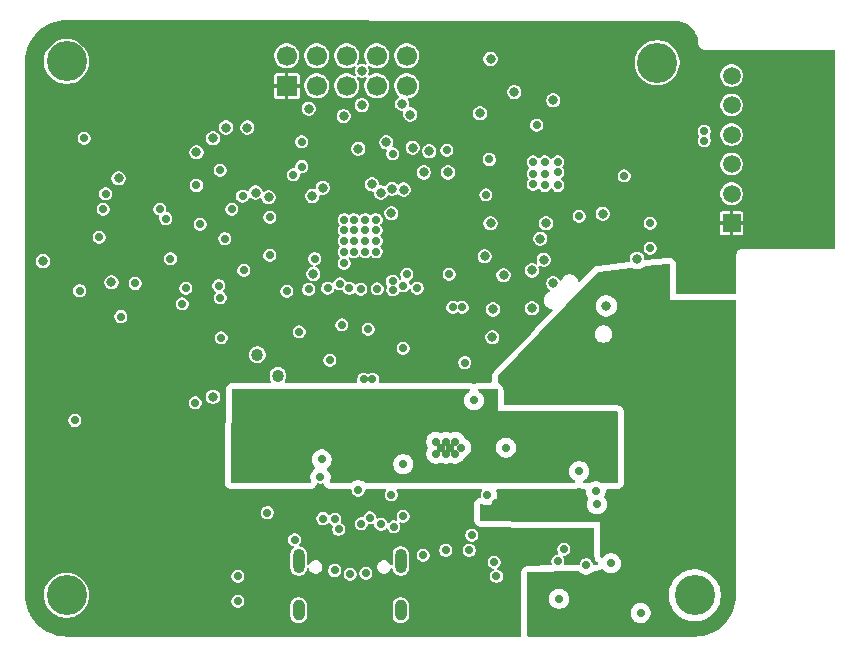
<source format=gbr>
%TF.GenerationSoftware,KiCad,Pcbnew,9.0.3*%
%TF.CreationDate,2026-02-24T03:06:21-05:00*%
%TF.ProjectId,ShamanLink_Rev1,5368616d-616e-44c6-996e-6b5f52657631,rev?*%
%TF.SameCoordinates,Original*%
%TF.FileFunction,Copper,L3,Inr*%
%TF.FilePolarity,Positive*%
%FSLAX46Y46*%
G04 Gerber Fmt 4.6, Leading zero omitted, Abs format (unit mm)*
G04 Created by KiCad (PCBNEW 9.0.3) date 2026-02-24 03:06:21*
%MOMM*%
%LPD*%
G01*
G04 APERTURE LIST*
%TA.AperFunction,ComponentPad*%
%ADD10O,1.000000X2.100000*%
%TD*%
%TA.AperFunction,ComponentPad*%
%ADD11O,1.000000X1.800000*%
%TD*%
%TA.AperFunction,ComponentPad*%
%ADD12C,3.400000*%
%TD*%
%TA.AperFunction,ComponentPad*%
%ADD13R,1.700000X1.700000*%
%TD*%
%TA.AperFunction,ComponentPad*%
%ADD14C,1.700000*%
%TD*%
%TA.AperFunction,ComponentPad*%
%ADD15C,1.030000*%
%TD*%
%TA.AperFunction,ComponentPad*%
%ADD16R,1.508000X1.508000*%
%TD*%
%TA.AperFunction,ComponentPad*%
%ADD17C,1.508000*%
%TD*%
%TA.AperFunction,ViaPad*%
%ADD18C,0.800000*%
%TD*%
%TA.AperFunction,ViaPad*%
%ADD19C,0.700000*%
%TD*%
G04 APERTURE END LIST*
D10*
%TO.N,Net-(J6-SHELL_GND)*%
%TO.C,J6*%
X100560000Y-113500000D03*
X109200000Y-113500000D03*
D11*
X100560000Y-117680000D03*
X109200000Y-117680000D03*
%TD*%
D12*
%TO.N,N/C*%
%TO.C,H4*%
X80900000Y-71200000D03*
%TD*%
D13*
%TO.N,+3.3V*%
%TO.C,J2*%
X99540000Y-73270000D03*
D14*
%TO.N,ProSWDIO*%
X99540000Y-70730000D03*
%TO.N,GND*%
X102080000Y-73270000D03*
%TO.N,ProSWDCLK*%
X102080000Y-70730000D03*
%TO.N,GND*%
X104619999Y-73270000D03*
%TO.N,PIO0_29*%
X104620000Y-70730000D03*
%TO.N,PIO0_30*%
X107160000Y-73270000D03*
%TO.N,ProISP*%
X107160000Y-70730000D03*
%TO.N,GND*%
X109700000Y-73270000D03*
%TO.N,ProRESET*%
X109700000Y-70730000D03*
%TD*%
D15*
%TO.N,CLOCK32M_N*%
%TO.C,Y1*%
X97032234Y-96032234D03*
%TO.N,CLOCK32M_P*%
X98800000Y-97800000D03*
%TD*%
D12*
%TO.N,N/C*%
%TO.C,H3*%
X134100000Y-116400000D03*
%TD*%
%TO.N,N/C*%
%TO.C,H1*%
X130900000Y-71300000D03*
%TD*%
D16*
%TO.N,+3.3V*%
%TO.C,J1*%
X137200000Y-84900000D03*
D17*
%TO.N,Net-(D2-A1)*%
X137200000Y-82400000D03*
%TO.N,Net-(D2-A2)*%
X137200000Y-79900000D03*
%TO.N,GND*%
X137200000Y-77400000D03*
%TO.N,unconnected-(J1-Pad5)*%
X137200000Y-74900000D03*
%TO.N,unconnected-(J1-Pad6)*%
X137200000Y-72400000D03*
%TD*%
D12*
%TO.N,N/C*%
%TO.C,H2*%
X80900000Y-116400000D03*
%TD*%
D18*
%TO.N,+3.3V*%
X118500000Y-112000000D03*
%TO.N,GND*%
X101400000Y-75200000D03*
D19*
X113000000Y-112600000D03*
X117100000Y-113600000D03*
X124300000Y-105900000D03*
X112200000Y-103400000D03*
X118100000Y-103900000D03*
X100800000Y-78000000D03*
X105200000Y-86400000D03*
X100200000Y-111700000D03*
X128100000Y-80900000D03*
X105600000Y-107500000D03*
X91800000Y-100100000D03*
X109400000Y-109700000D03*
X120400000Y-80700000D03*
X122500000Y-81700000D03*
X113300000Y-89200000D03*
X108500000Y-89800000D03*
D18*
X117900000Y-89300000D03*
X96200000Y-76800000D03*
D19*
X115000000Y-112600000D03*
X91900000Y-81700000D03*
X104400000Y-88300000D03*
X95400000Y-116900000D03*
X82400000Y-77700000D03*
X109400000Y-95500000D03*
X105200000Y-85500000D03*
X113400000Y-103900000D03*
X88800000Y-83700000D03*
X106200000Y-84600000D03*
X114300000Y-103900000D03*
D18*
X116800000Y-84900000D03*
D19*
X129500000Y-117900000D03*
X122500000Y-113500000D03*
X122500000Y-79700000D03*
X114600084Y-96700000D03*
X120400000Y-81600000D03*
X89700000Y-87900000D03*
X116500000Y-107900000D03*
X112600000Y-103900000D03*
X130300000Y-84900000D03*
X134900000Y-77100000D03*
X104400000Y-87300000D03*
X97900000Y-109400000D03*
D18*
X126600000Y-91900000D03*
D19*
X113100000Y-78700000D03*
X104400000Y-86400000D03*
X107100000Y-84600000D03*
X113000000Y-103400000D03*
X115400000Y-99900000D03*
X106049997Y-98100000D03*
X107195902Y-90456677D03*
X106800000Y-98100000D03*
X109400000Y-105300000D03*
D18*
X110000000Y-75700000D03*
X94400000Y-76800000D03*
D19*
X104400000Y-85500000D03*
X127000000Y-113700000D03*
X122600000Y-116700000D03*
X106200000Y-85500000D03*
X103200000Y-96500000D03*
X124900000Y-113800000D03*
D18*
X115900000Y-75600000D03*
D19*
X95400000Y-114800000D03*
X100800000Y-80100000D03*
X89300000Y-84500000D03*
X108537766Y-90551161D03*
X108400000Y-107900000D03*
X107100000Y-85500000D03*
D18*
X129200000Y-87900000D03*
D19*
X122500000Y-80600000D03*
X125800000Y-108700000D03*
X105200000Y-87300000D03*
X104900000Y-114600000D03*
D18*
X109307109Y-74792891D03*
D19*
X102400000Y-106400000D03*
X112200000Y-104400000D03*
X108600000Y-110600000D03*
X113800000Y-103400000D03*
X105200000Y-84600000D03*
X101900000Y-87900000D03*
X104400000Y-84600000D03*
X121400000Y-81700000D03*
X82000000Y-90600000D03*
X81600000Y-101600000D03*
X113800000Y-104400000D03*
X101400000Y-90500000D03*
X124300000Y-84300000D03*
X111100000Y-113000000D03*
X93900000Y-91200000D03*
X120700000Y-76600000D03*
X120400000Y-79700000D03*
X107100000Y-86400000D03*
X121400000Y-79700000D03*
X84200000Y-82400000D03*
X125700000Y-107600000D03*
X113000000Y-104400000D03*
D18*
X85300000Y-81100000D03*
X106750000Y-81596202D03*
D19*
X90675150Y-91725452D03*
D18*
X120300000Y-88900000D03*
X78900000Y-88100000D03*
D19*
X134900000Y-77900000D03*
D18*
X84700000Y-89900000D03*
D19*
X103000000Y-90400000D03*
X130300000Y-87000000D03*
X104851608Y-90416135D03*
X121400000Y-80700000D03*
X100600000Y-94100000D03*
X106200000Y-87300000D03*
D18*
X122100000Y-90000000D03*
D19*
X123000000Y-112500000D03*
X107100000Y-87300000D03*
D18*
X104369669Y-75830331D03*
D19*
X102500000Y-104900000D03*
D18*
X105900000Y-74900000D03*
D19*
X106200000Y-86400000D03*
X95800000Y-82600000D03*
X109700000Y-89237000D03*
%TO.N,Net-(U1-VBAT_DCDC)*%
X114400000Y-92000000D03*
X109400000Y-90200000D03*
X113600000Y-92000000D03*
X110600000Y-90400000D03*
%TO.N,Net-(U1-FB)*%
X106428254Y-93863047D03*
%TO.N,GNDA*%
X98100000Y-87600000D03*
X94300000Y-86200000D03*
%TO.N,Net-(J3-CLK)*%
X86700000Y-90000000D03*
X84000000Y-83700000D03*
%TO.N,Net-(J6-CC2)*%
X106250000Y-114550000D03*
%TO.N,Net-(J6-CC1)*%
X103600000Y-114300000D03*
%TO.N,Net-(U1-USB1_VBUS)*%
X105815998Y-90482820D03*
X104200000Y-93500000D03*
D18*
%TO.N,SWO*%
X107963191Y-78050000D03*
D19*
%TO.N,+5V*%
X98800000Y-103500000D03*
X118100000Y-105400000D03*
X110500000Y-99900000D03*
X98700000Y-101500000D03*
X121500000Y-105800000D03*
%TO.N,+3.3V*%
X112700000Y-77600000D03*
D18*
X91673654Y-101259441D03*
D19*
X94800000Y-82200000D03*
X123600000Y-111200000D03*
X133400000Y-89000000D03*
D18*
X124000000Y-71000000D03*
D19*
X118500000Y-111100000D03*
X108100000Y-88200000D03*
X87000000Y-87700000D03*
X124200000Y-75100000D03*
X98500000Y-91200000D03*
X97800000Y-77200000D03*
D18*
X88100000Y-71400000D03*
D19*
X103100003Y-75700000D03*
D18*
X108600000Y-75500000D03*
D19*
X134300000Y-88600000D03*
D18*
X104700000Y-81800000D03*
D19*
X93500000Y-85400000D03*
X85000000Y-85400000D03*
D18*
X92900000Y-73400000D03*
D19*
X93900000Y-92500000D03*
D18*
X113919669Y-85680331D03*
X98200000Y-76200000D03*
D19*
X96000000Y-91900000D03*
X90900000Y-88000000D03*
X111100000Y-93300000D03*
X95100000Y-85500000D03*
D18*
X115800000Y-73600000D03*
D19*
X107200000Y-93400000D03*
X86400000Y-81700000D03*
D18*
X84900000Y-77700000D03*
D19*
X92400000Y-97800000D03*
X107500000Y-75700000D03*
X85400000Y-91900000D03*
%TO.N,+3.3VA*%
X95900000Y-88887500D03*
%TO.N,3.3VUSB*%
X115200000Y-111300000D03*
X117300000Y-114800000D03*
%TO.N,3.3VTARGET*%
X118500000Y-109200000D03*
X127400000Y-109000000D03*
D18*
X120000000Y-97300000D03*
D19*
X117300000Y-108600000D03*
X129300000Y-108900000D03*
D18*
X127600000Y-93300000D03*
X130600000Y-89400000D03*
D19*
X121500000Y-115200000D03*
D18*
%TO.N,ProRESET*%
X116300000Y-87700000D03*
X111600000Y-78800000D03*
%TO.N,RS485TXLED*%
X96900000Y-82300000D03*
X91900000Y-78900000D03*
%TO.N,RS485RXLED*%
X98000000Y-82700000D03*
X93300000Y-77700000D03*
%TO.N,SDLED*%
X93299000Y-99599000D03*
X101800000Y-89200000D03*
D19*
%TO.N,PIO0_25*%
X108503760Y-79028016D03*
X100100000Y-80801000D03*
%TO.N,PIO0_8*%
X99550000Y-90650000D03*
X93784314Y-90184314D03*
%TO.N,PIO1_0*%
X92200000Y-85000000D03*
X98100000Y-84400000D03*
%TO.N,PIO0_24*%
X94900000Y-83700000D03*
D18*
X108400000Y-84050000D03*
%TO.N,PIO0_29*%
X105600000Y-78600000D03*
X105900000Y-72000000D03*
%TO.N,ProSWDIO*%
X101700000Y-82600000D03*
%TO.N,ProSWDCLK*%
X102600000Y-81900000D03*
%TO.N,ProISP*%
X110200000Y-78500000D03*
%TO.N,SWD_IO*%
X116950000Y-94550000D03*
X107500000Y-82300000D03*
D19*
%TO.N,PRESET*%
X104038362Y-90030602D03*
X94000000Y-94600000D03*
%TO.N,PIO0_13*%
X116400000Y-82500000D03*
X116700000Y-79500000D03*
D18*
%TO.N,PIO0_21*%
X111150000Y-80600000D03*
X121300000Y-88000000D03*
X113196496Y-80600000D03*
X109450000Y-82050000D03*
%TO.N,PIO1_2*%
X121000000Y-86200000D03*
%TO.N,SWD_CLK*%
X117000000Y-92200000D03*
X108451723Y-81991278D03*
D19*
%TO.N,Net-(J3-CMD)*%
X85500000Y-92800000D03*
X83671207Y-86080933D03*
%TO.N,Net-(CR3-Pad3)*%
X91000000Y-90400000D03*
X93900000Y-80400000D03*
%TO.N,Net-(J6-VBUS)*%
X107500000Y-110400000D03*
X102600000Y-109900000D03*
%TO.N,Net-(J6-DP1)*%
X105844975Y-110344975D03*
X103607857Y-109959626D03*
%TO.N,Net-(J6-DN1)*%
X103930001Y-110820848D03*
X106589444Y-109839238D03*
D18*
%TO.N,Net-(J5-SWO)*%
X120300000Y-92100000D03*
%TO.N,Net-(R25-Pad1)*%
X116800000Y-71000000D03*
X126300000Y-84100000D03*
%TO.N,Net-(R26-Pad1)*%
X118800000Y-73800000D03*
X121500000Y-84900000D03*
%TO.N,Net-(R27-Pad1)*%
X122100000Y-74500000D03*
%TD*%
%TA.AperFunction,Conductor*%
%TO.N,+3.3V*%
G36*
X132426727Y-67800358D02*
G01*
X132428837Y-67800500D01*
X132434108Y-67800500D01*
X132496762Y-67800500D01*
X132503237Y-67800712D01*
X132741463Y-67816325D01*
X132754291Y-67818014D01*
X132985268Y-67863959D01*
X132997768Y-67867308D01*
X133031391Y-67878722D01*
X133220764Y-67943006D01*
X133232727Y-67947962D01*
X133443927Y-68052114D01*
X133455142Y-68058588D01*
X133650948Y-68189421D01*
X133661222Y-68197305D01*
X133838270Y-68352572D01*
X133847427Y-68361729D01*
X134002694Y-68538777D01*
X134010578Y-68549051D01*
X134141411Y-68744857D01*
X134147885Y-68756072D01*
X134252037Y-68967272D01*
X134256993Y-68979235D01*
X134332689Y-69202226D01*
X134336041Y-69214735D01*
X134381984Y-69445703D01*
X134383674Y-69458542D01*
X134399288Y-69696765D01*
X134399500Y-69703240D01*
X134399500Y-69765892D01*
X134408387Y-69799058D01*
X134433609Y-69893190D01*
X134499496Y-70007309D01*
X134499498Y-70007311D01*
X134499500Y-70007314D01*
X134592686Y-70100500D01*
X134592688Y-70100501D01*
X134592690Y-70100503D01*
X134706810Y-70166390D01*
X134706808Y-70166390D01*
X134706812Y-70166391D01*
X134706814Y-70166392D01*
X134834108Y-70200500D01*
X134965892Y-70200500D01*
X145900500Y-70200500D01*
X145958691Y-70219407D01*
X145994655Y-70268907D01*
X145999500Y-70299500D01*
X145999500Y-87000500D01*
X145980593Y-87058691D01*
X145931093Y-87094655D01*
X145900500Y-87099500D01*
X138165892Y-87099500D01*
X138034108Y-87099500D01*
X137956200Y-87120375D01*
X137906809Y-87133609D01*
X137792690Y-87199496D01*
X137699496Y-87292690D01*
X137633609Y-87406809D01*
X137599500Y-87534109D01*
X137599500Y-90798076D01*
X137580593Y-90856267D01*
X137531093Y-90892231D01*
X137486411Y-90896068D01*
X137475505Y-90894500D01*
X137475500Y-90894500D01*
X132604500Y-90894500D01*
X132546309Y-90875593D01*
X132510345Y-90826093D01*
X132505500Y-90795500D01*
X132505500Y-88439044D01*
X132505499Y-88439030D01*
X132487007Y-88303568D01*
X132487006Y-88303563D01*
X132469193Y-88239530D01*
X132469192Y-88239529D01*
X132469192Y-88239527D01*
X132415067Y-88113963D01*
X132415064Y-88113959D01*
X132323992Y-88002585D01*
X132323988Y-88002581D01*
X132272512Y-87955338D01*
X132272510Y-87955336D01*
X132272505Y-87955332D01*
X132153748Y-87874130D01*
X132063923Y-87844945D01*
X132016908Y-87829669D01*
X131966485Y-87820943D01*
X131948509Y-87817832D01*
X131948147Y-87817769D01*
X131948060Y-87817753D01*
X131804236Y-87813646D01*
X129910787Y-88030928D01*
X129850820Y-88018778D01*
X129809447Y-87973700D01*
X129800500Y-87932573D01*
X129800500Y-87820944D01*
X129799666Y-87817832D01*
X129759577Y-87668216D01*
X129680520Y-87531284D01*
X129568716Y-87419480D01*
X129431784Y-87340423D01*
X129279057Y-87299500D01*
X129120943Y-87299500D01*
X128968216Y-87340423D01*
X128831284Y-87419480D01*
X128719480Y-87531284D01*
X128640423Y-87668216D01*
X128600351Y-87817769D01*
X128599500Y-87820944D01*
X128599500Y-87979056D01*
X128622388Y-88064478D01*
X128619185Y-88125579D01*
X128580680Y-88173129D01*
X128538048Y-88188455D01*
X125886896Y-88492686D01*
X125856128Y-88497179D01*
X125841155Y-88499840D01*
X125810791Y-88506199D01*
X125677160Y-88559570D01*
X125619171Y-88592987D01*
X125617666Y-88593796D01*
X125616623Y-88594456D01*
X125503462Y-88683298D01*
X125503459Y-88683301D01*
X124391756Y-89847319D01*
X124337892Y-89876342D01*
X124277256Y-89868162D01*
X124233009Y-89825903D01*
X124223064Y-89798257D01*
X124219536Y-89780520D01*
X124213898Y-89752175D01*
X124167646Y-89640512D01*
X124157679Y-89616450D01*
X124157679Y-89616449D01*
X124119620Y-89559491D01*
X124076059Y-89494297D01*
X123972178Y-89390416D01*
X123850027Y-89308797D01*
X123850026Y-89308796D01*
X123850024Y-89308795D01*
X123714300Y-89252577D01*
X123570215Y-89223917D01*
X123570213Y-89223917D01*
X123423303Y-89223917D01*
X123423300Y-89223917D01*
X123279216Y-89252577D01*
X123279214Y-89252577D01*
X123143491Y-89308795D01*
X123143490Y-89308795D01*
X123021338Y-89390416D01*
X123021334Y-89390419D01*
X122917460Y-89494293D01*
X122917457Y-89494297D01*
X122835837Y-89616448D01*
X122802428Y-89697107D01*
X122762691Y-89743632D01*
X122703197Y-89757916D01*
X122646669Y-89734501D01*
X122625229Y-89708724D01*
X122580520Y-89631284D01*
X122468716Y-89519480D01*
X122331784Y-89440423D01*
X122179057Y-89399500D01*
X122020943Y-89399500D01*
X121868216Y-89440423D01*
X121731284Y-89519480D01*
X121619480Y-89631284D01*
X121540423Y-89768216D01*
X121499500Y-89920943D01*
X121499500Y-90079057D01*
X121540423Y-90231784D01*
X121619480Y-90368716D01*
X121731284Y-90480520D01*
X121814512Y-90528571D01*
X121855451Y-90574039D01*
X121861847Y-90634889D01*
X121831254Y-90687877D01*
X121802896Y-90705770D01*
X121706648Y-90745637D01*
X121584497Y-90827257D01*
X121584493Y-90827260D01*
X121480619Y-90931134D01*
X121480616Y-90931138D01*
X121398995Y-91053290D01*
X121398995Y-91053291D01*
X121342777Y-91189014D01*
X121342777Y-91189016D01*
X121314117Y-91333100D01*
X121314117Y-91480015D01*
X121342777Y-91624099D01*
X121342777Y-91624101D01*
X121398995Y-91759824D01*
X121398995Y-91759825D01*
X121439666Y-91820692D01*
X121480616Y-91881978D01*
X121584497Y-91985859D01*
X121706648Y-92067478D01*
X121706649Y-92067478D01*
X121706650Y-92067479D01*
X121758194Y-92088829D01*
X121842375Y-92123698D01*
X121981029Y-92151277D01*
X122034413Y-92181173D01*
X122060030Y-92236738D01*
X122048093Y-92296748D01*
X122033310Y-92316751D01*
X120561669Y-93857647D01*
X120180680Y-94256565D01*
X117068754Y-97514934D01*
X117068744Y-97514945D01*
X117037099Y-97551421D01*
X117037059Y-97551469D01*
X117022464Y-97570016D01*
X117022457Y-97570024D01*
X116994432Y-97609364D01*
X116934664Y-97740234D01*
X116934664Y-97740235D01*
X116914976Y-97807284D01*
X116914974Y-97807293D01*
X116894500Y-97949694D01*
X116894500Y-98295500D01*
X116875593Y-98353691D01*
X116826093Y-98389655D01*
X116795500Y-98394500D01*
X115831640Y-98394500D01*
X115831635Y-98394500D01*
X115831625Y-98394501D01*
X115715402Y-98408047D01*
X115715394Y-98408048D01*
X115659880Y-98421166D01*
X115549861Y-98461086D01*
X115457783Y-98525018D01*
X115399200Y-98542674D01*
X115341428Y-98522525D01*
X115336489Y-98518516D01*
X115308695Y-98494432D01*
X115177824Y-98434664D01*
X115177822Y-98434663D01*
X115177819Y-98434662D01*
X115110780Y-98414977D01*
X115110776Y-98414976D01*
X115110773Y-98414975D01*
X115110766Y-98414974D01*
X114968365Y-98394500D01*
X114968360Y-98394500D01*
X107420028Y-98394500D01*
X107361837Y-98375593D01*
X107325873Y-98326093D01*
X107324401Y-98269877D01*
X107350500Y-98172474D01*
X107350500Y-98027525D01*
X107345456Y-98008702D01*
X107312984Y-97887515D01*
X107312982Y-97887512D01*
X107312982Y-97887510D01*
X107240512Y-97761989D01*
X107240510Y-97761987D01*
X107240509Y-97761985D01*
X107138015Y-97659491D01*
X107138012Y-97659489D01*
X107138010Y-97659487D01*
X107012488Y-97587017D01*
X107012489Y-97587017D01*
X106982896Y-97579087D01*
X106872475Y-97549500D01*
X106727525Y-97549500D01*
X106680855Y-97562005D01*
X106587513Y-97587016D01*
X106474498Y-97652266D01*
X106414649Y-97664987D01*
X106375498Y-97652265D01*
X106262485Y-97587017D01*
X106262486Y-97587017D01*
X106232893Y-97579087D01*
X106122472Y-97549500D01*
X105977522Y-97549500D01*
X105915787Y-97566041D01*
X105837507Y-97587017D01*
X105711986Y-97659487D01*
X105609484Y-97761989D01*
X105537014Y-97887510D01*
X105499497Y-98027525D01*
X105499497Y-98172474D01*
X105525596Y-98269877D01*
X105522393Y-98330978D01*
X105483888Y-98378528D01*
X105429969Y-98394500D01*
X99448508Y-98394500D01*
X99390317Y-98375593D01*
X99354353Y-98326093D01*
X99354353Y-98264907D01*
X99366193Y-98240498D01*
X99434064Y-98138923D01*
X99434065Y-98138919D01*
X99434068Y-98138916D01*
X99488004Y-98008704D01*
X99515500Y-97870471D01*
X99515500Y-97729529D01*
X99488004Y-97591296D01*
X99434068Y-97461084D01*
X99434066Y-97461082D01*
X99434064Y-97461076D01*
X99381747Y-97382780D01*
X99355765Y-97343895D01*
X99256105Y-97244235D01*
X99236529Y-97231154D01*
X99138923Y-97165935D01*
X99138914Y-97165931D01*
X99008702Y-97111995D01*
X98870473Y-97084500D01*
X98870471Y-97084500D01*
X98729529Y-97084500D01*
X98729526Y-97084500D01*
X98591297Y-97111995D01*
X98461085Y-97165931D01*
X98461076Y-97165935D01*
X98343896Y-97244234D01*
X98244234Y-97343896D01*
X98165935Y-97461076D01*
X98165931Y-97461085D01*
X98111995Y-97591297D01*
X98084500Y-97729526D01*
X98084500Y-97870473D01*
X98111995Y-98008702D01*
X98165931Y-98138914D01*
X98165935Y-98138923D01*
X98233807Y-98240498D01*
X98250416Y-98299386D01*
X98229239Y-98356790D01*
X98178365Y-98390783D01*
X98151492Y-98394500D01*
X95024000Y-98394500D01*
X94916544Y-98406053D01*
X94916535Y-98406054D01*
X94865037Y-98417257D01*
X94762497Y-98451386D01*
X94762496Y-98451386D01*
X94695517Y-98494432D01*
X94641457Y-98529175D01*
X94641456Y-98529176D01*
X94641453Y-98529178D01*
X94588656Y-98574927D01*
X94588643Y-98574940D01*
X94494433Y-98683662D01*
X94434664Y-98814534D01*
X94434664Y-98814535D01*
X94414976Y-98881584D01*
X94414974Y-98881593D01*
X94394500Y-99023994D01*
X94394500Y-100295394D01*
X94394489Y-100296894D01*
X94348857Y-103308571D01*
X94347987Y-103366017D01*
X94347987Y-103366018D01*
X94325259Y-104866018D01*
X94296465Y-106766463D01*
X94307161Y-106877835D01*
X94307162Y-106877840D01*
X94314992Y-106915192D01*
X94318353Y-106931223D01*
X94335344Y-106982926D01*
X94353279Y-107037503D01*
X94353280Y-107037504D01*
X94431068Y-107158543D01*
X94476823Y-107211347D01*
X94476830Y-107211353D01*
X94476833Y-107211356D01*
X94585555Y-107305566D01*
X94585556Y-107305566D01*
X94585557Y-107305567D01*
X94716434Y-107365338D01*
X94783473Y-107385023D01*
X94783477Y-107385024D01*
X94824818Y-107390967D01*
X94925888Y-107405500D01*
X94925893Y-107405500D01*
X101500945Y-107405500D01*
X101500953Y-107405500D01*
X101563954Y-107401559D01*
X101594620Y-107397707D01*
X101656630Y-107385947D01*
X101789558Y-107330887D01*
X101849647Y-107295235D01*
X101849651Y-107295232D01*
X101961682Y-107204952D01*
X102043740Y-107086765D01*
X102075015Y-107024285D01*
X102088780Y-106982924D01*
X102125096Y-106933684D01*
X102183420Y-106915192D01*
X102208333Y-106918562D01*
X102327522Y-106950499D01*
X102327524Y-106950500D01*
X102327525Y-106950500D01*
X102472476Y-106950500D01*
X102472476Y-106950499D01*
X102590850Y-106918781D01*
X102651949Y-106921982D01*
X102699500Y-106960487D01*
X102711462Y-106986515D01*
X102726433Y-107037503D01*
X102726434Y-107037504D01*
X102804222Y-107158543D01*
X102849977Y-107211347D01*
X102849984Y-107211353D01*
X102849987Y-107211356D01*
X102958709Y-107305566D01*
X102958710Y-107305566D01*
X102958711Y-107305567D01*
X103089588Y-107365338D01*
X103156627Y-107385023D01*
X103156631Y-107385024D01*
X103197972Y-107390967D01*
X103299042Y-107405500D01*
X103299047Y-107405500D01*
X104945867Y-107405500D01*
X104947173Y-107405465D01*
X104947174Y-107405500D01*
X104947175Y-107405500D01*
X104947175Y-107405536D01*
X104947190Y-107406099D01*
X105004220Y-107421234D01*
X105042839Y-107468692D01*
X105049500Y-107504392D01*
X105049500Y-107572474D01*
X105087017Y-107712489D01*
X105159487Y-107838010D01*
X105159489Y-107838012D01*
X105159491Y-107838015D01*
X105261985Y-107940509D01*
X105261987Y-107940510D01*
X105261989Y-107940512D01*
X105387511Y-108012982D01*
X105387512Y-108012982D01*
X105387515Y-108012984D01*
X105527525Y-108050500D01*
X105527526Y-108050500D01*
X105672474Y-108050500D01*
X105672475Y-108050500D01*
X105812485Y-108012984D01*
X105812487Y-108012982D01*
X105812489Y-108012982D01*
X105938010Y-107940512D01*
X105938010Y-107940511D01*
X105938015Y-107940509D01*
X106040509Y-107838015D01*
X106040512Y-107838010D01*
X106112982Y-107712489D01*
X106112982Y-107712487D01*
X106112984Y-107712485D01*
X106150500Y-107572475D01*
X106150500Y-107504420D01*
X106169407Y-107446229D01*
X106218907Y-107410265D01*
X106250615Y-107406401D01*
X106250615Y-107405500D01*
X106254151Y-107405500D01*
X107878814Y-107405500D01*
X107937005Y-107424407D01*
X107972969Y-107473907D01*
X107972969Y-107535093D01*
X107961999Y-107555940D01*
X107962735Y-107556365D01*
X107887017Y-107687510D01*
X107887016Y-107687515D01*
X107849500Y-107827525D01*
X107849500Y-107972475D01*
X107862727Y-108021837D01*
X107887017Y-108112489D01*
X107959487Y-108238010D01*
X107959489Y-108238012D01*
X107959491Y-108238015D01*
X108061985Y-108340509D01*
X108061987Y-108340510D01*
X108061989Y-108340512D01*
X108187511Y-108412982D01*
X108187512Y-108412982D01*
X108187515Y-108412984D01*
X108327525Y-108450500D01*
X108327526Y-108450500D01*
X108472474Y-108450500D01*
X108472475Y-108450500D01*
X108612485Y-108412984D01*
X108612487Y-108412982D01*
X108612489Y-108412982D01*
X108738010Y-108340512D01*
X108738010Y-108340511D01*
X108738015Y-108340509D01*
X108840509Y-108238015D01*
X108864152Y-108197065D01*
X108912982Y-108112489D01*
X108912982Y-108112487D01*
X108912984Y-108112485D01*
X108950500Y-107972475D01*
X108950500Y-107827525D01*
X108912984Y-107687515D01*
X108912982Y-107687512D01*
X108912982Y-107687510D01*
X108837265Y-107556365D01*
X108839261Y-107555212D01*
X108822220Y-107507099D01*
X108839593Y-107448432D01*
X108888132Y-107411181D01*
X108921186Y-107405500D01*
X115978814Y-107405500D01*
X116037005Y-107424407D01*
X116072969Y-107473907D01*
X116072969Y-107535093D01*
X116061999Y-107555940D01*
X116062735Y-107556365D01*
X115987017Y-107687510D01*
X115949500Y-107827525D01*
X115949500Y-107972475D01*
X115949499Y-107972475D01*
X115962726Y-108021837D01*
X115959523Y-108082938D01*
X115921018Y-108130488D01*
X115894991Y-108142449D01*
X115762496Y-108181353D01*
X115674339Y-108238010D01*
X115641457Y-108259142D01*
X115641456Y-108259143D01*
X115641453Y-108259145D01*
X115588656Y-108304894D01*
X115588643Y-108304907D01*
X115494433Y-108413629D01*
X115434664Y-108544501D01*
X115434664Y-108544502D01*
X115414976Y-108611551D01*
X115414974Y-108611560D01*
X115394500Y-108753961D01*
X115394500Y-108753967D01*
X115394500Y-109978361D01*
X115405008Y-110080723D01*
X115405043Y-110081067D01*
X115415276Y-110130385D01*
X115415276Y-110130386D01*
X115415278Y-110130392D01*
X115446464Y-110228805D01*
X115459824Y-110250500D01*
X115521908Y-110351316D01*
X115521913Y-110351324D01*
X115566631Y-110404982D01*
X115566635Y-110404986D01*
X115566641Y-110404993D01*
X115566642Y-110404994D01*
X115673547Y-110501288D01*
X115803252Y-110563564D01*
X115803259Y-110563566D01*
X115803261Y-110563567D01*
X115817323Y-110567991D01*
X115869901Y-110584534D01*
X116011888Y-110607744D01*
X116011895Y-110607744D01*
X116011897Y-110607745D01*
X121089085Y-110705384D01*
X121093927Y-110705453D01*
X121096311Y-110705476D01*
X121101188Y-110705500D01*
X125495500Y-110705500D01*
X125553691Y-110724407D01*
X125589655Y-110773907D01*
X125594500Y-110804500D01*
X125594500Y-113107314D01*
X125599022Y-113174772D01*
X125599025Y-113174799D01*
X125602284Y-113199000D01*
X125603441Y-113207587D01*
X125616928Y-113273844D01*
X125644857Y-113338010D01*
X125666402Y-113387510D01*
X125674350Y-113405769D01*
X125711068Y-113465212D01*
X125800708Y-113572477D01*
X125803331Y-113575615D01*
X125803334Y-113575617D01*
X125865962Y-113617466D01*
X125869068Y-113621407D01*
X125873745Y-113623236D01*
X125887757Y-113645114D01*
X125903841Y-113665516D01*
X125904038Y-113670532D01*
X125906745Y-113674759D01*
X125905222Y-113700688D01*
X125906242Y-113726655D01*
X125903452Y-113730830D01*
X125903158Y-113735839D01*
X125886686Y-113755920D01*
X125872248Y-113777528D01*
X125864355Y-113783146D01*
X125863871Y-113783456D01*
X125812072Y-113799077D01*
X125670570Y-113801360D01*
X125636668Y-113801907D01*
X125636662Y-113801907D01*
X125612106Y-113803522D01*
X125586713Y-113805192D01*
X125586704Y-113805192D01*
X125586704Y-113805193D01*
X125562333Y-113808013D01*
X125561861Y-113808080D01*
X125561820Y-113808072D01*
X125561145Y-113808151D01*
X125561121Y-113807949D01*
X125501602Y-113797474D01*
X125459086Y-113753474D01*
X125453087Y-113733548D01*
X125452179Y-113733792D01*
X125443309Y-113700688D01*
X125412984Y-113587515D01*
X125412982Y-113587512D01*
X125412982Y-113587510D01*
X125340512Y-113461989D01*
X125340510Y-113461987D01*
X125340509Y-113461985D01*
X125238015Y-113359491D01*
X125238012Y-113359489D01*
X125238010Y-113359487D01*
X125112488Y-113287017D01*
X125112489Y-113287017D01*
X125063327Y-113273844D01*
X124972475Y-113249500D01*
X124827525Y-113249500D01*
X124780931Y-113261985D01*
X124687510Y-113287017D01*
X124561989Y-113359487D01*
X124459487Y-113461989D01*
X124387017Y-113587510D01*
X124349500Y-113727525D01*
X124349500Y-113736484D01*
X124330593Y-113794675D01*
X124281093Y-113830639D01*
X124237994Y-113834691D01*
X124218531Y-113832212D01*
X124166735Y-113825616D01*
X124166731Y-113825616D01*
X123108709Y-113842680D01*
X123050221Y-113824714D01*
X123013464Y-113775800D01*
X123011487Y-113718069D01*
X123012982Y-113712487D01*
X123012984Y-113712485D01*
X123050500Y-113572475D01*
X123050500Y-113427525D01*
X123012984Y-113287515D01*
X123012982Y-113287512D01*
X123012982Y-113287510D01*
X122961880Y-113199000D01*
X122949158Y-113139152D01*
X122974044Y-113083256D01*
X123027032Y-113052664D01*
X123047616Y-113050500D01*
X123072474Y-113050500D01*
X123072475Y-113050500D01*
X123212485Y-113012984D01*
X123212487Y-113012982D01*
X123212489Y-113012982D01*
X123338010Y-112940512D01*
X123338010Y-112940511D01*
X123338015Y-112940509D01*
X123440509Y-112838015D01*
X123440512Y-112838010D01*
X123512982Y-112712489D01*
X123512982Y-112712487D01*
X123512984Y-112712485D01*
X123550500Y-112572475D01*
X123550500Y-112427525D01*
X123512984Y-112287515D01*
X123512982Y-112287512D01*
X123512982Y-112287510D01*
X123440512Y-112161989D01*
X123440510Y-112161987D01*
X123440509Y-112161985D01*
X123338015Y-112059491D01*
X123338012Y-112059489D01*
X123338010Y-112059487D01*
X123212488Y-111987017D01*
X123212489Y-111987017D01*
X123182896Y-111979087D01*
X123072475Y-111949500D01*
X122927525Y-111949500D01*
X122865790Y-111966041D01*
X122787510Y-111987017D01*
X122661989Y-112059487D01*
X122559487Y-112161989D01*
X122487017Y-112287510D01*
X122475839Y-112329228D01*
X122449500Y-112427525D01*
X122449500Y-112572475D01*
X122476295Y-112672474D01*
X122487017Y-112712489D01*
X122538120Y-112801000D01*
X122550842Y-112860848D01*
X122525956Y-112916744D01*
X122472968Y-112947336D01*
X122452384Y-112949500D01*
X122427525Y-112949500D01*
X122365790Y-112966041D01*
X122287510Y-112987017D01*
X122161989Y-113059487D01*
X122059487Y-113161989D01*
X121987017Y-113287510D01*
X121987016Y-113287515D01*
X121949500Y-113427525D01*
X121949500Y-113572475D01*
X121971761Y-113655552D01*
X121987017Y-113712489D01*
X121987679Y-113713635D01*
X121987876Y-113714561D01*
X121989500Y-113718483D01*
X121988773Y-113718784D01*
X122000398Y-113773484D01*
X121975510Y-113829379D01*
X121922520Y-113859969D01*
X121903538Y-113862119D01*
X120013855Y-113892597D01*
X120013827Y-113892599D01*
X119910566Y-113904967D01*
X119910546Y-113904970D01*
X119861057Y-113916155D01*
X119762495Y-113949403D01*
X119684707Y-113999395D01*
X119641457Y-114027191D01*
X119641456Y-114027192D01*
X119641453Y-114027194D01*
X119588656Y-114072943D01*
X119588643Y-114072956D01*
X119494433Y-114181678D01*
X119434664Y-114312550D01*
X119434664Y-114312551D01*
X119434662Y-114312555D01*
X119434662Y-114312557D01*
X119420882Y-114359487D01*
X119414976Y-114379600D01*
X119414974Y-114379609D01*
X119394500Y-114522010D01*
X119394500Y-119775501D01*
X119396050Y-119789920D01*
X119383470Y-119849798D01*
X119338097Y-119890846D01*
X119297617Y-119899500D01*
X80902436Y-119899500D01*
X80897578Y-119899381D01*
X80561838Y-119882887D01*
X80552170Y-119881934D01*
X80222096Y-119832972D01*
X80212567Y-119831077D01*
X79888868Y-119749995D01*
X79879571Y-119747175D01*
X79565378Y-119634754D01*
X79556402Y-119631036D01*
X79254741Y-119488361D01*
X79246173Y-119483781D01*
X78959950Y-119312226D01*
X78951872Y-119306828D01*
X78683849Y-119108048D01*
X78676339Y-119101885D01*
X78429083Y-118877786D01*
X78422218Y-118870921D01*
X78198114Y-118623660D01*
X78191951Y-118616150D01*
X77993171Y-118348127D01*
X77987773Y-118340049D01*
X77964068Y-118300500D01*
X77816216Y-118053823D01*
X77811638Y-118045258D01*
X77782475Y-117983599D01*
X77668961Y-117743594D01*
X77665245Y-117734621D01*
X77637031Y-117655769D01*
X77552820Y-117420415D01*
X77550008Y-117411144D01*
X77468919Y-117087421D01*
X77467029Y-117077915D01*
X77418063Y-116747815D01*
X77417113Y-116738173D01*
X77400619Y-116402421D01*
X77400500Y-116397564D01*
X77400500Y-116275433D01*
X78999500Y-116275433D01*
X78999500Y-116524566D01*
X79032017Y-116771557D01*
X79032017Y-116771562D01*
X79038408Y-116795413D01*
X79079345Y-116948193D01*
X79096496Y-117012199D01*
X79096500Y-117012212D01*
X79191832Y-117242365D01*
X79191834Y-117242369D01*
X79191836Y-117242373D01*
X79268417Y-117375015D01*
X79316403Y-117458130D01*
X79468056Y-117655769D01*
X79468058Y-117655771D01*
X79468062Y-117655776D01*
X79644224Y-117831938D01*
X79644228Y-117831941D01*
X79644230Y-117831943D01*
X79688638Y-117866018D01*
X79841873Y-117983599D01*
X80057627Y-118108164D01*
X80287793Y-118203502D01*
X80528435Y-118267982D01*
X80775435Y-118300500D01*
X80775436Y-118300500D01*
X81024564Y-118300500D01*
X81024565Y-118300500D01*
X81271565Y-118267982D01*
X81512207Y-118203502D01*
X81742373Y-118108164D01*
X81958127Y-117983599D01*
X82155776Y-117831938D01*
X82331938Y-117655776D01*
X82483599Y-117458127D01*
X82608164Y-117242373D01*
X82703502Y-117012207D01*
X82752988Y-116827525D01*
X94849500Y-116827525D01*
X94849500Y-116972474D01*
X94887017Y-117112489D01*
X94959487Y-117238010D01*
X94959489Y-117238012D01*
X94959491Y-117238015D01*
X95061985Y-117340509D01*
X95061987Y-117340510D01*
X95061989Y-117340512D01*
X95187511Y-117412982D01*
X95187512Y-117412982D01*
X95187515Y-117412984D01*
X95327525Y-117450500D01*
X95327526Y-117450500D01*
X95472474Y-117450500D01*
X95472475Y-117450500D01*
X95612485Y-117412984D01*
X95612487Y-117412982D01*
X95612489Y-117412982D01*
X95738010Y-117340512D01*
X95738010Y-117340511D01*
X95738015Y-117340509D01*
X95840509Y-117238015D01*
X95856104Y-117211004D01*
X99859500Y-117211004D01*
X99859500Y-118148995D01*
X99886420Y-118284327D01*
X99886420Y-118284329D01*
X99939222Y-118411806D01*
X99939228Y-118411817D01*
X100015885Y-118526541D01*
X100113458Y-118624114D01*
X100228182Y-118700771D01*
X100228193Y-118700777D01*
X100275283Y-118720282D01*
X100355672Y-118753580D01*
X100491007Y-118780500D01*
X100491008Y-118780500D01*
X100628992Y-118780500D01*
X100628993Y-118780500D01*
X100764328Y-118753580D01*
X100891811Y-118700775D01*
X101006542Y-118624114D01*
X101104114Y-118526542D01*
X101180775Y-118411811D01*
X101233580Y-118284328D01*
X101260500Y-118148993D01*
X101260500Y-117211007D01*
X101260499Y-117211004D01*
X108499500Y-117211004D01*
X108499500Y-118148995D01*
X108526420Y-118284327D01*
X108526420Y-118284329D01*
X108579222Y-118411806D01*
X108579228Y-118411817D01*
X108655885Y-118526541D01*
X108753458Y-118624114D01*
X108868182Y-118700771D01*
X108868193Y-118700777D01*
X108915283Y-118720282D01*
X108995672Y-118753580D01*
X109131007Y-118780500D01*
X109131008Y-118780500D01*
X109268992Y-118780500D01*
X109268993Y-118780500D01*
X109404328Y-118753580D01*
X109531811Y-118700775D01*
X109646542Y-118624114D01*
X109744114Y-118526542D01*
X109820775Y-118411811D01*
X109873580Y-118284328D01*
X109900500Y-118148993D01*
X109900500Y-117211007D01*
X109873580Y-117075672D01*
X109820775Y-116948189D01*
X109820774Y-116948187D01*
X109820771Y-116948182D01*
X109744114Y-116833458D01*
X109646541Y-116735885D01*
X109531817Y-116659228D01*
X109531806Y-116659222D01*
X109404328Y-116606420D01*
X109268995Y-116579500D01*
X109268993Y-116579500D01*
X109131007Y-116579500D01*
X109131004Y-116579500D01*
X108995672Y-116606420D01*
X108995670Y-116606420D01*
X108868193Y-116659222D01*
X108868182Y-116659228D01*
X108753458Y-116735885D01*
X108655885Y-116833458D01*
X108579228Y-116948182D01*
X108579222Y-116948193D01*
X108526420Y-117075670D01*
X108526420Y-117075672D01*
X108499500Y-117211004D01*
X101260499Y-117211004D01*
X101233580Y-117075672D01*
X101180775Y-116948189D01*
X101180774Y-116948187D01*
X101180771Y-116948182D01*
X101104114Y-116833458D01*
X101006541Y-116735885D01*
X100891817Y-116659228D01*
X100891806Y-116659222D01*
X100764328Y-116606420D01*
X100628995Y-116579500D01*
X100628993Y-116579500D01*
X100491007Y-116579500D01*
X100491004Y-116579500D01*
X100355672Y-116606420D01*
X100355670Y-116606420D01*
X100228193Y-116659222D01*
X100228182Y-116659228D01*
X100113458Y-116735885D01*
X100015885Y-116833458D01*
X99939228Y-116948182D01*
X99939222Y-116948193D01*
X99886420Y-117075670D01*
X99886420Y-117075672D01*
X99859500Y-117211004D01*
X95856104Y-117211004D01*
X95887490Y-117156643D01*
X95912982Y-117112489D01*
X95912982Y-117112487D01*
X95912984Y-117112485D01*
X95950500Y-116972475D01*
X95950500Y-116827525D01*
X95912984Y-116687515D01*
X95912982Y-116687512D01*
X95912982Y-116687510D01*
X95840512Y-116561989D01*
X95840510Y-116561987D01*
X95840509Y-116561985D01*
X95738015Y-116459491D01*
X95738012Y-116459489D01*
X95738010Y-116459487D01*
X95612488Y-116387017D01*
X95612489Y-116387017D01*
X95582896Y-116379087D01*
X95472475Y-116349500D01*
X95327525Y-116349500D01*
X95265790Y-116366041D01*
X95187510Y-116387017D01*
X95061989Y-116459487D01*
X94959487Y-116561989D01*
X94887017Y-116687510D01*
X94849500Y-116827525D01*
X82752988Y-116827525D01*
X82767982Y-116771565D01*
X82800500Y-116524565D01*
X82800500Y-116275435D01*
X82767982Y-116028435D01*
X82703502Y-115787793D01*
X82608164Y-115557627D01*
X82483599Y-115341873D01*
X82331938Y-115144224D01*
X82155776Y-114968062D01*
X82155771Y-114968058D01*
X82155769Y-114968056D01*
X81958130Y-114816403D01*
X81958127Y-114816401D01*
X81804188Y-114727525D01*
X94849500Y-114727525D01*
X94849500Y-114872474D01*
X94887017Y-115012489D01*
X94959487Y-115138010D01*
X94959489Y-115138012D01*
X94959491Y-115138015D01*
X95061985Y-115240509D01*
X95061987Y-115240510D01*
X95061989Y-115240512D01*
X95187511Y-115312982D01*
X95187512Y-115312982D01*
X95187515Y-115312984D01*
X95327525Y-115350500D01*
X95327526Y-115350500D01*
X95472474Y-115350500D01*
X95472475Y-115350500D01*
X95612485Y-115312984D01*
X95612487Y-115312982D01*
X95612489Y-115312982D01*
X95738010Y-115240512D01*
X95738010Y-115240511D01*
X95738015Y-115240509D01*
X95840509Y-115138015D01*
X95854962Y-115112982D01*
X95912982Y-115012489D01*
X95912982Y-115012487D01*
X95912984Y-115012485D01*
X95950500Y-114872475D01*
X95950500Y-114727525D01*
X95912984Y-114587515D01*
X95912982Y-114587512D01*
X95912982Y-114587510D01*
X95840512Y-114461989D01*
X95840510Y-114461987D01*
X95840509Y-114461985D01*
X95738015Y-114359491D01*
X95738012Y-114359489D01*
X95738010Y-114359487D01*
X95612488Y-114287017D01*
X95612489Y-114287017D01*
X95582896Y-114279087D01*
X95472475Y-114249500D01*
X95327525Y-114249500D01*
X95299136Y-114257107D01*
X95187510Y-114287017D01*
X95061989Y-114359487D01*
X94959487Y-114461989D01*
X94887017Y-114587510D01*
X94849500Y-114727525D01*
X81804188Y-114727525D01*
X81742373Y-114691836D01*
X81742369Y-114691834D01*
X81742365Y-114691832D01*
X81512212Y-114596500D01*
X81512211Y-114596499D01*
X81512207Y-114596498D01*
X81271565Y-114532018D01*
X81271562Y-114532017D01*
X81271560Y-114532017D01*
X81024566Y-114499500D01*
X81024565Y-114499500D01*
X80775435Y-114499500D01*
X80775433Y-114499500D01*
X80528442Y-114532017D01*
X80528437Y-114532017D01*
X80287800Y-114596496D01*
X80287787Y-114596500D01*
X80057634Y-114691832D01*
X79841869Y-114816403D01*
X79644230Y-114968056D01*
X79468056Y-115144230D01*
X79316403Y-115341869D01*
X79191832Y-115557634D01*
X79096500Y-115787787D01*
X79096496Y-115787800D01*
X79032017Y-116028437D01*
X79032017Y-116028442D01*
X78999500Y-116275433D01*
X77400500Y-116275433D01*
X77400500Y-111627525D01*
X99649500Y-111627525D01*
X99649500Y-111772475D01*
X99670407Y-111850500D01*
X99687017Y-111912489D01*
X99759487Y-112038010D01*
X99759489Y-112038012D01*
X99759491Y-112038015D01*
X99861985Y-112140509D01*
X99861987Y-112140510D01*
X99861989Y-112140512D01*
X99987511Y-112212982D01*
X99987509Y-112212982D01*
X99987513Y-112212983D01*
X99987515Y-112212984D01*
X100073488Y-112236020D01*
X100124800Y-112269343D01*
X100146727Y-112326464D01*
X100130892Y-112385565D01*
X100116317Y-112401867D01*
X100116897Y-112402447D01*
X100015889Y-112503454D01*
X100015885Y-112503458D01*
X99939228Y-112618182D01*
X99939222Y-112618193D01*
X99886420Y-112745670D01*
X99886420Y-112745672D01*
X99859500Y-112881004D01*
X99859500Y-114118995D01*
X99886420Y-114254327D01*
X99886420Y-114254329D01*
X99939222Y-114381806D01*
X99939228Y-114381817D01*
X100015885Y-114496541D01*
X100113458Y-114594114D01*
X100228182Y-114670771D01*
X100228193Y-114670777D01*
X100275283Y-114690282D01*
X100355672Y-114723580D01*
X100491007Y-114750500D01*
X100491008Y-114750500D01*
X100628992Y-114750500D01*
X100628993Y-114750500D01*
X100764328Y-114723580D01*
X100891811Y-114670775D01*
X101006542Y-114594114D01*
X101104114Y-114496542D01*
X101180775Y-114381811D01*
X101233580Y-114254328D01*
X101248215Y-114180749D01*
X101278112Y-114127367D01*
X101333677Y-114101751D01*
X101393686Y-114113688D01*
X101435219Y-114158617D01*
X101440939Y-114174440D01*
X101449628Y-114206870D01*
X101453720Y-114222139D01*
X101529481Y-114353360D01*
X101529483Y-114353362D01*
X101529485Y-114353365D01*
X101636635Y-114460515D01*
X101636637Y-114460516D01*
X101636639Y-114460518D01*
X101767861Y-114536279D01*
X101767859Y-114536279D01*
X101767863Y-114536280D01*
X101767865Y-114536281D01*
X101914234Y-114575500D01*
X101914236Y-114575500D01*
X102065764Y-114575500D01*
X102065766Y-114575500D01*
X102212135Y-114536281D01*
X102212137Y-114536279D01*
X102212139Y-114536279D01*
X102343360Y-114460518D01*
X102343360Y-114460517D01*
X102343365Y-114460515D01*
X102450515Y-114353365D01*
X102523169Y-114227525D01*
X103049500Y-114227525D01*
X103049500Y-114372475D01*
X103077648Y-114477525D01*
X103087017Y-114512489D01*
X103159487Y-114638010D01*
X103159489Y-114638012D01*
X103159491Y-114638015D01*
X103261985Y-114740509D01*
X103261987Y-114740510D01*
X103261989Y-114740512D01*
X103387511Y-114812982D01*
X103387512Y-114812982D01*
X103387515Y-114812984D01*
X103527525Y-114850500D01*
X103527526Y-114850500D01*
X103672474Y-114850500D01*
X103672475Y-114850500D01*
X103812485Y-114812984D01*
X103812487Y-114812982D01*
X103812489Y-114812982D01*
X103938010Y-114740512D01*
X103938010Y-114740511D01*
X103938015Y-114740509D01*
X104040509Y-114638015D01*
X104064480Y-114596496D01*
X104104301Y-114527525D01*
X104349500Y-114527525D01*
X104349500Y-114672475D01*
X104379087Y-114782896D01*
X104387017Y-114812489D01*
X104459487Y-114938010D01*
X104459489Y-114938012D01*
X104459491Y-114938015D01*
X104561985Y-115040509D01*
X104561987Y-115040510D01*
X104561989Y-115040512D01*
X104687511Y-115112982D01*
X104687512Y-115112982D01*
X104687515Y-115112984D01*
X104827525Y-115150500D01*
X104827526Y-115150500D01*
X104972474Y-115150500D01*
X104972475Y-115150500D01*
X105112485Y-115112984D01*
X105112487Y-115112982D01*
X105112489Y-115112982D01*
X105238010Y-115040512D01*
X105238010Y-115040511D01*
X105238015Y-115040509D01*
X105340509Y-114938015D01*
X105369377Y-114888015D01*
X105412982Y-114812489D01*
X105412982Y-114812487D01*
X105412984Y-114812485D01*
X105450500Y-114672475D01*
X105450500Y-114527525D01*
X105437102Y-114477525D01*
X105699500Y-114477525D01*
X105699500Y-114622475D01*
X105726591Y-114723579D01*
X105737017Y-114762489D01*
X105809487Y-114888010D01*
X105809489Y-114888012D01*
X105809491Y-114888015D01*
X105911985Y-114990509D01*
X105911987Y-114990510D01*
X105911989Y-114990512D01*
X106037511Y-115062982D01*
X106037512Y-115062982D01*
X106037515Y-115062984D01*
X106177525Y-115100500D01*
X106177526Y-115100500D01*
X106322474Y-115100500D01*
X106322475Y-115100500D01*
X106462485Y-115062984D01*
X106462487Y-115062982D01*
X106462489Y-115062982D01*
X106588010Y-114990512D01*
X106588010Y-114990511D01*
X106588015Y-114990509D01*
X106690509Y-114888015D01*
X106699482Y-114872474D01*
X106762982Y-114762489D01*
X106762982Y-114762487D01*
X106762984Y-114762485D01*
X106800500Y-114622475D01*
X106800500Y-114477525D01*
X106762984Y-114337515D01*
X106762982Y-114337512D01*
X106762982Y-114337510D01*
X106690512Y-114211989D01*
X106690510Y-114211987D01*
X106690509Y-114211985D01*
X106588015Y-114109491D01*
X106588012Y-114109489D01*
X106588010Y-114109487D01*
X106462488Y-114037017D01*
X106462489Y-114037017D01*
X106425829Y-114027194D01*
X106322475Y-113999500D01*
X106177525Y-113999500D01*
X106125755Y-114013372D01*
X106037510Y-114037017D01*
X105911989Y-114109487D01*
X105809487Y-114211989D01*
X105737017Y-114337510D01*
X105727648Y-114372475D01*
X105699500Y-114477525D01*
X105437102Y-114477525D01*
X105412984Y-114387515D01*
X105412982Y-114387512D01*
X105412982Y-114387510D01*
X105340512Y-114261989D01*
X105340510Y-114261987D01*
X105340509Y-114261985D01*
X105238015Y-114159491D01*
X105238012Y-114159489D01*
X105238010Y-114159487D01*
X105112488Y-114087017D01*
X105112489Y-114087017D01*
X105060013Y-114072956D01*
X104972475Y-114049500D01*
X104827525Y-114049500D01*
X104765790Y-114066041D01*
X104687510Y-114087017D01*
X104561989Y-114159487D01*
X104459487Y-114261989D01*
X104387017Y-114387510D01*
X104358105Y-114495412D01*
X104349500Y-114527525D01*
X104104301Y-114527525D01*
X104112982Y-114512489D01*
X104112982Y-114512487D01*
X104112984Y-114512485D01*
X104150500Y-114372475D01*
X104150500Y-114227525D01*
X104112984Y-114087515D01*
X104112982Y-114087512D01*
X104112982Y-114087510D01*
X104040512Y-113961989D01*
X104040510Y-113961987D01*
X104040509Y-113961985D01*
X104002758Y-113924234D01*
X107194500Y-113924234D01*
X107194500Y-114075766D01*
X107229086Y-114204847D01*
X107233720Y-114222139D01*
X107309481Y-114353360D01*
X107309483Y-114353362D01*
X107309485Y-114353365D01*
X107416635Y-114460515D01*
X107416637Y-114460516D01*
X107416639Y-114460518D01*
X107547861Y-114536279D01*
X107547859Y-114536279D01*
X107547863Y-114536280D01*
X107547865Y-114536281D01*
X107694234Y-114575500D01*
X107694236Y-114575500D01*
X107845764Y-114575500D01*
X107845766Y-114575500D01*
X107992135Y-114536281D01*
X107992137Y-114536279D01*
X107992139Y-114536279D01*
X108123360Y-114460518D01*
X108123360Y-114460517D01*
X108123365Y-114460515D01*
X108230515Y-114353365D01*
X108306281Y-114222135D01*
X108319060Y-114174440D01*
X108352382Y-114123128D01*
X108409503Y-114101201D01*
X108468604Y-114117036D01*
X108507110Y-114164585D01*
X108511784Y-114180750D01*
X108526420Y-114254329D01*
X108579222Y-114381806D01*
X108579228Y-114381817D01*
X108655885Y-114496541D01*
X108753458Y-114594114D01*
X108868182Y-114670771D01*
X108868193Y-114670777D01*
X108915283Y-114690282D01*
X108995672Y-114723580D01*
X109131007Y-114750500D01*
X109131008Y-114750500D01*
X109268992Y-114750500D01*
X109268993Y-114750500D01*
X109404328Y-114723580D01*
X109531811Y-114670775D01*
X109646542Y-114594114D01*
X109744114Y-114496542D01*
X109820775Y-114381811D01*
X109873580Y-114254328D01*
X109900500Y-114118993D01*
X109900500Y-112927525D01*
X110549500Y-112927525D01*
X110549500Y-113072475D01*
X110576911Y-113174772D01*
X110587017Y-113212489D01*
X110659487Y-113338010D01*
X110659489Y-113338012D01*
X110659491Y-113338015D01*
X110761985Y-113440509D01*
X110761987Y-113440510D01*
X110761989Y-113440512D01*
X110887511Y-113512982D01*
X110887512Y-113512982D01*
X110887515Y-113512984D01*
X111027525Y-113550500D01*
X111027526Y-113550500D01*
X111172474Y-113550500D01*
X111172475Y-113550500D01*
X111258218Y-113527525D01*
X116549500Y-113527525D01*
X116549500Y-113672475D01*
X116578972Y-113782465D01*
X116587017Y-113812489D01*
X116659487Y-113938010D01*
X116659489Y-113938012D01*
X116659491Y-113938015D01*
X116761985Y-114040509D01*
X116761987Y-114040510D01*
X116761989Y-114040512D01*
X116887511Y-114112982D01*
X116887509Y-114112982D01*
X116887513Y-114112983D01*
X116887515Y-114112984D01*
X116999137Y-114142893D01*
X117050449Y-114176216D01*
X117072376Y-114233338D01*
X117056540Y-114292438D01*
X117023013Y-114324255D01*
X116961987Y-114359489D01*
X116859487Y-114461989D01*
X116787017Y-114587510D01*
X116749500Y-114727525D01*
X116749500Y-114872474D01*
X116787017Y-115012489D01*
X116859487Y-115138010D01*
X116859489Y-115138012D01*
X116859491Y-115138015D01*
X116961985Y-115240509D01*
X116961987Y-115240510D01*
X116961989Y-115240512D01*
X117087511Y-115312982D01*
X117087512Y-115312982D01*
X117087515Y-115312984D01*
X117227525Y-115350500D01*
X117227526Y-115350500D01*
X117372474Y-115350500D01*
X117372475Y-115350500D01*
X117512485Y-115312984D01*
X117512487Y-115312982D01*
X117512489Y-115312982D01*
X117638010Y-115240512D01*
X117638010Y-115240511D01*
X117638015Y-115240509D01*
X117740509Y-115138015D01*
X117754962Y-115112982D01*
X117812982Y-115012489D01*
X117812982Y-115012487D01*
X117812984Y-115012485D01*
X117850500Y-114872475D01*
X117850500Y-114727525D01*
X117812984Y-114587515D01*
X117812982Y-114587512D01*
X117812982Y-114587510D01*
X117740512Y-114461989D01*
X117740510Y-114461987D01*
X117740509Y-114461985D01*
X117638015Y-114359491D01*
X117638012Y-114359489D01*
X117638010Y-114359487D01*
X117512490Y-114287018D01*
X117512487Y-114287017D01*
X117512485Y-114287016D01*
X117400862Y-114257106D01*
X117349549Y-114223782D01*
X117327623Y-114166661D01*
X117343459Y-114107560D01*
X117376985Y-114075744D01*
X117438015Y-114040509D01*
X117540509Y-113938015D01*
X117548465Y-113924235D01*
X117612982Y-113812489D01*
X117612982Y-113812487D01*
X117612984Y-113812485D01*
X117650500Y-113672475D01*
X117650500Y-113527525D01*
X117612984Y-113387515D01*
X117612982Y-113387512D01*
X117612982Y-113387510D01*
X117540512Y-113261989D01*
X117540510Y-113261987D01*
X117540509Y-113261985D01*
X117438015Y-113159491D01*
X117438012Y-113159489D01*
X117438010Y-113159487D01*
X117312488Y-113087017D01*
X117312489Y-113087017D01*
X117209761Y-113059491D01*
X117172475Y-113049500D01*
X117027525Y-113049500D01*
X116990239Y-113059491D01*
X116887510Y-113087017D01*
X116761989Y-113159487D01*
X116659487Y-113261989D01*
X116587017Y-113387510D01*
X116566597Y-113463719D01*
X116549500Y-113527525D01*
X111258218Y-113527525D01*
X111312485Y-113512984D01*
X111312487Y-113512982D01*
X111312489Y-113512982D01*
X111438008Y-113440513D01*
X111438007Y-113440513D01*
X111438015Y-113440509D01*
X111540509Y-113338015D01*
X111569953Y-113287017D01*
X111612982Y-113212489D01*
X111612982Y-113212487D01*
X111612984Y-113212485D01*
X111650500Y-113072475D01*
X111650500Y-112927525D01*
X111612984Y-112787515D01*
X111612982Y-112787512D01*
X111612982Y-112787510D01*
X111540512Y-112661989D01*
X111540510Y-112661987D01*
X111540509Y-112661985D01*
X111438015Y-112559491D01*
X111438012Y-112559489D01*
X111438010Y-112559487D01*
X111382650Y-112527525D01*
X112449500Y-112527525D01*
X112449500Y-112672474D01*
X112487017Y-112812489D01*
X112559487Y-112938010D01*
X112559489Y-112938012D01*
X112559491Y-112938015D01*
X112661985Y-113040509D01*
X112661987Y-113040510D01*
X112661989Y-113040512D01*
X112787511Y-113112982D01*
X112787512Y-113112982D01*
X112787515Y-113112984D01*
X112927525Y-113150500D01*
X112927526Y-113150500D01*
X113072474Y-113150500D01*
X113072475Y-113150500D01*
X113212485Y-113112984D01*
X113212487Y-113112982D01*
X113212489Y-113112982D01*
X113338010Y-113040512D01*
X113338010Y-113040511D01*
X113338015Y-113040509D01*
X113440509Y-112938015D01*
X113440512Y-112938010D01*
X113512982Y-112812489D01*
X113512982Y-112812487D01*
X113512984Y-112812485D01*
X113550500Y-112672475D01*
X113550500Y-112527525D01*
X114449500Y-112527525D01*
X114449500Y-112672474D01*
X114487017Y-112812489D01*
X114559487Y-112938010D01*
X114559489Y-112938012D01*
X114559491Y-112938015D01*
X114661985Y-113040509D01*
X114661987Y-113040510D01*
X114661989Y-113040512D01*
X114787511Y-113112982D01*
X114787512Y-113112982D01*
X114787515Y-113112984D01*
X114927525Y-113150500D01*
X114927526Y-113150500D01*
X115072474Y-113150500D01*
X115072475Y-113150500D01*
X115212485Y-113112984D01*
X115212487Y-113112982D01*
X115212489Y-113112982D01*
X115338010Y-113040512D01*
X115338010Y-113040511D01*
X115338015Y-113040509D01*
X115440509Y-112938015D01*
X115440512Y-112938010D01*
X115512982Y-112812489D01*
X115512982Y-112812487D01*
X115512984Y-112812485D01*
X115550500Y-112672475D01*
X115550500Y-112527525D01*
X115512984Y-112387515D01*
X115512982Y-112387512D01*
X115512982Y-112387510D01*
X115440512Y-112261989D01*
X115440510Y-112261987D01*
X115440509Y-112261985D01*
X115338015Y-112159491D01*
X115338012Y-112159489D01*
X115338010Y-112159487D01*
X115212488Y-112087017D01*
X115212489Y-112087017D01*
X115109761Y-112059491D01*
X115072475Y-112049500D01*
X114927525Y-112049500D01*
X114890239Y-112059491D01*
X114787510Y-112087017D01*
X114661989Y-112159487D01*
X114559487Y-112261989D01*
X114487017Y-112387510D01*
X114449500Y-112527525D01*
X113550500Y-112527525D01*
X113512984Y-112387515D01*
X113512982Y-112387512D01*
X113512982Y-112387510D01*
X113440512Y-112261989D01*
X113440510Y-112261987D01*
X113440509Y-112261985D01*
X113338015Y-112159491D01*
X113338012Y-112159489D01*
X113338010Y-112159487D01*
X113212488Y-112087017D01*
X113212489Y-112087017D01*
X113109761Y-112059491D01*
X113072475Y-112049500D01*
X112927525Y-112049500D01*
X112890239Y-112059491D01*
X112787510Y-112087017D01*
X112661989Y-112159487D01*
X112559487Y-112261989D01*
X112487017Y-112387510D01*
X112449500Y-112527525D01*
X111382650Y-112527525D01*
X111312488Y-112487017D01*
X111312489Y-112487017D01*
X111282896Y-112479087D01*
X111172475Y-112449500D01*
X111027525Y-112449500D01*
X110965790Y-112466041D01*
X110887510Y-112487017D01*
X110761989Y-112559487D01*
X110659487Y-112661989D01*
X110587017Y-112787510D01*
X110561964Y-112881008D01*
X110549500Y-112927525D01*
X109900500Y-112927525D01*
X109900500Y-112881007D01*
X109873580Y-112745672D01*
X109843261Y-112672474D01*
X109820777Y-112618193D01*
X109820771Y-112618182D01*
X109744114Y-112503458D01*
X109646541Y-112405885D01*
X109531817Y-112329228D01*
X109531806Y-112329222D01*
X109404328Y-112276420D01*
X109268995Y-112249500D01*
X109268993Y-112249500D01*
X109131007Y-112249500D01*
X109131004Y-112249500D01*
X108995672Y-112276420D01*
X108995670Y-112276420D01*
X108868193Y-112329222D01*
X108868182Y-112329228D01*
X108753458Y-112405885D01*
X108655885Y-112503458D01*
X108579228Y-112618182D01*
X108579222Y-112618193D01*
X108526420Y-112745670D01*
X108526420Y-112745672D01*
X108499500Y-112881004D01*
X108499500Y-113746989D01*
X108480593Y-113805180D01*
X108431093Y-113841144D01*
X108369907Y-113841144D01*
X108320407Y-113805180D01*
X108309993Y-113783347D01*
X108308763Y-113783857D01*
X108306279Y-113777861D01*
X108230518Y-113646639D01*
X108230516Y-113646637D01*
X108230515Y-113646635D01*
X108123365Y-113539485D01*
X108123362Y-113539483D01*
X108123360Y-113539481D01*
X107992138Y-113463720D01*
X107992140Y-113463720D01*
X107935347Y-113448503D01*
X107845766Y-113424500D01*
X107694234Y-113424500D01*
X107604652Y-113448503D01*
X107547860Y-113463720D01*
X107416639Y-113539481D01*
X107309481Y-113646639D01*
X107233720Y-113777860D01*
X107221166Y-113824714D01*
X107194500Y-113924234D01*
X104002758Y-113924234D01*
X103938015Y-113859491D01*
X103938012Y-113859489D01*
X103938010Y-113859487D01*
X103812488Y-113787017D01*
X103812489Y-113787017D01*
X103696434Y-113755920D01*
X103672475Y-113749500D01*
X103527525Y-113749500D01*
X103503566Y-113755920D01*
X103387510Y-113787017D01*
X103261989Y-113859487D01*
X103159487Y-113961989D01*
X103087017Y-114087510D01*
X103070139Y-114150500D01*
X103049500Y-114227525D01*
X102523169Y-114227525D01*
X102526281Y-114222135D01*
X102565500Y-114075766D01*
X102565500Y-113924234D01*
X102526281Y-113777865D01*
X102526279Y-113777861D01*
X102526279Y-113777860D01*
X102450518Y-113646639D01*
X102450516Y-113646637D01*
X102450515Y-113646635D01*
X102343365Y-113539485D01*
X102343362Y-113539483D01*
X102343360Y-113539481D01*
X102212138Y-113463720D01*
X102212140Y-113463720D01*
X102155347Y-113448503D01*
X102065766Y-113424500D01*
X101914234Y-113424500D01*
X101824652Y-113448503D01*
X101767860Y-113463720D01*
X101636639Y-113539481D01*
X101529481Y-113646639D01*
X101453720Y-113777861D01*
X101451237Y-113783857D01*
X101448548Y-113782743D01*
X101421800Y-113823928D01*
X101364678Y-113845853D01*
X101305578Y-113830016D01*
X101267075Y-113782465D01*
X101260500Y-113746989D01*
X101260500Y-112881008D01*
X101260499Y-112881004D01*
X101251947Y-112838010D01*
X101233580Y-112745672D01*
X101203261Y-112672474D01*
X101180777Y-112618193D01*
X101180771Y-112618182D01*
X101104114Y-112503458D01*
X101006541Y-112405885D01*
X100891817Y-112329228D01*
X100891806Y-112329222D01*
X100764329Y-112276420D01*
X100643857Y-112252456D01*
X100590473Y-112222559D01*
X100564858Y-112166993D01*
X100576795Y-112106984D01*
X100593165Y-112085358D01*
X100640509Y-112038015D01*
X100669953Y-111987017D01*
X100712982Y-111912489D01*
X100712982Y-111912487D01*
X100712984Y-111912485D01*
X100750500Y-111772475D01*
X100750500Y-111627525D01*
X100712984Y-111487515D01*
X100712982Y-111487512D01*
X100712982Y-111487510D01*
X100640512Y-111361989D01*
X100640510Y-111361987D01*
X100640509Y-111361985D01*
X100538015Y-111259491D01*
X100538012Y-111259489D01*
X100538010Y-111259487D01*
X100412488Y-111187017D01*
X100412489Y-111187017D01*
X100382896Y-111179087D01*
X100272475Y-111149500D01*
X100127525Y-111149500D01*
X100065790Y-111166041D01*
X99987510Y-111187017D01*
X99861989Y-111259487D01*
X99759487Y-111361989D01*
X99687017Y-111487510D01*
X99687016Y-111487515D01*
X99649500Y-111627525D01*
X77400500Y-111627525D01*
X77400500Y-109327525D01*
X97349500Y-109327525D01*
X97349500Y-109472475D01*
X97375219Y-109568460D01*
X97387017Y-109612489D01*
X97459487Y-109738010D01*
X97459489Y-109738012D01*
X97459491Y-109738015D01*
X97561985Y-109840509D01*
X97561987Y-109840510D01*
X97561989Y-109840512D01*
X97687511Y-109912982D01*
X97687512Y-109912982D01*
X97687515Y-109912984D01*
X97827525Y-109950500D01*
X97827526Y-109950500D01*
X97972474Y-109950500D01*
X97972475Y-109950500D01*
X98112485Y-109912984D01*
X98112487Y-109912982D01*
X98112489Y-109912982D01*
X98238010Y-109840512D01*
X98238010Y-109840511D01*
X98238015Y-109840509D01*
X98250999Y-109827525D01*
X102049500Y-109827525D01*
X102049500Y-109972475D01*
X102078505Y-110080723D01*
X102087017Y-110112489D01*
X102159487Y-110238010D01*
X102159489Y-110238012D01*
X102159491Y-110238015D01*
X102261985Y-110340509D01*
X102261987Y-110340510D01*
X102261989Y-110340512D01*
X102387511Y-110412982D01*
X102387512Y-110412982D01*
X102387515Y-110412984D01*
X102527525Y-110450500D01*
X102527526Y-110450500D01*
X102672474Y-110450500D01*
X102672475Y-110450500D01*
X102812485Y-110412984D01*
X102812487Y-110412982D01*
X102812489Y-110412982D01*
X102938010Y-110340512D01*
X102938010Y-110340511D01*
X102938015Y-110340509D01*
X103007868Y-110270655D01*
X103062382Y-110242879D01*
X103122814Y-110252450D01*
X103163607Y-110291162D01*
X103167348Y-110297641D01*
X103269842Y-110400135D01*
X103269844Y-110400136D01*
X103269846Y-110400138D01*
X103384651Y-110466421D01*
X103425592Y-110511890D01*
X103431988Y-110572740D01*
X103420892Y-110601650D01*
X103417017Y-110608361D01*
X103379501Y-110748373D01*
X103379501Y-110893322D01*
X103417018Y-111033337D01*
X103489488Y-111158858D01*
X103489490Y-111158860D01*
X103489492Y-111158863D01*
X103591986Y-111261357D01*
X103591988Y-111261358D01*
X103591990Y-111261360D01*
X103717512Y-111333830D01*
X103717513Y-111333830D01*
X103717516Y-111333832D01*
X103857526Y-111371348D01*
X103857527Y-111371348D01*
X104002475Y-111371348D01*
X104002476Y-111371348D01*
X104142486Y-111333832D01*
X104142488Y-111333830D01*
X104142490Y-111333830D01*
X104268011Y-111261360D01*
X104268011Y-111261359D01*
X104268016Y-111261357D01*
X104301848Y-111227525D01*
X114649500Y-111227525D01*
X114649500Y-111372474D01*
X114687017Y-111512489D01*
X114759487Y-111638010D01*
X114759489Y-111638012D01*
X114759491Y-111638015D01*
X114861985Y-111740509D01*
X114861987Y-111740510D01*
X114861989Y-111740512D01*
X114987511Y-111812982D01*
X114987512Y-111812982D01*
X114987515Y-111812984D01*
X115127525Y-111850500D01*
X115127526Y-111850500D01*
X115272474Y-111850500D01*
X115272475Y-111850500D01*
X115412485Y-111812984D01*
X115412487Y-111812982D01*
X115412489Y-111812982D01*
X115538010Y-111740512D01*
X115538010Y-111740511D01*
X115538015Y-111740509D01*
X115640509Y-111638015D01*
X115640512Y-111638010D01*
X115712982Y-111512489D01*
X115712982Y-111512487D01*
X115712984Y-111512485D01*
X115750500Y-111372475D01*
X115750500Y-111227525D01*
X115712984Y-111087515D01*
X115712982Y-111087512D01*
X115712982Y-111087510D01*
X115640512Y-110961989D01*
X115640510Y-110961987D01*
X115640509Y-110961985D01*
X115538015Y-110859491D01*
X115538012Y-110859489D01*
X115538010Y-110859487D01*
X115412488Y-110787017D01*
X115412489Y-110787017D01*
X115363562Y-110773907D01*
X115272475Y-110749500D01*
X115127525Y-110749500D01*
X115065790Y-110766041D01*
X114987510Y-110787017D01*
X114861989Y-110859487D01*
X114759487Y-110961989D01*
X114687017Y-111087510D01*
X114649500Y-111227525D01*
X104301848Y-111227525D01*
X104370510Y-111158863D01*
X104370513Y-111158858D01*
X104442983Y-111033337D01*
X104442983Y-111033335D01*
X104442985Y-111033333D01*
X104480501Y-110893323D01*
X104480501Y-110748373D01*
X104442985Y-110608363D01*
X104442983Y-110608360D01*
X104442983Y-110608358D01*
X104370513Y-110482837D01*
X104370511Y-110482835D01*
X104370510Y-110482833D01*
X104268016Y-110380339D01*
X104268013Y-110380337D01*
X104268011Y-110380335D01*
X104218495Y-110351747D01*
X104153206Y-110314052D01*
X104115792Y-110272500D01*
X105294475Y-110272500D01*
X105294475Y-110417449D01*
X105331992Y-110557464D01*
X105404462Y-110682985D01*
X105404464Y-110682987D01*
X105404466Y-110682990D01*
X105506960Y-110785484D01*
X105506962Y-110785485D01*
X105506964Y-110785487D01*
X105632486Y-110857957D01*
X105632487Y-110857957D01*
X105632490Y-110857959D01*
X105772500Y-110895475D01*
X105772501Y-110895475D01*
X105917449Y-110895475D01*
X105917450Y-110895475D01*
X106057460Y-110857959D01*
X106057462Y-110857957D01*
X106057464Y-110857957D01*
X106182985Y-110785487D01*
X106182985Y-110785486D01*
X106182990Y-110785484D01*
X106285484Y-110682990D01*
X106291555Y-110672475D01*
X106357957Y-110557464D01*
X106357957Y-110557462D01*
X106357959Y-110557460D01*
X106384919Y-110456843D01*
X106418241Y-110405533D01*
X106475362Y-110383606D01*
X106506168Y-110386843D01*
X106516969Y-110389738D01*
X106661918Y-110389738D01*
X106661919Y-110389738D01*
X106801929Y-110352222D01*
X106801931Y-110352220D01*
X106801933Y-110352220D01*
X106807927Y-110349738D01*
X106808516Y-110351161D01*
X106860845Y-110340037D01*
X106916741Y-110364921D01*
X106947336Y-110417908D01*
X106949500Y-110438495D01*
X106949500Y-110472475D01*
X106964251Y-110527525D01*
X106987017Y-110612489D01*
X107059487Y-110738010D01*
X107059489Y-110738012D01*
X107059491Y-110738015D01*
X107161985Y-110840509D01*
X107161987Y-110840510D01*
X107161989Y-110840512D01*
X107287511Y-110912982D01*
X107287512Y-110912982D01*
X107287515Y-110912984D01*
X107427525Y-110950500D01*
X107427526Y-110950500D01*
X107572474Y-110950500D01*
X107572475Y-110950500D01*
X107712485Y-110912984D01*
X107712487Y-110912982D01*
X107712489Y-110912982D01*
X107838010Y-110840512D01*
X107838010Y-110840511D01*
X107838015Y-110840509D01*
X107919069Y-110759454D01*
X107973583Y-110731678D01*
X108034016Y-110741249D01*
X108077280Y-110784513D01*
X108084696Y-110803830D01*
X108087015Y-110812484D01*
X108087017Y-110812488D01*
X108159487Y-110938010D01*
X108159489Y-110938012D01*
X108159491Y-110938015D01*
X108261985Y-111040509D01*
X108261987Y-111040510D01*
X108261989Y-111040512D01*
X108387511Y-111112982D01*
X108387512Y-111112982D01*
X108387515Y-111112984D01*
X108527525Y-111150500D01*
X108527526Y-111150500D01*
X108672473Y-111150500D01*
X108672475Y-111150500D01*
X108812485Y-111112984D01*
X108812488Y-111112982D01*
X108812489Y-111112982D01*
X108938010Y-111040512D01*
X108938010Y-111040511D01*
X108938015Y-111040509D01*
X109040509Y-110938015D01*
X109085845Y-110859491D01*
X109112982Y-110812489D01*
X109112982Y-110812487D01*
X109112984Y-110812485D01*
X109150500Y-110672475D01*
X109150500Y-110527525D01*
X109112984Y-110387515D01*
X109112982Y-110387512D01*
X109112982Y-110387510D01*
X109099641Y-110364403D01*
X109086919Y-110304555D01*
X109111805Y-110248659D01*
X109164793Y-110218066D01*
X109211000Y-110219276D01*
X109327522Y-110250499D01*
X109327524Y-110250500D01*
X109327525Y-110250500D01*
X109472474Y-110250500D01*
X109472475Y-110250500D01*
X109612485Y-110212984D01*
X109612487Y-110212982D01*
X109612489Y-110212982D01*
X109738010Y-110140512D01*
X109738010Y-110140511D01*
X109738015Y-110140509D01*
X109840509Y-110038015D01*
X109840512Y-110038010D01*
X109912982Y-109912489D01*
X109912982Y-109912487D01*
X109912984Y-109912485D01*
X109950500Y-109772475D01*
X109950500Y-109627525D01*
X109912984Y-109487515D01*
X109912982Y-109487512D01*
X109912982Y-109487510D01*
X109840512Y-109361989D01*
X109840510Y-109361987D01*
X109840509Y-109361985D01*
X109738015Y-109259491D01*
X109738012Y-109259489D01*
X109738010Y-109259487D01*
X109612488Y-109187017D01*
X109612489Y-109187017D01*
X109582896Y-109179087D01*
X109472475Y-109149500D01*
X109327525Y-109149500D01*
X109265790Y-109166041D01*
X109187510Y-109187017D01*
X109061989Y-109259487D01*
X108959487Y-109361989D01*
X108887017Y-109487510D01*
X108859831Y-109588969D01*
X108849500Y-109627525D01*
X108849500Y-109772475D01*
X108880857Y-109889500D01*
X108887017Y-109912488D01*
X108900359Y-109935597D01*
X108913080Y-109995445D01*
X108888193Y-110051340D01*
X108835205Y-110081933D01*
X108788999Y-110080723D01*
X108672475Y-110049500D01*
X108527525Y-110049500D01*
X108480931Y-110061985D01*
X108387510Y-110087017D01*
X108261989Y-110159487D01*
X108261984Y-110159491D01*
X108180931Y-110240544D01*
X108126414Y-110268321D01*
X108065982Y-110258749D01*
X108022718Y-110215485D01*
X108015302Y-110196165D01*
X108012983Y-110187513D01*
X108012982Y-110187511D01*
X107940512Y-110061989D01*
X107940510Y-110061987D01*
X107940509Y-110061985D01*
X107838015Y-109959491D01*
X107838012Y-109959489D01*
X107838010Y-109959487D01*
X107712488Y-109887017D01*
X107712489Y-109887017D01*
X107665047Y-109874305D01*
X107572475Y-109849500D01*
X107427525Y-109849500D01*
X107365790Y-109866041D01*
X107287510Y-109887017D01*
X107281517Y-109889500D01*
X107280928Y-109888079D01*
X107228584Y-109899198D01*
X107172691Y-109874305D01*
X107142105Y-109821313D01*
X107139944Y-109800742D01*
X107139944Y-109766763D01*
X107132240Y-109738011D01*
X107102428Y-109626753D01*
X107102426Y-109626749D01*
X107102426Y-109626748D01*
X107029956Y-109501227D01*
X107029954Y-109501225D01*
X107029953Y-109501223D01*
X106927459Y-109398729D01*
X106927456Y-109398727D01*
X106927454Y-109398725D01*
X106801932Y-109326255D01*
X106801933Y-109326255D01*
X106772340Y-109318325D01*
X106661919Y-109288738D01*
X106516969Y-109288738D01*
X106455234Y-109305279D01*
X106376954Y-109326255D01*
X106251433Y-109398725D01*
X106148931Y-109501227D01*
X106076461Y-109626749D01*
X106076459Y-109626753D01*
X106049499Y-109727366D01*
X106016175Y-109778680D01*
X105959053Y-109800606D01*
X105928252Y-109797369D01*
X105917452Y-109794475D01*
X105917450Y-109794475D01*
X105772500Y-109794475D01*
X105749112Y-109800742D01*
X105632485Y-109831992D01*
X105506964Y-109904462D01*
X105404462Y-110006964D01*
X105331992Y-110132485D01*
X105294475Y-110272500D01*
X104115792Y-110272500D01*
X104112265Y-110268583D01*
X104105869Y-110207732D01*
X104116972Y-110178812D01*
X104120841Y-110172111D01*
X104158357Y-110032101D01*
X104158357Y-109887151D01*
X104120841Y-109747141D01*
X104120839Y-109747138D01*
X104120839Y-109747136D01*
X104048369Y-109621615D01*
X104048367Y-109621613D01*
X104048366Y-109621611D01*
X103945872Y-109519117D01*
X103945869Y-109519115D01*
X103945867Y-109519113D01*
X103820345Y-109446643D01*
X103820346Y-109446643D01*
X103790753Y-109438713D01*
X103680332Y-109409126D01*
X103535382Y-109409126D01*
X103473647Y-109425667D01*
X103395367Y-109446643D01*
X103269846Y-109519113D01*
X103269841Y-109519117D01*
X103199989Y-109588969D01*
X103145472Y-109616746D01*
X103085040Y-109607174D01*
X103044247Y-109568460D01*
X103040510Y-109561987D01*
X103040509Y-109561985D01*
X102938015Y-109459491D01*
X102938012Y-109459489D01*
X102938010Y-109459487D01*
X102812488Y-109387017D01*
X102812489Y-109387017D01*
X102782896Y-109379087D01*
X102672475Y-109349500D01*
X102527525Y-109349500D01*
X102480931Y-109361985D01*
X102387510Y-109387017D01*
X102261989Y-109459487D01*
X102159487Y-109561989D01*
X102087017Y-109687510D01*
X102076338Y-109727366D01*
X102049500Y-109827525D01*
X98250999Y-109827525D01*
X98340509Y-109738015D01*
X98404301Y-109627525D01*
X98412982Y-109612489D01*
X98412982Y-109612487D01*
X98412984Y-109612485D01*
X98450500Y-109472475D01*
X98450500Y-109327525D01*
X98412984Y-109187515D01*
X98412982Y-109187512D01*
X98412982Y-109187510D01*
X98340512Y-109061989D01*
X98340510Y-109061987D01*
X98340509Y-109061985D01*
X98238015Y-108959491D01*
X98238012Y-108959489D01*
X98238010Y-108959487D01*
X98112488Y-108887017D01*
X98112489Y-108887017D01*
X98082896Y-108879087D01*
X97972475Y-108849500D01*
X97827525Y-108849500D01*
X97765790Y-108866041D01*
X97687510Y-108887017D01*
X97561989Y-108959487D01*
X97459487Y-109061989D01*
X97387017Y-109187510D01*
X97387016Y-109187515D01*
X97349500Y-109327525D01*
X77400500Y-109327525D01*
X77400500Y-101527525D01*
X81049500Y-101527525D01*
X81049500Y-101672474D01*
X81087017Y-101812489D01*
X81159487Y-101938010D01*
X81159489Y-101938012D01*
X81159491Y-101938015D01*
X81261985Y-102040509D01*
X81261987Y-102040510D01*
X81261989Y-102040512D01*
X81387511Y-102112982D01*
X81387512Y-102112982D01*
X81387515Y-102112984D01*
X81527525Y-102150500D01*
X81527526Y-102150500D01*
X81672474Y-102150500D01*
X81672475Y-102150500D01*
X81812485Y-102112984D01*
X81812487Y-102112982D01*
X81812489Y-102112982D01*
X81938010Y-102040512D01*
X81938010Y-102040511D01*
X81938015Y-102040509D01*
X82040509Y-101938015D01*
X82112984Y-101812485D01*
X82150500Y-101672475D01*
X82150500Y-101527525D01*
X82112984Y-101387515D01*
X82112982Y-101387512D01*
X82112982Y-101387510D01*
X82040512Y-101261989D01*
X82040510Y-101261987D01*
X82040509Y-101261985D01*
X81938015Y-101159491D01*
X81938012Y-101159489D01*
X81938010Y-101159487D01*
X81812488Y-101087017D01*
X81812489Y-101087017D01*
X81782896Y-101079087D01*
X81672475Y-101049500D01*
X81527525Y-101049500D01*
X81465790Y-101066041D01*
X81387510Y-101087017D01*
X81261989Y-101159487D01*
X81159487Y-101261989D01*
X81087017Y-101387510D01*
X81049500Y-101527525D01*
X77400500Y-101527525D01*
X77400500Y-100027525D01*
X91249500Y-100027525D01*
X91249500Y-100172475D01*
X91279087Y-100282896D01*
X91287017Y-100312489D01*
X91359487Y-100438010D01*
X91359489Y-100438012D01*
X91359491Y-100438015D01*
X91461985Y-100540509D01*
X91461987Y-100540510D01*
X91461989Y-100540512D01*
X91587511Y-100612982D01*
X91587512Y-100612982D01*
X91587515Y-100612984D01*
X91727525Y-100650500D01*
X91727526Y-100650500D01*
X91872474Y-100650500D01*
X91872475Y-100650500D01*
X92012485Y-100612984D01*
X92012487Y-100612982D01*
X92012489Y-100612982D01*
X92138010Y-100540512D01*
X92138010Y-100540511D01*
X92138015Y-100540509D01*
X92240509Y-100438015D01*
X92312984Y-100312485D01*
X92350500Y-100172475D01*
X92350500Y-100027525D01*
X92312984Y-99887515D01*
X92312982Y-99887512D01*
X92312982Y-99887510D01*
X92240512Y-99761989D01*
X92240510Y-99761987D01*
X92240509Y-99761985D01*
X92138015Y-99659491D01*
X92138012Y-99659489D01*
X92138010Y-99659487D01*
X92033572Y-99599190D01*
X92033571Y-99599190D01*
X92012487Y-99587017D01*
X92012486Y-99587016D01*
X92012485Y-99587016D01*
X91872475Y-99549500D01*
X91727525Y-99549500D01*
X91665790Y-99566041D01*
X91587510Y-99587017D01*
X91461989Y-99659487D01*
X91359487Y-99761989D01*
X91287017Y-99887510D01*
X91287016Y-99887515D01*
X91249500Y-100027525D01*
X77400500Y-100027525D01*
X77400500Y-99519943D01*
X92698500Y-99519943D01*
X92698500Y-99678057D01*
X92739423Y-99830784D01*
X92818480Y-99967716D01*
X92930284Y-100079520D01*
X93067216Y-100158577D01*
X93219943Y-100199500D01*
X93219945Y-100199500D01*
X93378055Y-100199500D01*
X93378057Y-100199500D01*
X93530784Y-100158577D01*
X93667716Y-100079520D01*
X93779520Y-99967716D01*
X93858577Y-99830784D01*
X93899500Y-99678057D01*
X93899500Y-99519943D01*
X93858577Y-99367216D01*
X93779520Y-99230284D01*
X93667716Y-99118480D01*
X93530784Y-99039423D01*
X93378057Y-98998500D01*
X93219943Y-98998500D01*
X93067216Y-99039423D01*
X92930284Y-99118480D01*
X92818480Y-99230284D01*
X92739423Y-99367216D01*
X92698500Y-99519943D01*
X77400500Y-99519943D01*
X77400500Y-95961760D01*
X96316734Y-95961760D01*
X96316734Y-96102707D01*
X96344229Y-96240936D01*
X96398165Y-96371148D01*
X96398169Y-96371157D01*
X96435834Y-96427525D01*
X96476469Y-96488339D01*
X96576129Y-96587999D01*
X96615014Y-96613981D01*
X96693310Y-96666298D01*
X96693316Y-96666300D01*
X96693318Y-96666302D01*
X96823530Y-96720238D01*
X96961763Y-96747734D01*
X96961764Y-96747734D01*
X97102704Y-96747734D01*
X97102705Y-96747734D01*
X97240938Y-96720238D01*
X97371150Y-96666302D01*
X97371153Y-96666299D01*
X97371157Y-96666298D01*
X97429184Y-96627525D01*
X97488339Y-96587999D01*
X97587999Y-96488339D01*
X97628634Y-96427525D01*
X102649500Y-96427525D01*
X102649500Y-96572475D01*
X102664251Y-96627525D01*
X102687017Y-96712489D01*
X102759487Y-96838010D01*
X102759489Y-96838012D01*
X102759491Y-96838015D01*
X102861985Y-96940509D01*
X102861987Y-96940510D01*
X102861989Y-96940512D01*
X102987511Y-97012982D01*
X102987512Y-97012982D01*
X102987515Y-97012984D01*
X103127525Y-97050500D01*
X103127526Y-97050500D01*
X103272474Y-97050500D01*
X103272475Y-97050500D01*
X103412485Y-97012984D01*
X103412487Y-97012982D01*
X103412489Y-97012982D01*
X103538010Y-96940512D01*
X103538010Y-96940511D01*
X103538015Y-96940509D01*
X103640509Y-96838015D01*
X103692633Y-96747734D01*
X103712982Y-96712489D01*
X103712982Y-96712487D01*
X103712984Y-96712485D01*
X103735749Y-96627525D01*
X114049584Y-96627525D01*
X114049584Y-96772474D01*
X114087101Y-96912489D01*
X114159571Y-97038010D01*
X114159573Y-97038012D01*
X114159575Y-97038015D01*
X114262069Y-97140509D01*
X114262071Y-97140510D01*
X114262073Y-97140512D01*
X114387595Y-97212982D01*
X114387596Y-97212982D01*
X114387599Y-97212984D01*
X114527609Y-97250500D01*
X114527610Y-97250500D01*
X114672558Y-97250500D01*
X114672559Y-97250500D01*
X114812569Y-97212984D01*
X114812571Y-97212982D01*
X114812573Y-97212982D01*
X114938094Y-97140512D01*
X114938094Y-97140511D01*
X114938099Y-97140509D01*
X115040593Y-97038015D01*
X115096887Y-96940512D01*
X115113066Y-96912489D01*
X115113066Y-96912487D01*
X115113068Y-96912485D01*
X115150584Y-96772475D01*
X115150584Y-96627525D01*
X115113068Y-96487515D01*
X115113066Y-96487512D01*
X115113066Y-96487510D01*
X115040596Y-96361989D01*
X115040594Y-96361987D01*
X115040593Y-96361985D01*
X114938099Y-96259491D01*
X114938096Y-96259489D01*
X114938094Y-96259487D01*
X114812572Y-96187017D01*
X114812573Y-96187017D01*
X114782980Y-96179087D01*
X114672559Y-96149500D01*
X114527609Y-96149500D01*
X114481015Y-96161985D01*
X114387594Y-96187017D01*
X114262073Y-96259487D01*
X114159571Y-96361989D01*
X114087101Y-96487510D01*
X114049584Y-96627525D01*
X103735749Y-96627525D01*
X103750500Y-96572475D01*
X103750500Y-96427525D01*
X103712984Y-96287515D01*
X103712982Y-96287512D01*
X103712982Y-96287510D01*
X103640512Y-96161989D01*
X103640510Y-96161987D01*
X103640509Y-96161985D01*
X103538015Y-96059491D01*
X103538012Y-96059489D01*
X103538010Y-96059487D01*
X103412488Y-95987017D01*
X103412489Y-95987017D01*
X103318244Y-95961764D01*
X103272475Y-95949500D01*
X103127525Y-95949500D01*
X103081756Y-95961764D01*
X102987510Y-95987017D01*
X102861989Y-96059487D01*
X102759487Y-96161989D01*
X102687017Y-96287510D01*
X102664606Y-96371148D01*
X102649500Y-96427525D01*
X97628634Y-96427525D01*
X97666302Y-96371150D01*
X97720238Y-96240938D01*
X97747734Y-96102705D01*
X97747734Y-95961763D01*
X97720238Y-95823530D01*
X97666302Y-95693318D01*
X97666300Y-95693316D01*
X97666298Y-95693310D01*
X97613981Y-95615014D01*
X97587999Y-95576129D01*
X97488339Y-95476469D01*
X97468763Y-95463388D01*
X97415091Y-95427525D01*
X108849500Y-95427525D01*
X108849500Y-95572475D01*
X108879087Y-95682896D01*
X108887017Y-95712489D01*
X108959487Y-95838010D01*
X108959489Y-95838012D01*
X108959491Y-95838015D01*
X109061985Y-95940509D01*
X109061987Y-95940510D01*
X109061989Y-95940512D01*
X109187511Y-96012982D01*
X109187512Y-96012982D01*
X109187515Y-96012984D01*
X109327525Y-96050500D01*
X109327526Y-96050500D01*
X109472474Y-96050500D01*
X109472475Y-96050500D01*
X109612485Y-96012984D01*
X109612487Y-96012982D01*
X109612489Y-96012982D01*
X109738010Y-95940512D01*
X109738010Y-95940511D01*
X109738015Y-95940509D01*
X109840509Y-95838015D01*
X109840512Y-95838010D01*
X109912982Y-95712489D01*
X109912982Y-95712487D01*
X109912984Y-95712485D01*
X109950500Y-95572475D01*
X109950500Y-95427525D01*
X109912984Y-95287515D01*
X109912982Y-95287512D01*
X109912982Y-95287510D01*
X109840512Y-95161989D01*
X109840510Y-95161987D01*
X109840509Y-95161985D01*
X109738015Y-95059491D01*
X109738012Y-95059489D01*
X109738010Y-95059487D01*
X109612488Y-94987017D01*
X109612489Y-94987017D01*
X109582896Y-94979087D01*
X109472475Y-94949500D01*
X109327525Y-94949500D01*
X109265790Y-94966041D01*
X109187510Y-94987017D01*
X109061989Y-95059487D01*
X108959487Y-95161989D01*
X108887017Y-95287510D01*
X108871819Y-95344229D01*
X108849500Y-95427525D01*
X97415091Y-95427525D01*
X97371157Y-95398169D01*
X97371148Y-95398165D01*
X97240936Y-95344229D01*
X97102707Y-95316734D01*
X97102705Y-95316734D01*
X96961763Y-95316734D01*
X96961760Y-95316734D01*
X96823531Y-95344229D01*
X96693319Y-95398165D01*
X96693310Y-95398169D01*
X96576130Y-95476468D01*
X96476468Y-95576130D01*
X96398169Y-95693310D01*
X96398165Y-95693319D01*
X96344229Y-95823531D01*
X96316734Y-95961760D01*
X77400500Y-95961760D01*
X77400500Y-94527525D01*
X93449500Y-94527525D01*
X93449500Y-94672474D01*
X93487017Y-94812489D01*
X93559487Y-94938010D01*
X93559489Y-94938012D01*
X93559491Y-94938015D01*
X93661985Y-95040509D01*
X93661987Y-95040510D01*
X93661989Y-95040512D01*
X93787511Y-95112982D01*
X93787512Y-95112982D01*
X93787515Y-95112984D01*
X93927525Y-95150500D01*
X93927526Y-95150500D01*
X94072474Y-95150500D01*
X94072475Y-95150500D01*
X94212485Y-95112984D01*
X94212487Y-95112982D01*
X94212489Y-95112982D01*
X94338010Y-95040512D01*
X94338010Y-95040511D01*
X94338015Y-95040509D01*
X94440509Y-94938015D01*
X94512984Y-94812485D01*
X94550500Y-94672475D01*
X94550500Y-94527525D01*
X94512984Y-94387515D01*
X94512982Y-94387512D01*
X94512982Y-94387510D01*
X94440512Y-94261989D01*
X94440510Y-94261987D01*
X94440509Y-94261985D01*
X94338015Y-94159491D01*
X94338012Y-94159489D01*
X94338010Y-94159487D01*
X94246708Y-94106773D01*
X94246705Y-94106773D01*
X94212486Y-94087016D01*
X94142480Y-94068258D01*
X94072475Y-94049500D01*
X93927525Y-94049500D01*
X93865790Y-94066041D01*
X93787510Y-94087017D01*
X93661989Y-94159487D01*
X93559487Y-94261989D01*
X93487017Y-94387510D01*
X93449500Y-94527525D01*
X77400500Y-94527525D01*
X77400500Y-94027525D01*
X100049500Y-94027525D01*
X100049500Y-94172475D01*
X100079087Y-94282896D01*
X100087017Y-94312489D01*
X100159487Y-94438010D01*
X100159489Y-94438012D01*
X100159491Y-94438015D01*
X100261985Y-94540509D01*
X100261987Y-94540510D01*
X100261989Y-94540512D01*
X100387511Y-94612982D01*
X100387512Y-94612982D01*
X100387515Y-94612984D01*
X100527525Y-94650500D01*
X100527526Y-94650500D01*
X100672474Y-94650500D01*
X100672475Y-94650500D01*
X100812485Y-94612984D01*
X100812487Y-94612982D01*
X100812489Y-94612982D01*
X100938010Y-94540512D01*
X100938010Y-94540511D01*
X100938015Y-94540509D01*
X101007581Y-94470943D01*
X116349500Y-94470943D01*
X116349500Y-94629057D01*
X116390423Y-94781784D01*
X116469480Y-94918716D01*
X116581284Y-95030520D01*
X116718216Y-95109577D01*
X116870943Y-95150500D01*
X116870945Y-95150500D01*
X117029055Y-95150500D01*
X117029057Y-95150500D01*
X117181784Y-95109577D01*
X117318716Y-95030520D01*
X117430520Y-94918716D01*
X117509577Y-94781784D01*
X117550500Y-94629057D01*
X117550500Y-94470943D01*
X117509577Y-94318216D01*
X117430520Y-94181284D01*
X117318716Y-94069480D01*
X117181784Y-93990423D01*
X117029057Y-93949500D01*
X116870943Y-93949500D01*
X116718216Y-93990423D01*
X116581284Y-94069480D01*
X116469480Y-94181284D01*
X116390423Y-94318216D01*
X116349500Y-94470943D01*
X101007581Y-94470943D01*
X101040509Y-94438015D01*
X101112984Y-94312485D01*
X101150500Y-94172475D01*
X101150500Y-94027525D01*
X101112984Y-93887515D01*
X101112982Y-93887512D01*
X101112982Y-93887510D01*
X101040512Y-93761989D01*
X101040510Y-93761987D01*
X101040509Y-93761985D01*
X100938015Y-93659491D01*
X100938012Y-93659489D01*
X100938010Y-93659487D01*
X100812488Y-93587017D01*
X100812489Y-93587017D01*
X100758214Y-93572474D01*
X100672475Y-93549500D01*
X100527525Y-93549500D01*
X100465790Y-93566041D01*
X100387510Y-93587017D01*
X100261989Y-93659487D01*
X100159487Y-93761989D01*
X100087017Y-93887510D01*
X100053397Y-94012982D01*
X100049500Y-94027525D01*
X77400500Y-94027525D01*
X77400500Y-93427525D01*
X103649500Y-93427525D01*
X103649500Y-93572475D01*
X103653397Y-93587017D01*
X103687017Y-93712489D01*
X103759487Y-93838010D01*
X103759489Y-93838012D01*
X103759491Y-93838015D01*
X103861985Y-93940509D01*
X103861987Y-93940510D01*
X103861989Y-93940512D01*
X103987511Y-94012982D01*
X103987512Y-94012982D01*
X103987515Y-94012984D01*
X104127525Y-94050500D01*
X104127526Y-94050500D01*
X104272474Y-94050500D01*
X104272475Y-94050500D01*
X104412485Y-94012984D01*
X104412487Y-94012982D01*
X104412489Y-94012982D01*
X104538010Y-93940512D01*
X104538010Y-93940511D01*
X104538015Y-93940509D01*
X104640509Y-93838015D01*
X104640512Y-93838010D01*
X104667901Y-93790572D01*
X105877754Y-93790572D01*
X105877754Y-93935522D01*
X105892465Y-93990423D01*
X105915271Y-94075536D01*
X105987741Y-94201057D01*
X105987743Y-94201059D01*
X105987745Y-94201062D01*
X106090239Y-94303556D01*
X106090241Y-94303557D01*
X106090243Y-94303559D01*
X106215765Y-94376029D01*
X106215766Y-94376029D01*
X106215769Y-94376031D01*
X106355779Y-94413547D01*
X106355780Y-94413547D01*
X106500728Y-94413547D01*
X106500729Y-94413547D01*
X106640739Y-94376031D01*
X106766269Y-94303556D01*
X106868763Y-94201062D01*
X106892764Y-94159491D01*
X106941236Y-94075536D01*
X106941236Y-94075534D01*
X106941238Y-94075532D01*
X106978754Y-93935522D01*
X106978754Y-93790572D01*
X106941238Y-93650562D01*
X106941236Y-93650559D01*
X106941236Y-93650557D01*
X106868766Y-93525036D01*
X106868764Y-93525034D01*
X106868763Y-93525032D01*
X106766269Y-93422538D01*
X106766266Y-93422536D01*
X106766264Y-93422534D01*
X106640742Y-93350064D01*
X106640743Y-93350064D01*
X106548726Y-93325408D01*
X106500729Y-93312547D01*
X106355779Y-93312547D01*
X106307782Y-93325408D01*
X106215764Y-93350064D01*
X106090243Y-93422534D01*
X105987741Y-93525036D01*
X105915271Y-93650557D01*
X105892756Y-93734583D01*
X105877754Y-93790572D01*
X104667901Y-93790572D01*
X104700227Y-93734583D01*
X104710836Y-93716204D01*
X104712984Y-93712485D01*
X104750500Y-93572475D01*
X104750500Y-93427525D01*
X104712984Y-93287515D01*
X104712982Y-93287512D01*
X104712982Y-93287510D01*
X104640512Y-93161989D01*
X104640510Y-93161987D01*
X104640509Y-93161985D01*
X104538015Y-93059491D01*
X104538012Y-93059489D01*
X104538010Y-93059487D01*
X104412488Y-92987017D01*
X104412489Y-92987017D01*
X104382896Y-92979087D01*
X104272475Y-92949500D01*
X104127525Y-92949500D01*
X104065790Y-92966041D01*
X103987510Y-92987017D01*
X103861989Y-93059487D01*
X103759487Y-93161989D01*
X103687017Y-93287510D01*
X103676862Y-93325408D01*
X103649500Y-93427525D01*
X77400500Y-93427525D01*
X77400500Y-92727525D01*
X84949500Y-92727525D01*
X84949500Y-92872474D01*
X84987017Y-93012489D01*
X85059487Y-93138010D01*
X85059489Y-93138012D01*
X85059491Y-93138015D01*
X85161985Y-93240509D01*
X85161987Y-93240510D01*
X85161989Y-93240512D01*
X85287511Y-93312982D01*
X85287512Y-93312982D01*
X85287515Y-93312984D01*
X85427525Y-93350500D01*
X85427526Y-93350500D01*
X85572473Y-93350500D01*
X85572475Y-93350500D01*
X85712485Y-93312984D01*
X85712488Y-93312982D01*
X85712489Y-93312982D01*
X85838010Y-93240512D01*
X85838010Y-93240511D01*
X85838015Y-93240509D01*
X85940509Y-93138015D01*
X85985845Y-93059491D01*
X86012982Y-93012489D01*
X86012982Y-93012487D01*
X86012984Y-93012485D01*
X86050500Y-92872475D01*
X86050500Y-92727525D01*
X86012984Y-92587515D01*
X86012982Y-92587512D01*
X86012982Y-92587510D01*
X85940512Y-92461989D01*
X85940510Y-92461987D01*
X85940509Y-92461985D01*
X85838015Y-92359491D01*
X85838012Y-92359489D01*
X85838010Y-92359487D01*
X85712488Y-92287017D01*
X85712489Y-92287017D01*
X85671194Y-92275952D01*
X85572475Y-92249500D01*
X85427525Y-92249500D01*
X85365790Y-92266041D01*
X85287510Y-92287017D01*
X85161989Y-92359487D01*
X85059487Y-92461989D01*
X84987017Y-92587510D01*
X84949500Y-92727525D01*
X77400500Y-92727525D01*
X77400500Y-91652977D01*
X90124650Y-91652977D01*
X90124650Y-91797927D01*
X90150772Y-91895413D01*
X90162167Y-91937941D01*
X90234637Y-92063462D01*
X90234639Y-92063464D01*
X90234641Y-92063467D01*
X90337135Y-92165961D01*
X90337137Y-92165962D01*
X90337139Y-92165964D01*
X90462661Y-92238434D01*
X90462662Y-92238434D01*
X90462665Y-92238436D01*
X90602675Y-92275952D01*
X90602676Y-92275952D01*
X90747624Y-92275952D01*
X90747625Y-92275952D01*
X90887635Y-92238436D01*
X90887637Y-92238434D01*
X90887639Y-92238434D01*
X91013160Y-92165964D01*
X91013160Y-92165963D01*
X91013165Y-92165961D01*
X91115659Y-92063467D01*
X91160467Y-91985858D01*
X91188132Y-91937941D01*
X91188132Y-91937939D01*
X91188134Y-91937937D01*
X91190924Y-91927525D01*
X113049500Y-91927525D01*
X113049500Y-92072475D01*
X113063225Y-92123697D01*
X113087017Y-92212489D01*
X113159487Y-92338010D01*
X113159489Y-92338012D01*
X113159491Y-92338015D01*
X113261985Y-92440509D01*
X113261987Y-92440510D01*
X113261989Y-92440512D01*
X113387511Y-92512982D01*
X113387512Y-92512982D01*
X113387515Y-92512984D01*
X113527525Y-92550500D01*
X113527526Y-92550500D01*
X113672474Y-92550500D01*
X113672475Y-92550500D01*
X113812485Y-92512984D01*
X113812487Y-92512982D01*
X113812489Y-92512982D01*
X113889161Y-92468715D01*
X113938015Y-92440509D01*
X113938019Y-92440504D01*
X113939730Y-92439193D01*
X113941193Y-92438674D01*
X113943635Y-92437265D01*
X113943896Y-92437717D01*
X113997406Y-92418767D01*
X114056072Y-92436143D01*
X114060270Y-92439193D01*
X114061988Y-92440511D01*
X114187511Y-92512982D01*
X114187512Y-92512982D01*
X114187515Y-92512984D01*
X114327525Y-92550500D01*
X114327526Y-92550500D01*
X114472474Y-92550500D01*
X114472475Y-92550500D01*
X114612485Y-92512984D01*
X114612487Y-92512982D01*
X114612489Y-92512982D01*
X114738010Y-92440512D01*
X114738010Y-92440511D01*
X114738015Y-92440509D01*
X114840509Y-92338015D01*
X114840512Y-92338010D01*
X114912982Y-92212489D01*
X114912982Y-92212487D01*
X114912984Y-92212485D01*
X114937513Y-92120943D01*
X116399500Y-92120943D01*
X116399500Y-92279057D01*
X116440423Y-92431784D01*
X116519480Y-92568716D01*
X116631284Y-92680520D01*
X116768216Y-92759577D01*
X116920943Y-92800500D01*
X116920945Y-92800500D01*
X117079055Y-92800500D01*
X117079057Y-92800500D01*
X117231784Y-92759577D01*
X117368716Y-92680520D01*
X117480520Y-92568716D01*
X117559577Y-92431784D01*
X117600500Y-92279057D01*
X117600500Y-92120943D01*
X117573705Y-92020943D01*
X119699500Y-92020943D01*
X119699500Y-92179057D01*
X119740423Y-92331784D01*
X119819480Y-92468716D01*
X119931284Y-92580520D01*
X120068216Y-92659577D01*
X120220943Y-92700500D01*
X120220945Y-92700500D01*
X120379055Y-92700500D01*
X120379057Y-92700500D01*
X120531784Y-92659577D01*
X120668716Y-92580520D01*
X120780520Y-92468716D01*
X120859577Y-92331784D01*
X120900500Y-92179057D01*
X120900500Y-92020943D01*
X120859577Y-91868216D01*
X120780520Y-91731284D01*
X120668716Y-91619480D01*
X120531784Y-91540423D01*
X120379057Y-91499500D01*
X120220943Y-91499500D01*
X120068216Y-91540423D01*
X119931284Y-91619480D01*
X119819480Y-91731284D01*
X119740423Y-91868216D01*
X119699500Y-92020943D01*
X117573705Y-92020943D01*
X117559577Y-91968216D01*
X117480520Y-91831284D01*
X117368716Y-91719480D01*
X117231784Y-91640423D01*
X117079057Y-91599500D01*
X116920943Y-91599500D01*
X116768216Y-91640423D01*
X116631284Y-91719480D01*
X116519480Y-91831284D01*
X116440423Y-91968216D01*
X116399500Y-92120943D01*
X114937513Y-92120943D01*
X114950500Y-92072475D01*
X114950500Y-91927525D01*
X114912984Y-91787515D01*
X114912982Y-91787512D01*
X114912982Y-91787510D01*
X114840512Y-91661989D01*
X114840510Y-91661987D01*
X114840509Y-91661985D01*
X114738015Y-91559491D01*
X114738012Y-91559489D01*
X114738010Y-91559487D01*
X114612488Y-91487017D01*
X114612489Y-91487017D01*
X114519763Y-91462171D01*
X114472475Y-91449500D01*
X114327525Y-91449500D01*
X114280237Y-91462171D01*
X114187510Y-91487017D01*
X114061983Y-91559490D01*
X114060262Y-91560812D01*
X114058797Y-91561330D01*
X114056365Y-91562735D01*
X114056104Y-91562283D01*
X114002585Y-91581232D01*
X113943921Y-91563851D01*
X113939738Y-91560812D01*
X113938016Y-91559490D01*
X113812488Y-91487017D01*
X113812489Y-91487017D01*
X113719763Y-91462171D01*
X113672475Y-91449500D01*
X113527525Y-91449500D01*
X113480237Y-91462171D01*
X113387510Y-91487017D01*
X113261989Y-91559487D01*
X113159487Y-91661989D01*
X113087017Y-91787510D01*
X113087016Y-91787515D01*
X113049500Y-91927525D01*
X91190924Y-91927525D01*
X91225650Y-91797927D01*
X91225650Y-91652977D01*
X91188134Y-91512967D01*
X91188132Y-91512964D01*
X91188132Y-91512962D01*
X91115662Y-91387441D01*
X91115660Y-91387439D01*
X91115659Y-91387437D01*
X91013165Y-91284943D01*
X91013162Y-91284941D01*
X91013160Y-91284939D01*
X90887638Y-91212469D01*
X90887639Y-91212469D01*
X90842970Y-91200500D01*
X90747625Y-91174952D01*
X90602675Y-91174952D01*
X90550196Y-91189014D01*
X90462660Y-91212469D01*
X90337139Y-91284939D01*
X90234637Y-91387441D01*
X90162167Y-91512962D01*
X90143874Y-91581232D01*
X90124650Y-91652977D01*
X77400500Y-91652977D01*
X77400500Y-90527525D01*
X81449500Y-90527525D01*
X81449500Y-90672475D01*
X81473931Y-90763650D01*
X81487017Y-90812489D01*
X81559487Y-90938010D01*
X81559489Y-90938012D01*
X81559491Y-90938015D01*
X81661985Y-91040509D01*
X81661987Y-91040510D01*
X81661989Y-91040512D01*
X81787511Y-91112982D01*
X81787512Y-91112982D01*
X81787515Y-91112984D01*
X81927525Y-91150500D01*
X81927526Y-91150500D01*
X82072474Y-91150500D01*
X82072475Y-91150500D01*
X82212485Y-91112984D01*
X82212487Y-91112982D01*
X82212489Y-91112982D01*
X82338010Y-91040512D01*
X82338010Y-91040511D01*
X82338015Y-91040509D01*
X82440509Y-90938015D01*
X82440512Y-90938010D01*
X82512982Y-90812489D01*
X82512982Y-90812487D01*
X82512984Y-90812485D01*
X82550500Y-90672475D01*
X82550500Y-90527525D01*
X82512984Y-90387515D01*
X82512982Y-90387512D01*
X82512982Y-90387510D01*
X82440512Y-90261989D01*
X82440510Y-90261987D01*
X82440509Y-90261985D01*
X82338015Y-90159491D01*
X82338012Y-90159489D01*
X82338010Y-90159487D01*
X82212488Y-90087017D01*
X82212489Y-90087017D01*
X82158214Y-90072474D01*
X82072475Y-90049500D01*
X81927525Y-90049500D01*
X81880916Y-90061989D01*
X81787510Y-90087017D01*
X81661989Y-90159487D01*
X81559487Y-90261989D01*
X81487017Y-90387510D01*
X81462095Y-90480519D01*
X81449500Y-90527525D01*
X77400500Y-90527525D01*
X77400500Y-89820943D01*
X84099500Y-89820943D01*
X84099500Y-89979057D01*
X84140423Y-90131784D01*
X84219480Y-90268716D01*
X84331284Y-90380520D01*
X84468216Y-90459577D01*
X84620943Y-90500500D01*
X84620945Y-90500500D01*
X84779055Y-90500500D01*
X84779057Y-90500500D01*
X84931784Y-90459577D01*
X85068716Y-90380520D01*
X85180520Y-90268716D01*
X85259577Y-90131784D01*
X85300500Y-89979057D01*
X85300500Y-89927525D01*
X86149500Y-89927525D01*
X86149500Y-90072475D01*
X86174012Y-90163954D01*
X86187017Y-90212489D01*
X86259486Y-90338008D01*
X86259488Y-90338011D01*
X86259489Y-90338012D01*
X86259491Y-90338015D01*
X86361985Y-90440509D01*
X86361987Y-90440510D01*
X86361989Y-90440512D01*
X86487511Y-90512982D01*
X86487512Y-90512982D01*
X86487515Y-90512984D01*
X86627525Y-90550500D01*
X86627526Y-90550500D01*
X86772474Y-90550500D01*
X86772475Y-90550500D01*
X86912485Y-90512984D01*
X86912487Y-90512982D01*
X86912489Y-90512982D01*
X87038010Y-90440512D01*
X87038010Y-90440511D01*
X87038015Y-90440509D01*
X87140509Y-90338015D01*
X87146565Y-90327525D01*
X90449500Y-90327525D01*
X90449500Y-90472475D01*
X90464687Y-90529152D01*
X90487017Y-90612489D01*
X90559487Y-90738010D01*
X90559489Y-90738012D01*
X90559491Y-90738015D01*
X90661985Y-90840509D01*
X90661987Y-90840510D01*
X90661989Y-90840512D01*
X90787511Y-90912982D01*
X90787512Y-90912982D01*
X90787515Y-90912984D01*
X90927525Y-90950500D01*
X90927526Y-90950500D01*
X91072474Y-90950500D01*
X91072475Y-90950500D01*
X91212485Y-90912984D01*
X91212487Y-90912982D01*
X91212489Y-90912982D01*
X91338010Y-90840512D01*
X91338010Y-90840511D01*
X91338015Y-90840509D01*
X91440509Y-90738015D01*
X91449482Y-90722474D01*
X91512982Y-90612489D01*
X91512982Y-90612487D01*
X91512984Y-90612485D01*
X91550500Y-90472475D01*
X91550500Y-90327525D01*
X91512984Y-90187515D01*
X91494125Y-90154850D01*
X91494124Y-90154847D01*
X91469293Y-90111839D01*
X93233814Y-90111839D01*
X93233814Y-90256789D01*
X93237010Y-90268715D01*
X93271331Y-90396803D01*
X93343801Y-90522324D01*
X93343803Y-90522326D01*
X93343805Y-90522329D01*
X93446299Y-90624823D01*
X93493283Y-90651949D01*
X93534223Y-90697417D01*
X93540620Y-90758267D01*
X93513787Y-90807688D01*
X93459491Y-90861984D01*
X93459487Y-90861989D01*
X93387017Y-90987510D01*
X93359418Y-91090512D01*
X93349500Y-91127525D01*
X93349500Y-91272475D01*
X93367626Y-91340122D01*
X93387017Y-91412489D01*
X93459487Y-91538010D01*
X93459489Y-91538012D01*
X93459491Y-91538015D01*
X93561985Y-91640509D01*
X93561987Y-91640510D01*
X93561989Y-91640512D01*
X93687511Y-91712982D01*
X93687512Y-91712982D01*
X93687515Y-91712984D01*
X93827525Y-91750500D01*
X93827526Y-91750500D01*
X93972474Y-91750500D01*
X93972475Y-91750500D01*
X94112485Y-91712984D01*
X94112487Y-91712982D01*
X94112489Y-91712982D01*
X94238010Y-91640512D01*
X94238010Y-91640511D01*
X94238015Y-91640509D01*
X94340509Y-91538015D01*
X94354971Y-91512967D01*
X94412982Y-91412489D01*
X94412982Y-91412487D01*
X94412984Y-91412485D01*
X94450500Y-91272475D01*
X94450500Y-91127525D01*
X94412984Y-90987515D01*
X94412982Y-90987512D01*
X94412982Y-90987510D01*
X94340512Y-90861989D01*
X94340510Y-90861987D01*
X94340509Y-90861985D01*
X94238015Y-90759491D01*
X94238012Y-90759489D01*
X94191030Y-90732363D01*
X94173307Y-90712679D01*
X94153945Y-90694625D01*
X94153089Y-90690225D01*
X94150089Y-90686893D01*
X94147321Y-90660552D01*
X94142269Y-90634564D01*
X94144178Y-90630647D01*
X94143695Y-90626042D01*
X94168126Y-90579111D01*
X94169299Y-90577852D01*
X94169626Y-90577525D01*
X98999500Y-90577525D01*
X98999500Y-90722475D01*
X99024494Y-90815753D01*
X99037017Y-90862489D01*
X99109487Y-90988010D01*
X99109489Y-90988012D01*
X99109491Y-90988015D01*
X99211985Y-91090509D01*
X99211987Y-91090510D01*
X99211989Y-91090512D01*
X99337511Y-91162982D01*
X99337512Y-91162982D01*
X99337515Y-91162984D01*
X99477525Y-91200500D01*
X99477526Y-91200500D01*
X99622474Y-91200500D01*
X99622475Y-91200500D01*
X99762485Y-91162984D01*
X99762487Y-91162982D01*
X99762489Y-91162982D01*
X99888010Y-91090512D01*
X99888010Y-91090511D01*
X99888015Y-91090509D01*
X99990509Y-90988015D01*
X100002853Y-90966635D01*
X100062982Y-90862489D01*
X100062982Y-90862487D01*
X100062984Y-90862485D01*
X100100500Y-90722475D01*
X100100500Y-90577525D01*
X100065152Y-90445607D01*
X100063786Y-90440509D01*
X100062984Y-90437515D01*
X100058443Y-90429650D01*
X100057216Y-90427525D01*
X100849500Y-90427525D01*
X100849500Y-90572475D01*
X100864544Y-90628620D01*
X100887017Y-90712489D01*
X100959487Y-90838010D01*
X100959489Y-90838012D01*
X100959491Y-90838015D01*
X101061985Y-90940509D01*
X101061987Y-90940510D01*
X101061989Y-90940512D01*
X101187511Y-91012982D01*
X101187512Y-91012982D01*
X101187515Y-91012984D01*
X101327525Y-91050500D01*
X101327526Y-91050500D01*
X101472474Y-91050500D01*
X101472475Y-91050500D01*
X101612485Y-91012984D01*
X101612487Y-91012982D01*
X101612489Y-91012982D01*
X101738010Y-90940512D01*
X101738010Y-90940511D01*
X101738015Y-90940509D01*
X101840509Y-90838015D01*
X101840512Y-90838010D01*
X101912982Y-90712489D01*
X101912982Y-90712487D01*
X101912984Y-90712485D01*
X101950500Y-90572475D01*
X101950500Y-90427525D01*
X101923705Y-90327525D01*
X102449500Y-90327525D01*
X102449500Y-90472475D01*
X102464687Y-90529152D01*
X102487017Y-90612489D01*
X102559487Y-90738010D01*
X102559489Y-90738012D01*
X102559491Y-90738015D01*
X102661985Y-90840509D01*
X102661987Y-90840510D01*
X102661989Y-90840512D01*
X102787511Y-90912982D01*
X102787512Y-90912982D01*
X102787515Y-90912984D01*
X102927525Y-90950500D01*
X102927526Y-90950500D01*
X103072474Y-90950500D01*
X103072475Y-90950500D01*
X103212485Y-90912984D01*
X103212487Y-90912982D01*
X103212489Y-90912982D01*
X103338010Y-90840512D01*
X103338010Y-90840511D01*
X103338015Y-90840509D01*
X103440509Y-90738015D01*
X103449482Y-90722474D01*
X103512982Y-90612489D01*
X103512982Y-90612487D01*
X103512984Y-90612485D01*
X103538075Y-90518844D01*
X103571397Y-90467534D01*
X103628518Y-90445607D01*
X103687619Y-90461442D01*
X103695002Y-90467420D01*
X103695201Y-90467162D01*
X103700351Y-90471114D01*
X103825873Y-90543584D01*
X103825874Y-90543584D01*
X103825877Y-90543586D01*
X103965887Y-90581102D01*
X103965888Y-90581102D01*
X104110838Y-90581102D01*
X104110838Y-90581101D01*
X104215859Y-90552961D01*
X104276959Y-90556162D01*
X104324510Y-90594667D01*
X104337107Y-90622960D01*
X104337289Y-90623636D01*
X104338625Y-90628624D01*
X104411095Y-90754145D01*
X104411097Y-90754147D01*
X104411099Y-90754150D01*
X104513593Y-90856644D01*
X104513595Y-90856645D01*
X104513597Y-90856647D01*
X104639119Y-90929117D01*
X104639120Y-90929117D01*
X104639123Y-90929119D01*
X104779133Y-90966635D01*
X104779134Y-90966635D01*
X104924082Y-90966635D01*
X104924083Y-90966635D01*
X105064093Y-90929119D01*
X105064095Y-90929117D01*
X105064097Y-90929117D01*
X105189618Y-90856647D01*
X105189618Y-90856646D01*
X105189623Y-90856644D01*
X105230515Y-90815751D01*
X105285029Y-90787975D01*
X105345461Y-90797546D01*
X105369572Y-90817574D01*
X105370901Y-90816246D01*
X105375487Y-90820832D01*
X105375489Y-90820835D01*
X105477983Y-90923329D01*
X105477985Y-90923330D01*
X105477987Y-90923332D01*
X105603509Y-90995802D01*
X105603510Y-90995802D01*
X105603513Y-90995804D01*
X105743523Y-91033320D01*
X105743524Y-91033320D01*
X105888472Y-91033320D01*
X105888473Y-91033320D01*
X106028483Y-90995804D01*
X106028485Y-90995802D01*
X106028487Y-90995802D01*
X106154008Y-90923332D01*
X106154008Y-90923331D01*
X106154013Y-90923329D01*
X106256507Y-90820835D01*
X106258390Y-90817574D01*
X106328980Y-90695309D01*
X106328980Y-90695307D01*
X106328982Y-90695305D01*
X106366498Y-90555295D01*
X106366498Y-90410345D01*
X106366042Y-90408644D01*
X106364620Y-90403334D01*
X106364620Y-90403333D01*
X106359494Y-90384202D01*
X106645402Y-90384202D01*
X106645402Y-90529152D01*
X106657430Y-90574039D01*
X106682919Y-90669166D01*
X106755389Y-90794687D01*
X106755391Y-90794689D01*
X106755393Y-90794692D01*
X106857887Y-90897186D01*
X106857889Y-90897187D01*
X106857891Y-90897189D01*
X106983413Y-90969659D01*
X106983414Y-90969659D01*
X106983417Y-90969661D01*
X107123427Y-91007177D01*
X107123428Y-91007177D01*
X107268376Y-91007177D01*
X107268377Y-91007177D01*
X107408387Y-90969661D01*
X107408389Y-90969659D01*
X107408391Y-90969659D01*
X107533912Y-90897189D01*
X107533912Y-90897188D01*
X107533917Y-90897186D01*
X107636411Y-90794692D01*
X107654333Y-90763650D01*
X107708884Y-90669166D01*
X107708884Y-90669164D01*
X107708886Y-90669162D01*
X107746402Y-90529152D01*
X107746402Y-90384202D01*
X107708886Y-90244192D01*
X107708884Y-90244189D01*
X107708884Y-90244187D01*
X107636414Y-90118666D01*
X107636412Y-90118664D01*
X107636411Y-90118662D01*
X107533917Y-90016168D01*
X107533914Y-90016166D01*
X107533912Y-90016164D01*
X107408390Y-89943694D01*
X107408391Y-89943694D01*
X107348048Y-89927525D01*
X107268377Y-89906177D01*
X107123427Y-89906177D01*
X107061692Y-89922718D01*
X106983412Y-89943694D01*
X106857891Y-90016164D01*
X106755389Y-90118666D01*
X106682919Y-90244187D01*
X106646389Y-90380519D01*
X106645402Y-90384202D01*
X106359494Y-90384202D01*
X106328982Y-90270335D01*
X106328980Y-90270331D01*
X106256510Y-90144809D01*
X106256508Y-90144807D01*
X106256507Y-90144805D01*
X106154013Y-90042311D01*
X106154010Y-90042309D01*
X106154008Y-90042307D01*
X106028486Y-89969837D01*
X106028487Y-89969837D01*
X105984785Y-89958127D01*
X105888473Y-89932320D01*
X105743523Y-89932320D01*
X105731107Y-89935647D01*
X105603508Y-89969837D01*
X105477987Y-90042307D01*
X105477981Y-90042312D01*
X105437089Y-90083203D01*
X105382572Y-90110979D01*
X105322140Y-90101407D01*
X105298050Y-90081363D01*
X105296705Y-90082709D01*
X105292118Y-90078122D01*
X105292117Y-90078120D01*
X105189623Y-89975626D01*
X105189620Y-89975624D01*
X105189618Y-89975622D01*
X105064096Y-89903152D01*
X105064097Y-89903152D01*
X105003877Y-89887016D01*
X104924083Y-89865635D01*
X104779133Y-89865635D01*
X104712323Y-89883536D01*
X104674110Y-89893776D01*
X104613009Y-89890573D01*
X104565459Y-89852068D01*
X104560085Y-89842715D01*
X104555500Y-89833620D01*
X104551346Y-89818117D01*
X104522471Y-89768105D01*
X104522467Y-89768096D01*
X104499043Y-89727525D01*
X107949500Y-89727525D01*
X107949500Y-89872475D01*
X107964251Y-89927525D01*
X107987017Y-90012489D01*
X108059487Y-90138010D01*
X108063440Y-90143161D01*
X108061684Y-90144507D01*
X108084995Y-90190258D01*
X108075424Y-90250690D01*
X108072951Y-90255245D01*
X108024782Y-90338674D01*
X107988930Y-90472475D01*
X107987266Y-90478686D01*
X107987266Y-90623636D01*
X108011825Y-90715290D01*
X108024783Y-90763650D01*
X108097253Y-90889171D01*
X108097255Y-90889173D01*
X108097257Y-90889176D01*
X108199751Y-90991670D01*
X108199753Y-90991671D01*
X108199755Y-90991673D01*
X108325277Y-91064143D01*
X108325278Y-91064143D01*
X108325281Y-91064145D01*
X108465291Y-91101661D01*
X108465292Y-91101661D01*
X108610240Y-91101661D01*
X108610241Y-91101661D01*
X108750251Y-91064145D01*
X108750253Y-91064143D01*
X108750255Y-91064143D01*
X108875776Y-90991673D01*
X108875776Y-90991672D01*
X108875781Y-90991670D01*
X108978275Y-90889176D01*
X108993972Y-90861989D01*
X109032359Y-90795500D01*
X109050750Y-90763646D01*
X109050751Y-90763639D01*
X109050875Y-90763344D01*
X109051030Y-90763162D01*
X109053995Y-90758027D01*
X109054946Y-90758576D01*
X109090606Y-90716814D01*
X109150099Y-90702523D01*
X109180862Y-90712079D01*
X109181517Y-90710500D01*
X109187510Y-90712982D01*
X109187512Y-90712982D01*
X109187515Y-90712984D01*
X109327525Y-90750500D01*
X109327526Y-90750500D01*
X109472474Y-90750500D01*
X109472475Y-90750500D01*
X109612485Y-90712984D01*
X109612487Y-90712982D01*
X109612489Y-90712982D01*
X109738010Y-90640512D01*
X109738010Y-90640511D01*
X109738015Y-90640509D01*
X109840509Y-90538015D01*
X109875744Y-90476985D01*
X109921213Y-90436046D01*
X109982063Y-90429650D01*
X110035051Y-90460243D01*
X110057106Y-90500861D01*
X110087016Y-90612485D01*
X110087017Y-90612487D01*
X110087018Y-90612490D01*
X110159487Y-90738010D01*
X110159489Y-90738012D01*
X110159491Y-90738015D01*
X110261985Y-90840509D01*
X110261987Y-90840510D01*
X110261989Y-90840512D01*
X110387511Y-90912982D01*
X110387512Y-90912982D01*
X110387515Y-90912984D01*
X110527525Y-90950500D01*
X110527526Y-90950500D01*
X110672474Y-90950500D01*
X110672475Y-90950500D01*
X110812485Y-90912984D01*
X110812487Y-90912982D01*
X110812489Y-90912982D01*
X110938010Y-90840512D01*
X110938010Y-90840511D01*
X110938015Y-90840509D01*
X111040509Y-90738015D01*
X111049482Y-90722474D01*
X111112982Y-90612489D01*
X111112982Y-90612487D01*
X111112984Y-90612485D01*
X111150500Y-90472475D01*
X111150500Y-90327525D01*
X111112984Y-90187515D01*
X111112982Y-90187512D01*
X111112982Y-90187510D01*
X111040512Y-90061989D01*
X111040510Y-90061987D01*
X111040509Y-90061985D01*
X110938015Y-89959491D01*
X110938012Y-89959489D01*
X110938010Y-89959487D01*
X110812488Y-89887017D01*
X110812489Y-89887017D01*
X110782896Y-89879087D01*
X110672475Y-89849500D01*
X110527525Y-89849500D01*
X110489918Y-89859577D01*
X110387510Y-89887017D01*
X110261989Y-89959487D01*
X110159489Y-90061987D01*
X110124255Y-90123013D01*
X110078785Y-90163954D01*
X110017934Y-90170348D01*
X109964947Y-90139755D01*
X109942893Y-90099138D01*
X109912984Y-89987515D01*
X109912982Y-89987512D01*
X109912982Y-89987510D01*
X109858660Y-89893422D01*
X109845938Y-89833574D01*
X109870825Y-89777678D01*
X109906518Y-89752455D01*
X109912478Y-89749985D01*
X109912485Y-89749984D01*
X110011899Y-89692587D01*
X110038010Y-89677512D01*
X110038010Y-89677511D01*
X110038015Y-89677509D01*
X110140509Y-89575015D01*
X110173647Y-89517618D01*
X110212982Y-89449489D01*
X110212983Y-89449486D01*
X110212984Y-89449485D01*
X110250500Y-89309475D01*
X110250500Y-89164525D01*
X110240586Y-89127525D01*
X112749500Y-89127525D01*
X112749500Y-89272475D01*
X112764381Y-89328012D01*
X112787017Y-89412489D01*
X112859487Y-89538010D01*
X112859489Y-89538012D01*
X112859491Y-89538015D01*
X112961985Y-89640509D01*
X112961987Y-89640510D01*
X112961989Y-89640512D01*
X113087511Y-89712982D01*
X113087512Y-89712982D01*
X113087515Y-89712984D01*
X113227525Y-89750500D01*
X113227526Y-89750500D01*
X113372474Y-89750500D01*
X113372475Y-89750500D01*
X113512485Y-89712984D01*
X113512487Y-89712982D01*
X113512489Y-89712982D01*
X113638010Y-89640512D01*
X113638010Y-89640511D01*
X113638015Y-89640509D01*
X113740509Y-89538015D01*
X113740512Y-89538010D01*
X113812982Y-89412489D01*
X113812982Y-89412487D01*
X113812984Y-89412485D01*
X113850500Y-89272475D01*
X113850500Y-89220943D01*
X117299500Y-89220943D01*
X117299500Y-89379057D01*
X117340423Y-89531784D01*
X117419480Y-89668716D01*
X117531284Y-89780520D01*
X117668216Y-89859577D01*
X117820943Y-89900500D01*
X117820945Y-89900500D01*
X117979055Y-89900500D01*
X117979057Y-89900500D01*
X118131784Y-89859577D01*
X118268716Y-89780520D01*
X118380520Y-89668716D01*
X118459577Y-89531784D01*
X118500500Y-89379057D01*
X118500500Y-89220943D01*
X118459577Y-89068216D01*
X118380520Y-88931284D01*
X118270179Y-88820943D01*
X119699500Y-88820943D01*
X119699500Y-88979057D01*
X119740423Y-89131784D01*
X119819480Y-89268716D01*
X119931284Y-89380520D01*
X120068216Y-89459577D01*
X120220943Y-89500500D01*
X120220945Y-89500500D01*
X120379055Y-89500500D01*
X120379057Y-89500500D01*
X120531784Y-89459577D01*
X120668716Y-89380520D01*
X120780520Y-89268716D01*
X120859577Y-89131784D01*
X120900500Y-88979057D01*
X120900500Y-88820943D01*
X120859577Y-88668216D01*
X120845909Y-88644542D01*
X120833188Y-88584694D01*
X120858075Y-88528798D01*
X120911064Y-88498206D01*
X120971914Y-88504602D01*
X120981137Y-88509302D01*
X121068216Y-88559577D01*
X121220943Y-88600500D01*
X121220945Y-88600500D01*
X121379055Y-88600500D01*
X121379057Y-88600500D01*
X121531784Y-88559577D01*
X121668716Y-88480520D01*
X121780520Y-88368716D01*
X121859577Y-88231784D01*
X121900500Y-88079057D01*
X121900500Y-87920943D01*
X121859577Y-87768216D01*
X121780520Y-87631284D01*
X121668716Y-87519480D01*
X121531784Y-87440423D01*
X121379057Y-87399500D01*
X121220943Y-87399500D01*
X121068216Y-87440423D01*
X120931284Y-87519480D01*
X120819480Y-87631284D01*
X120740423Y-87768216D01*
X120699500Y-87920943D01*
X120699500Y-88079057D01*
X120740423Y-88231784D01*
X120740424Y-88231785D01*
X120740425Y-88231788D01*
X120754090Y-88255458D01*
X120766810Y-88315306D01*
X120741923Y-88371201D01*
X120688934Y-88401793D01*
X120628084Y-88395396D01*
X120618869Y-88390701D01*
X120531784Y-88340423D01*
X120379057Y-88299500D01*
X120220943Y-88299500D01*
X120068216Y-88340423D01*
X119931284Y-88419480D01*
X119819480Y-88531284D01*
X119740423Y-88668216D01*
X119699500Y-88820943D01*
X118270179Y-88820943D01*
X118268716Y-88819480D01*
X118131784Y-88740423D01*
X117979057Y-88699500D01*
X117820943Y-88699500D01*
X117668216Y-88740423D01*
X117531284Y-88819480D01*
X117419480Y-88931284D01*
X117340423Y-89068216D01*
X117299500Y-89220943D01*
X113850500Y-89220943D01*
X113850500Y-89127525D01*
X113812984Y-88987515D01*
X113812982Y-88987512D01*
X113812982Y-88987510D01*
X113740512Y-88861989D01*
X113740510Y-88861987D01*
X113740509Y-88861985D01*
X113638015Y-88759491D01*
X113638012Y-88759489D01*
X113638010Y-88759487D01*
X113512488Y-88687017D01*
X113512489Y-88687017D01*
X113467697Y-88675015D01*
X113372475Y-88649500D01*
X113227525Y-88649500D01*
X113189918Y-88659577D01*
X113087510Y-88687017D01*
X112961989Y-88759487D01*
X112859487Y-88861989D01*
X112787017Y-88987510D01*
X112787016Y-88987515D01*
X112749500Y-89127525D01*
X110240586Y-89127525D01*
X110212984Y-89024515D01*
X110212982Y-89024512D01*
X110212982Y-89024510D01*
X110140512Y-88898989D01*
X110140510Y-88898987D01*
X110140509Y-88898985D01*
X110038015Y-88796491D01*
X110038012Y-88796489D01*
X110038010Y-88796487D01*
X109912488Y-88724017D01*
X109912489Y-88724017D01*
X109820991Y-88699500D01*
X109772475Y-88686500D01*
X109627525Y-88686500D01*
X109579009Y-88699500D01*
X109487510Y-88724017D01*
X109361989Y-88796487D01*
X109259487Y-88898989D01*
X109187017Y-89024510D01*
X109149500Y-89164525D01*
X109149500Y-89309474D01*
X109187016Y-89449486D01*
X109241340Y-89543577D01*
X109245043Y-89560999D01*
X109253255Y-89576798D01*
X109251246Y-89590182D01*
X109254061Y-89603425D01*
X109246817Y-89619694D01*
X109244174Y-89637306D01*
X109235289Y-89645585D01*
X109229174Y-89659321D01*
X109201261Y-89680920D01*
X109191679Y-89685900D01*
X109187515Y-89687016D01*
X109169301Y-89697531D01*
X109167348Y-89698547D01*
X109139229Y-89703234D01*
X109111340Y-89709162D01*
X109109249Y-89708231D01*
X109106996Y-89708607D01*
X109081500Y-89695875D01*
X109055445Y-89684274D01*
X109054200Y-89682242D01*
X109052256Y-89681272D01*
X109044717Y-89666769D01*
X109026063Y-89636329D01*
X109012984Y-89587515D01*
X109006797Y-89576798D01*
X108940512Y-89461989D01*
X108940510Y-89461987D01*
X108940509Y-89461985D01*
X108838015Y-89359491D01*
X108838012Y-89359489D01*
X108838010Y-89359487D01*
X108712488Y-89287017D01*
X108712489Y-89287017D01*
X108644189Y-89268716D01*
X108572475Y-89249500D01*
X108427525Y-89249500D01*
X108416042Y-89252577D01*
X108287510Y-89287017D01*
X108161989Y-89359487D01*
X108059487Y-89461989D01*
X107987017Y-89587510D01*
X107957265Y-89698547D01*
X107949500Y-89727525D01*
X104499043Y-89727525D01*
X104478874Y-89692591D01*
X104478872Y-89692589D01*
X104478871Y-89692587D01*
X104376377Y-89590093D01*
X104376374Y-89590091D01*
X104376372Y-89590089D01*
X104250850Y-89517619D01*
X104250851Y-89517619D01*
X104186962Y-89500500D01*
X104110837Y-89480102D01*
X103965887Y-89480102D01*
X103912926Y-89494293D01*
X103825872Y-89517619D01*
X103700351Y-89590089D01*
X103597849Y-89692591D01*
X103525379Y-89818113D01*
X103525377Y-89818117D01*
X103500287Y-89911754D01*
X103466963Y-89963068D01*
X103409842Y-89984994D01*
X103350741Y-89969158D01*
X103343359Y-89963181D01*
X103343161Y-89963440D01*
X103338010Y-89959487D01*
X103212488Y-89887017D01*
X103212489Y-89887017D01*
X103182896Y-89879087D01*
X103072475Y-89849500D01*
X102927525Y-89849500D01*
X102889918Y-89859577D01*
X102787510Y-89887017D01*
X102661989Y-89959487D01*
X102559487Y-90061989D01*
X102487017Y-90187510D01*
X102450716Y-90322986D01*
X102449500Y-90327525D01*
X101923705Y-90327525D01*
X101912984Y-90287515D01*
X101912982Y-90287512D01*
X101912982Y-90287510D01*
X101840512Y-90161989D01*
X101840510Y-90161987D01*
X101840509Y-90161985D01*
X101738015Y-90059491D01*
X101738012Y-90059489D01*
X101738010Y-90059487D01*
X101612488Y-89987017D01*
X101612489Y-89987017D01*
X101569977Y-89975626D01*
X101472475Y-89949500D01*
X101327525Y-89949500D01*
X101275501Y-89963440D01*
X101187510Y-89987017D01*
X101061989Y-90059487D01*
X100959487Y-90161989D01*
X100887017Y-90287510D01*
X100865258Y-90368715D01*
X100849500Y-90427525D01*
X100057216Y-90427525D01*
X99990512Y-90311989D01*
X99990510Y-90311987D01*
X99990509Y-90311985D01*
X99888015Y-90209491D01*
X99888012Y-90209489D01*
X99888010Y-90209487D01*
X99762488Y-90137017D01*
X99762489Y-90137017D01*
X99732896Y-90129087D01*
X99622475Y-90099500D01*
X99477525Y-90099500D01*
X99431476Y-90111839D01*
X99337510Y-90137017D01*
X99211989Y-90209487D01*
X99109487Y-90311989D01*
X99037017Y-90437510D01*
X99006741Y-90550500D01*
X98999500Y-90577525D01*
X94169626Y-90577525D01*
X94224823Y-90522329D01*
X94297298Y-90396799D01*
X94334814Y-90256789D01*
X94334814Y-90111839D01*
X94297298Y-89971829D01*
X94297296Y-89971826D01*
X94297296Y-89971824D01*
X94224826Y-89846303D01*
X94224824Y-89846301D01*
X94224823Y-89846299D01*
X94122329Y-89743805D01*
X94122326Y-89743803D01*
X94122324Y-89743801D01*
X93996802Y-89671331D01*
X93996803Y-89671331D01*
X93900718Y-89645585D01*
X93856789Y-89633814D01*
X93711839Y-89633814D01*
X93667910Y-89645585D01*
X93571824Y-89671331D01*
X93446303Y-89743801D01*
X93343801Y-89846303D01*
X93271331Y-89971824D01*
X93242598Y-90079057D01*
X93233814Y-90111839D01*
X91469293Y-90111839D01*
X91440512Y-90061989D01*
X91440510Y-90061987D01*
X91440509Y-90061985D01*
X91338015Y-89959491D01*
X91338012Y-89959489D01*
X91338010Y-89959487D01*
X91212488Y-89887017D01*
X91212489Y-89887017D01*
X91182896Y-89879087D01*
X91072475Y-89849500D01*
X90927525Y-89849500D01*
X90889918Y-89859577D01*
X90787510Y-89887017D01*
X90661989Y-89959487D01*
X90559487Y-90061989D01*
X90487017Y-90187510D01*
X90450716Y-90322986D01*
X90449500Y-90327525D01*
X87146565Y-90327525D01*
X87161030Y-90302471D01*
X87178892Y-90271535D01*
X87199388Y-90236033D01*
X87212984Y-90212485D01*
X87250500Y-90072475D01*
X87250500Y-89927525D01*
X87212984Y-89787515D01*
X87212982Y-89787512D01*
X87212982Y-89787510D01*
X87140512Y-89661989D01*
X87140510Y-89661987D01*
X87140509Y-89661985D01*
X87038015Y-89559491D01*
X87038012Y-89559489D01*
X87038010Y-89559487D01*
X86912488Y-89487017D01*
X86912489Y-89487017D01*
X86882896Y-89479087D01*
X86772475Y-89449500D01*
X86627525Y-89449500D01*
X86589918Y-89459577D01*
X86487510Y-89487017D01*
X86361989Y-89559487D01*
X86259487Y-89661989D01*
X86187017Y-89787510D01*
X86160354Y-89887016D01*
X86149500Y-89927525D01*
X85300500Y-89927525D01*
X85300500Y-89820943D01*
X85259577Y-89668216D01*
X85180520Y-89531284D01*
X85068716Y-89419480D01*
X84931784Y-89340423D01*
X84779057Y-89299500D01*
X84620943Y-89299500D01*
X84468216Y-89340423D01*
X84331284Y-89419480D01*
X84219480Y-89531284D01*
X84140423Y-89668216D01*
X84099500Y-89820943D01*
X77400500Y-89820943D01*
X77400500Y-88815025D01*
X95349500Y-88815025D01*
X95349500Y-88959975D01*
X95366792Y-89024510D01*
X95387017Y-89099989D01*
X95459487Y-89225510D01*
X95459489Y-89225512D01*
X95459491Y-89225515D01*
X95561985Y-89328009D01*
X95561987Y-89328010D01*
X95561989Y-89328012D01*
X95687511Y-89400482D01*
X95687512Y-89400482D01*
X95687515Y-89400484D01*
X95827525Y-89438000D01*
X95827526Y-89438000D01*
X95972474Y-89438000D01*
X95972475Y-89438000D01*
X96112485Y-89400484D01*
X96112487Y-89400482D01*
X96112489Y-89400482D01*
X96238010Y-89328012D01*
X96238010Y-89328011D01*
X96238015Y-89328009D01*
X96340509Y-89225515D01*
X96400884Y-89120943D01*
X101199500Y-89120943D01*
X101199500Y-89279057D01*
X101240423Y-89431784D01*
X101319480Y-89568716D01*
X101431284Y-89680520D01*
X101568216Y-89759577D01*
X101720943Y-89800500D01*
X101720945Y-89800500D01*
X101879055Y-89800500D01*
X101879057Y-89800500D01*
X102031784Y-89759577D01*
X102168716Y-89680520D01*
X102280520Y-89568716D01*
X102359577Y-89431784D01*
X102400500Y-89279057D01*
X102400500Y-89120943D01*
X102359577Y-88968216D01*
X102280520Y-88831284D01*
X102168716Y-88719480D01*
X102031784Y-88640423D01*
X102031783Y-88640422D01*
X102031780Y-88640421D01*
X102004610Y-88633141D01*
X101953296Y-88599817D01*
X101931370Y-88542695D01*
X101947206Y-88483595D01*
X101994757Y-88445090D01*
X102004591Y-88441894D01*
X102112485Y-88412984D01*
X102112487Y-88412982D01*
X102112489Y-88412982D01*
X102238010Y-88340512D01*
X102238010Y-88340511D01*
X102238015Y-88340509D01*
X102340509Y-88238015D01*
X102344106Y-88231785D01*
X102412982Y-88112489D01*
X102412982Y-88112487D01*
X102412984Y-88112485D01*
X102450500Y-87972475D01*
X102450500Y-87827525D01*
X102412984Y-87687515D01*
X102412982Y-87687512D01*
X102412982Y-87687510D01*
X102340512Y-87561989D01*
X102340510Y-87561987D01*
X102340509Y-87561985D01*
X102238015Y-87459491D01*
X102238012Y-87459489D01*
X102238010Y-87459487D01*
X102112488Y-87387017D01*
X102112489Y-87387017D01*
X102058214Y-87372474D01*
X101972475Y-87349500D01*
X101827525Y-87349500D01*
X101765790Y-87366041D01*
X101687510Y-87387017D01*
X101561989Y-87459487D01*
X101459487Y-87561989D01*
X101387017Y-87687510D01*
X101372815Y-87740512D01*
X101349500Y-87827525D01*
X101349500Y-87972475D01*
X101365163Y-88030928D01*
X101387017Y-88112489D01*
X101459487Y-88238010D01*
X101459489Y-88238012D01*
X101459491Y-88238015D01*
X101561985Y-88340509D01*
X101561987Y-88340510D01*
X101561989Y-88340512D01*
X101687511Y-88412982D01*
X101687512Y-88412983D01*
X101687514Y-88412983D01*
X101687515Y-88412984D01*
X101695387Y-88415093D01*
X101746702Y-88448416D01*
X101768630Y-88505537D01*
X101752796Y-88564637D01*
X101705246Y-88603144D01*
X101695389Y-88606347D01*
X101595393Y-88633141D01*
X101568216Y-88640423D01*
X101431284Y-88719480D01*
X101319480Y-88831284D01*
X101240423Y-88968216D01*
X101199500Y-89120943D01*
X96400884Y-89120943D01*
X96412984Y-89099985D01*
X96450500Y-88959975D01*
X96450500Y-88815025D01*
X96412984Y-88675015D01*
X96412982Y-88675012D01*
X96412982Y-88675010D01*
X96340512Y-88549489D01*
X96340510Y-88549487D01*
X96340509Y-88549485D01*
X96238015Y-88446991D01*
X96238012Y-88446989D01*
X96238010Y-88446987D01*
X96112488Y-88374517D01*
X96112489Y-88374517D01*
X96082896Y-88366587D01*
X95972475Y-88337000D01*
X95827525Y-88337000D01*
X95765790Y-88353541D01*
X95687510Y-88374517D01*
X95561989Y-88446987D01*
X95459487Y-88549489D01*
X95387017Y-88675010D01*
X95364380Y-88759491D01*
X95349500Y-88815025D01*
X77400500Y-88815025D01*
X77400500Y-88020943D01*
X78299500Y-88020943D01*
X78299500Y-88179057D01*
X78340423Y-88331784D01*
X78419480Y-88468716D01*
X78531284Y-88580520D01*
X78668216Y-88659577D01*
X78820943Y-88700500D01*
X78820945Y-88700500D01*
X78979055Y-88700500D01*
X78979057Y-88700500D01*
X79131784Y-88659577D01*
X79268716Y-88580520D01*
X79380520Y-88468716D01*
X79459577Y-88331784D01*
X79500500Y-88179057D01*
X79500500Y-88020943D01*
X79459577Y-87868216D01*
X79436084Y-87827525D01*
X89149500Y-87827525D01*
X89149500Y-87972475D01*
X89165163Y-88030928D01*
X89187017Y-88112489D01*
X89259487Y-88238010D01*
X89259489Y-88238012D01*
X89259491Y-88238015D01*
X89361985Y-88340509D01*
X89361987Y-88340510D01*
X89361989Y-88340512D01*
X89487511Y-88412982D01*
X89487512Y-88412982D01*
X89487515Y-88412984D01*
X89627525Y-88450500D01*
X89627526Y-88450500D01*
X89772474Y-88450500D01*
X89772475Y-88450500D01*
X89912485Y-88412984D01*
X89912487Y-88412982D01*
X89912489Y-88412982D01*
X90038010Y-88340512D01*
X90038010Y-88340511D01*
X90038015Y-88340509D01*
X90140509Y-88238015D01*
X90144106Y-88231785D01*
X90212982Y-88112489D01*
X90212982Y-88112487D01*
X90212984Y-88112485D01*
X90250500Y-87972475D01*
X90250500Y-87827525D01*
X90212984Y-87687515D01*
X90140509Y-87561985D01*
X90106049Y-87527525D01*
X97549500Y-87527525D01*
X97549500Y-87672475D01*
X97567731Y-87740512D01*
X97587017Y-87812489D01*
X97659487Y-87938010D01*
X97659489Y-87938012D01*
X97659491Y-87938015D01*
X97761985Y-88040509D01*
X97761987Y-88040510D01*
X97761989Y-88040512D01*
X97887511Y-88112982D01*
X97887512Y-88112982D01*
X97887515Y-88112984D01*
X98027525Y-88150500D01*
X98027526Y-88150500D01*
X98172474Y-88150500D01*
X98172475Y-88150500D01*
X98312485Y-88112984D01*
X98312487Y-88112982D01*
X98312489Y-88112982D01*
X98438010Y-88040512D01*
X98438010Y-88040511D01*
X98438015Y-88040509D01*
X98540509Y-87938015D01*
X98543651Y-87932573D01*
X98612982Y-87812489D01*
X98612982Y-87812487D01*
X98612984Y-87812485D01*
X98650500Y-87672475D01*
X98650500Y-87527525D01*
X98612984Y-87387515D01*
X98612982Y-87387512D01*
X98612982Y-87387510D01*
X98540512Y-87261989D01*
X98540510Y-87261987D01*
X98540509Y-87261985D01*
X98438015Y-87159491D01*
X98438012Y-87159489D01*
X98438010Y-87159487D01*
X98312488Y-87087017D01*
X98312489Y-87087017D01*
X98230418Y-87065026D01*
X98172475Y-87049500D01*
X98027525Y-87049500D01*
X97969582Y-87065026D01*
X97887510Y-87087017D01*
X97761989Y-87159487D01*
X97659487Y-87261989D01*
X97587017Y-87387510D01*
X97578451Y-87419480D01*
X97549500Y-87527525D01*
X90106049Y-87527525D01*
X90038015Y-87459491D01*
X90038012Y-87459489D01*
X90038010Y-87459487D01*
X89912488Y-87387017D01*
X89912489Y-87387017D01*
X89858214Y-87372474D01*
X89772475Y-87349500D01*
X89627525Y-87349500D01*
X89565790Y-87366041D01*
X89487510Y-87387017D01*
X89361989Y-87459487D01*
X89259487Y-87561989D01*
X89187017Y-87687510D01*
X89172815Y-87740512D01*
X89149500Y-87827525D01*
X79436084Y-87827525D01*
X79380520Y-87731284D01*
X79268716Y-87619480D01*
X79131784Y-87540423D01*
X78979057Y-87499500D01*
X78820943Y-87499500D01*
X78668216Y-87540423D01*
X78531284Y-87619480D01*
X78419480Y-87731284D01*
X78340423Y-87868216D01*
X78299500Y-88020943D01*
X77400500Y-88020943D01*
X77400500Y-86008458D01*
X83120707Y-86008458D01*
X83120707Y-86153407D01*
X83158224Y-86293422D01*
X83230694Y-86418943D01*
X83230696Y-86418945D01*
X83230698Y-86418948D01*
X83333192Y-86521442D01*
X83333194Y-86521443D01*
X83333196Y-86521445D01*
X83458718Y-86593915D01*
X83458719Y-86593915D01*
X83458722Y-86593917D01*
X83598732Y-86631433D01*
X83598733Y-86631433D01*
X83743681Y-86631433D01*
X83743682Y-86631433D01*
X83883692Y-86593917D01*
X83883694Y-86593915D01*
X83883696Y-86593915D01*
X84009217Y-86521445D01*
X84009217Y-86521444D01*
X84009222Y-86521442D01*
X84111716Y-86418948D01*
X84115445Y-86412489D01*
X84184189Y-86293422D01*
X84184189Y-86293420D01*
X84184191Y-86293418D01*
X84221707Y-86153408D01*
X84221707Y-86127525D01*
X93749500Y-86127525D01*
X93749500Y-86272474D01*
X93787017Y-86412489D01*
X93859487Y-86538010D01*
X93859489Y-86538012D01*
X93859491Y-86538015D01*
X93961985Y-86640509D01*
X93961987Y-86640510D01*
X93961989Y-86640512D01*
X94087511Y-86712982D01*
X94087512Y-86712982D01*
X94087515Y-86712984D01*
X94227525Y-86750500D01*
X94227526Y-86750500D01*
X94372474Y-86750500D01*
X94372475Y-86750500D01*
X94512485Y-86712984D01*
X94512487Y-86712982D01*
X94512489Y-86712982D01*
X94638010Y-86640512D01*
X94638010Y-86640511D01*
X94638015Y-86640509D01*
X94740509Y-86538015D01*
X94750076Y-86521445D01*
X94812982Y-86412489D01*
X94812982Y-86412487D01*
X94812984Y-86412485D01*
X94850500Y-86272475D01*
X94850500Y-86127525D01*
X94812984Y-85987515D01*
X94812982Y-85987512D01*
X94812982Y-85987510D01*
X94740512Y-85861989D01*
X94740510Y-85861987D01*
X94740509Y-85861985D01*
X94638015Y-85759491D01*
X94638012Y-85759489D01*
X94638010Y-85759487D01*
X94512488Y-85687017D01*
X94512489Y-85687017D01*
X94429567Y-85664798D01*
X94372475Y-85649500D01*
X94227525Y-85649500D01*
X94170433Y-85664798D01*
X94087510Y-85687017D01*
X93961989Y-85759487D01*
X93859487Y-85861989D01*
X93787017Y-85987510D01*
X93749500Y-86127525D01*
X84221707Y-86127525D01*
X84221707Y-86008458D01*
X84184191Y-85868448D01*
X84184189Y-85868445D01*
X84184189Y-85868443D01*
X84111719Y-85742922D01*
X84111717Y-85742920D01*
X84111716Y-85742918D01*
X84009222Y-85640424D01*
X84009219Y-85640422D01*
X84009217Y-85640420D01*
X83883695Y-85567950D01*
X83883696Y-85567950D01*
X83818572Y-85550500D01*
X83743682Y-85530433D01*
X83598732Y-85530433D01*
X83536997Y-85546974D01*
X83458717Y-85567950D01*
X83333196Y-85640420D01*
X83230694Y-85742922D01*
X83158224Y-85868443D01*
X83120707Y-86008458D01*
X77400500Y-86008458D01*
X77400500Y-83627525D01*
X83449500Y-83627525D01*
X83449500Y-83772475D01*
X83466661Y-83836520D01*
X83487017Y-83912489D01*
X83559487Y-84038010D01*
X83559489Y-84038012D01*
X83559491Y-84038015D01*
X83661985Y-84140509D01*
X83661987Y-84140510D01*
X83661989Y-84140512D01*
X83787511Y-84212982D01*
X83787512Y-84212982D01*
X83787515Y-84212984D01*
X83927525Y-84250500D01*
X83927526Y-84250500D01*
X84072474Y-84250500D01*
X84072475Y-84250500D01*
X84212485Y-84212984D01*
X84212487Y-84212982D01*
X84212489Y-84212982D01*
X84338010Y-84140512D01*
X84338010Y-84140511D01*
X84338015Y-84140509D01*
X84440509Y-84038015D01*
X84469952Y-83987018D01*
X84512982Y-83912489D01*
X84512982Y-83912487D01*
X84512984Y-83912485D01*
X84550500Y-83772475D01*
X84550500Y-83627525D01*
X88249500Y-83627525D01*
X88249500Y-83772475D01*
X88266661Y-83836520D01*
X88287017Y-83912489D01*
X88359487Y-84038010D01*
X88359489Y-84038012D01*
X88359491Y-84038015D01*
X88461985Y-84140509D01*
X88461987Y-84140510D01*
X88461989Y-84140512D01*
X88587511Y-84212982D01*
X88587509Y-84212982D01*
X88587513Y-84212983D01*
X88587515Y-84212984D01*
X88696659Y-84242229D01*
X88747971Y-84275552D01*
X88769898Y-84332674D01*
X88766661Y-84363477D01*
X88749500Y-84427524D01*
X88749500Y-84427525D01*
X88749500Y-84572475D01*
X88775154Y-84668216D01*
X88787017Y-84712489D01*
X88859487Y-84838010D01*
X88859489Y-84838012D01*
X88859491Y-84838015D01*
X88961985Y-84940509D01*
X88961987Y-84940510D01*
X88961989Y-84940512D01*
X89087511Y-85012982D01*
X89087512Y-85012982D01*
X89087515Y-85012984D01*
X89227525Y-85050500D01*
X89227526Y-85050500D01*
X89372474Y-85050500D01*
X89372475Y-85050500D01*
X89512485Y-85012984D01*
X89512487Y-85012982D01*
X89512489Y-85012982D01*
X89638010Y-84940512D01*
X89638010Y-84940511D01*
X89638015Y-84940509D01*
X89650999Y-84927525D01*
X91649500Y-84927525D01*
X91649500Y-85072475D01*
X91677889Y-85178423D01*
X91687017Y-85212489D01*
X91759487Y-85338010D01*
X91759489Y-85338012D01*
X91759491Y-85338015D01*
X91861985Y-85440509D01*
X91861987Y-85440510D01*
X91861989Y-85440512D01*
X91987511Y-85512982D01*
X91987512Y-85512982D01*
X91987515Y-85512984D01*
X92127525Y-85550500D01*
X92127526Y-85550500D01*
X92272474Y-85550500D01*
X92272475Y-85550500D01*
X92412485Y-85512984D01*
X92412487Y-85512982D01*
X92412489Y-85512982D01*
X92538010Y-85440512D01*
X92538010Y-85440511D01*
X92538015Y-85440509D01*
X92640509Y-85338015D01*
X92680519Y-85268716D01*
X92712982Y-85212489D01*
X92712982Y-85212487D01*
X92712984Y-85212485D01*
X92750500Y-85072475D01*
X92750500Y-84927525D01*
X92712984Y-84787515D01*
X92712982Y-84787512D01*
X92712982Y-84787510D01*
X92640512Y-84661989D01*
X92640510Y-84661987D01*
X92640509Y-84661985D01*
X92538015Y-84559491D01*
X92538012Y-84559489D01*
X92538010Y-84559487D01*
X92412488Y-84487017D01*
X92412489Y-84487017D01*
X92344189Y-84468716D01*
X92272475Y-84449500D01*
X92127525Y-84449500D01*
X92090239Y-84459491D01*
X91987510Y-84487017D01*
X91861989Y-84559487D01*
X91759487Y-84661989D01*
X91687017Y-84787510D01*
X91673486Y-84838010D01*
X91649500Y-84927525D01*
X89650999Y-84927525D01*
X89740509Y-84838015D01*
X89742727Y-84834174D01*
X89812982Y-84712489D01*
X89812982Y-84712487D01*
X89812984Y-84712485D01*
X89850500Y-84572475D01*
X89850500Y-84427525D01*
X89823705Y-84327525D01*
X97549500Y-84327525D01*
X97549500Y-84472475D01*
X97576295Y-84572474D01*
X97587017Y-84612489D01*
X97659487Y-84738010D01*
X97659489Y-84738012D01*
X97659491Y-84738015D01*
X97761985Y-84840509D01*
X97761987Y-84840510D01*
X97761989Y-84840512D01*
X97887511Y-84912982D01*
X97887512Y-84912982D01*
X97887515Y-84912984D01*
X98027525Y-84950500D01*
X98027526Y-84950500D01*
X98172474Y-84950500D01*
X98172475Y-84950500D01*
X98312485Y-84912984D01*
X98312487Y-84912982D01*
X98312489Y-84912982D01*
X98438010Y-84840512D01*
X98438010Y-84840511D01*
X98438015Y-84840509D01*
X98540509Y-84738015D01*
X98540512Y-84738010D01*
X98612982Y-84612489D01*
X98612982Y-84612487D01*
X98612984Y-84612485D01*
X98635749Y-84527525D01*
X103849500Y-84527525D01*
X103849500Y-84672475D01*
X103858753Y-84707007D01*
X103887017Y-84812489D01*
X103959487Y-84938010D01*
X103959489Y-84938012D01*
X103959491Y-84938015D01*
X104001474Y-84979998D01*
X104029250Y-85034513D01*
X104019679Y-85094945D01*
X104001475Y-85120000D01*
X103959491Y-85161985D01*
X103959488Y-85161988D01*
X103959487Y-85161989D01*
X103887017Y-85287510D01*
X103887016Y-85287515D01*
X103849500Y-85427525D01*
X103849500Y-85572475D01*
X103862067Y-85619374D01*
X103887017Y-85712489D01*
X103959487Y-85838010D01*
X103959489Y-85838012D01*
X103959491Y-85838015D01*
X104001474Y-85879998D01*
X104029250Y-85934513D01*
X104019679Y-85994945D01*
X104001475Y-86020000D01*
X103959491Y-86061985D01*
X103959488Y-86061988D01*
X103959487Y-86061989D01*
X103887017Y-86187510D01*
X103887016Y-86187515D01*
X103849500Y-86327525D01*
X103849500Y-86472475D01*
X103853397Y-86487017D01*
X103887017Y-86612489D01*
X103959487Y-86738010D01*
X103959489Y-86738012D01*
X103959491Y-86738015D01*
X104001474Y-86779998D01*
X104029250Y-86834513D01*
X104019679Y-86894945D01*
X104001475Y-86920000D01*
X103959491Y-86961985D01*
X103959488Y-86961988D01*
X103959487Y-86961989D01*
X103887017Y-87087510D01*
X103874665Y-87133608D01*
X103849500Y-87227525D01*
X103849500Y-87372475D01*
X103858700Y-87406809D01*
X103887017Y-87512489D01*
X103959487Y-87638010D01*
X103959489Y-87638012D01*
X103959491Y-87638015D01*
X104051474Y-87729998D01*
X104079250Y-87784513D01*
X104069679Y-87844945D01*
X104051475Y-87870000D01*
X104000533Y-87920943D01*
X103959488Y-87961988D01*
X103959487Y-87961989D01*
X103887017Y-88087510D01*
X103862955Y-88177309D01*
X103849500Y-88227525D01*
X103849500Y-88372475D01*
X103860920Y-88415093D01*
X103887017Y-88512489D01*
X103959487Y-88638010D01*
X103959489Y-88638012D01*
X103959491Y-88638015D01*
X104061985Y-88740509D01*
X104061987Y-88740510D01*
X104061989Y-88740512D01*
X104187511Y-88812982D01*
X104187512Y-88812982D01*
X104187515Y-88812984D01*
X104327525Y-88850500D01*
X104327526Y-88850500D01*
X104472474Y-88850500D01*
X104472475Y-88850500D01*
X104612485Y-88812984D01*
X104612487Y-88812982D01*
X104612489Y-88812982D01*
X104738010Y-88740512D01*
X104738010Y-88740511D01*
X104738015Y-88740509D01*
X104840509Y-88638015D01*
X104860642Y-88603144D01*
X104912982Y-88512489D01*
X104912982Y-88512487D01*
X104912984Y-88512485D01*
X104950500Y-88372475D01*
X104950500Y-88227525D01*
X104912984Y-88087515D01*
X104912982Y-88087512D01*
X104912982Y-88087510D01*
X104840512Y-87961989D01*
X104840510Y-87961987D01*
X104840509Y-87961985D01*
X104818882Y-87940358D01*
X104791107Y-87885844D01*
X104800678Y-87825412D01*
X104843943Y-87782147D01*
X104904375Y-87772576D01*
X104938388Y-87784621D01*
X104987511Y-87812982D01*
X104987512Y-87812982D01*
X104987515Y-87812984D01*
X105127525Y-87850500D01*
X105127526Y-87850500D01*
X105272474Y-87850500D01*
X105272475Y-87850500D01*
X105412485Y-87812984D01*
X105412487Y-87812982D01*
X105412489Y-87812982D01*
X105538010Y-87740512D01*
X105538010Y-87740511D01*
X105538015Y-87740509D01*
X105629998Y-87648525D01*
X105684513Y-87620750D01*
X105744945Y-87630321D01*
X105770000Y-87648524D01*
X105861985Y-87740509D01*
X105861987Y-87740510D01*
X105861989Y-87740512D01*
X105987511Y-87812982D01*
X105987512Y-87812982D01*
X105987515Y-87812984D01*
X106127525Y-87850500D01*
X106127526Y-87850500D01*
X106272474Y-87850500D01*
X106272475Y-87850500D01*
X106412485Y-87812984D01*
X106412487Y-87812982D01*
X106412489Y-87812982D01*
X106538010Y-87740512D01*
X106538010Y-87740511D01*
X106538015Y-87740509D01*
X106579998Y-87698525D01*
X106634513Y-87670750D01*
X106694945Y-87680321D01*
X106720000Y-87698524D01*
X106761985Y-87740509D01*
X106761987Y-87740510D01*
X106761989Y-87740512D01*
X106887511Y-87812982D01*
X106887512Y-87812982D01*
X106887515Y-87812984D01*
X107027525Y-87850500D01*
X107027526Y-87850500D01*
X107172474Y-87850500D01*
X107172475Y-87850500D01*
X107312485Y-87812984D01*
X107312487Y-87812982D01*
X107312489Y-87812982D01*
X107438010Y-87740512D01*
X107438010Y-87740511D01*
X107438015Y-87740509D01*
X107540509Y-87638015D01*
X107550366Y-87620943D01*
X115699500Y-87620943D01*
X115699500Y-87779057D01*
X115740423Y-87931784D01*
X115819480Y-88068716D01*
X115931284Y-88180520D01*
X116068216Y-88259577D01*
X116220943Y-88300500D01*
X116220945Y-88300500D01*
X116379055Y-88300500D01*
X116379057Y-88300500D01*
X116531784Y-88259577D01*
X116668716Y-88180520D01*
X116780520Y-88068716D01*
X116859577Y-87931784D01*
X116900500Y-87779057D01*
X116900500Y-87620943D01*
X116859577Y-87468216D01*
X116780520Y-87331284D01*
X116668716Y-87219480D01*
X116531784Y-87140423D01*
X116379057Y-87099500D01*
X116220943Y-87099500D01*
X116068216Y-87140423D01*
X115931284Y-87219480D01*
X115819480Y-87331284D01*
X115740423Y-87468216D01*
X115699500Y-87620943D01*
X107550366Y-87620943D01*
X107584405Y-87561986D01*
X107596854Y-87540423D01*
X107612984Y-87512485D01*
X107650500Y-87372475D01*
X107650500Y-87227525D01*
X107612984Y-87087515D01*
X107612696Y-87087017D01*
X107550391Y-86979101D01*
X107550390Y-86979100D01*
X107540509Y-86961985D01*
X107506049Y-86927525D01*
X129749500Y-86927525D01*
X129749500Y-87072475D01*
X129765881Y-87133608D01*
X129787017Y-87212489D01*
X129859487Y-87338010D01*
X129859489Y-87338012D01*
X129859491Y-87338015D01*
X129961985Y-87440509D01*
X129961987Y-87440510D01*
X129961989Y-87440512D01*
X130087511Y-87512982D01*
X130087512Y-87512982D01*
X130087515Y-87512984D01*
X130227525Y-87550500D01*
X130227526Y-87550500D01*
X130372474Y-87550500D01*
X130372475Y-87550500D01*
X130512485Y-87512984D01*
X130512487Y-87512982D01*
X130512489Y-87512982D01*
X130638010Y-87440512D01*
X130638010Y-87440511D01*
X130638015Y-87440509D01*
X130740509Y-87338015D01*
X130762746Y-87299500D01*
X130812982Y-87212489D01*
X130812982Y-87212487D01*
X130812984Y-87212485D01*
X130850500Y-87072475D01*
X130850500Y-86927525D01*
X130812984Y-86787515D01*
X130812982Y-86787512D01*
X130812982Y-86787510D01*
X130740512Y-86661989D01*
X130740510Y-86661987D01*
X130740509Y-86661985D01*
X130638015Y-86559491D01*
X130638012Y-86559489D01*
X130638010Y-86559487D01*
X130512488Y-86487017D01*
X130512489Y-86487017D01*
X130458214Y-86472474D01*
X130372475Y-86449500D01*
X130227525Y-86449500D01*
X130165790Y-86466041D01*
X130087510Y-86487017D01*
X129961989Y-86559487D01*
X129859487Y-86661989D01*
X129787017Y-86787510D01*
X129783260Y-86801532D01*
X129749500Y-86927525D01*
X107506049Y-86927525D01*
X107496330Y-86917806D01*
X107494283Y-86915485D01*
X107483298Y-86890115D01*
X107470750Y-86865487D01*
X107471254Y-86862299D01*
X107469972Y-86859337D01*
X107475997Y-86832355D01*
X107480321Y-86805055D01*
X107482880Y-86801532D01*
X107483307Y-86799622D01*
X107485982Y-86797262D01*
X107498524Y-86779999D01*
X107540509Y-86738015D01*
X107573704Y-86680520D01*
X107612982Y-86612489D01*
X107612982Y-86612487D01*
X107612984Y-86612485D01*
X107650500Y-86472475D01*
X107650500Y-86327525D01*
X107612984Y-86187515D01*
X107599380Y-86163953D01*
X107599380Y-86163951D01*
X107574549Y-86120943D01*
X120399500Y-86120943D01*
X120399500Y-86279057D01*
X120440423Y-86431784D01*
X120519480Y-86568716D01*
X120631284Y-86680520D01*
X120768216Y-86759577D01*
X120920943Y-86800500D01*
X120920945Y-86800500D01*
X121079055Y-86800500D01*
X121079057Y-86800500D01*
X121231784Y-86759577D01*
X121368716Y-86680520D01*
X121480520Y-86568716D01*
X121559577Y-86431784D01*
X121600500Y-86279057D01*
X121600500Y-86120943D01*
X121559577Y-85968216D01*
X121480520Y-85831284D01*
X121368716Y-85719480D01*
X121368713Y-85719478D01*
X121274005Y-85664798D01*
X121273999Y-85664795D01*
X121231784Y-85640423D01*
X121153231Y-85619375D01*
X121153229Y-85619374D01*
X121127158Y-85612388D01*
X121079057Y-85599500D01*
X120920943Y-85599500D01*
X120768216Y-85640423D01*
X120631284Y-85719480D01*
X120519480Y-85831284D01*
X120440423Y-85968216D01*
X120399500Y-86120943D01*
X107574549Y-86120943D01*
X107540512Y-86061989D01*
X107540510Y-86061987D01*
X107540509Y-86061985D01*
X107498525Y-86020001D01*
X107470750Y-85965487D01*
X107480321Y-85905055D01*
X107498524Y-85879999D01*
X107540509Y-85838015D01*
X107585845Y-85759491D01*
X107612982Y-85712489D01*
X107612982Y-85712487D01*
X107612984Y-85712485D01*
X107650500Y-85572475D01*
X107650500Y-85427525D01*
X107612984Y-85287515D01*
X107612982Y-85287512D01*
X107612982Y-85287510D01*
X107540512Y-85161989D01*
X107540510Y-85161987D01*
X107540509Y-85161985D01*
X107498525Y-85120001D01*
X107470750Y-85065487D01*
X107480321Y-85005055D01*
X107498524Y-84979999D01*
X107540509Y-84938015D01*
X107546566Y-84927525D01*
X107591036Y-84850500D01*
X107608101Y-84820943D01*
X116199500Y-84820943D01*
X116199500Y-84979057D01*
X116240423Y-85131784D01*
X116319480Y-85268716D01*
X116431284Y-85380520D01*
X116568216Y-85459577D01*
X116720943Y-85500500D01*
X116720945Y-85500500D01*
X116879055Y-85500500D01*
X116879057Y-85500500D01*
X117031784Y-85459577D01*
X117168716Y-85380520D01*
X117280520Y-85268716D01*
X117359577Y-85131784D01*
X117400500Y-84979057D01*
X117400500Y-84820943D01*
X120899500Y-84820943D01*
X120899500Y-84979057D01*
X120940423Y-85131784D01*
X121019480Y-85268716D01*
X121131284Y-85380520D01*
X121268216Y-85459577D01*
X121420943Y-85500500D01*
X121420946Y-85500500D01*
X121579055Y-85500500D01*
X121579057Y-85500500D01*
X121731784Y-85459577D01*
X121868716Y-85380520D01*
X121980520Y-85268716D01*
X122059577Y-85131784D01*
X122100500Y-84979057D01*
X122100500Y-84820943D01*
X122059577Y-84668216D01*
X121980520Y-84531284D01*
X121868716Y-84419480D01*
X121731784Y-84340423D01*
X121579057Y-84299500D01*
X121420943Y-84299500D01*
X121268216Y-84340423D01*
X121131284Y-84419480D01*
X121019480Y-84531284D01*
X120940423Y-84668216D01*
X120899500Y-84820943D01*
X117400500Y-84820943D01*
X117359577Y-84668216D01*
X117280520Y-84531284D01*
X117168716Y-84419480D01*
X117031784Y-84340423D01*
X116879057Y-84299500D01*
X116720943Y-84299500D01*
X116568216Y-84340423D01*
X116431284Y-84419480D01*
X116319480Y-84531284D01*
X116240423Y-84668216D01*
X116199500Y-84820943D01*
X107608101Y-84820943D01*
X107612984Y-84812485D01*
X107650500Y-84672475D01*
X107650500Y-84527525D01*
X107612984Y-84387515D01*
X107612982Y-84387512D01*
X107612982Y-84387510D01*
X107540512Y-84261989D01*
X107540510Y-84261987D01*
X107540509Y-84261985D01*
X107438015Y-84159491D01*
X107438012Y-84159489D01*
X107438010Y-84159487D01*
X107312488Y-84087017D01*
X107312489Y-84087017D01*
X107296074Y-84082618D01*
X107172475Y-84049500D01*
X107027525Y-84049500D01*
X106990239Y-84059491D01*
X106887510Y-84087017D01*
X106761989Y-84159487D01*
X106761988Y-84159488D01*
X106761985Y-84159490D01*
X106761985Y-84159491D01*
X106720001Y-84201474D01*
X106665487Y-84229250D01*
X106605055Y-84219679D01*
X106579999Y-84201475D01*
X106538015Y-84159491D01*
X106538012Y-84159489D01*
X106538010Y-84159487D01*
X106412488Y-84087017D01*
X106412489Y-84087017D01*
X106326406Y-84063951D01*
X106272475Y-84049500D01*
X106127525Y-84049500D01*
X106090239Y-84059491D01*
X105987510Y-84087017D01*
X105861989Y-84159487D01*
X105861988Y-84159488D01*
X105861985Y-84159490D01*
X105861985Y-84159491D01*
X105770001Y-84251474D01*
X105715487Y-84279250D01*
X105655055Y-84269679D01*
X105629999Y-84251475D01*
X105538015Y-84159491D01*
X105538012Y-84159489D01*
X105538010Y-84159487D01*
X105412488Y-84087017D01*
X105412489Y-84087017D01*
X105326406Y-84063951D01*
X105272475Y-84049500D01*
X105127525Y-84049500D01*
X105090239Y-84059491D01*
X104987510Y-84087017D01*
X104861983Y-84159490D01*
X104860262Y-84160812D01*
X104858797Y-84161330D01*
X104856365Y-84162735D01*
X104856104Y-84162283D01*
X104802585Y-84181232D01*
X104743921Y-84163851D01*
X104739738Y-84160812D01*
X104738016Y-84159490D01*
X104612488Y-84087017D01*
X104612489Y-84087017D01*
X104526406Y-84063951D01*
X104472475Y-84049500D01*
X104327525Y-84049500D01*
X104290239Y-84059491D01*
X104187510Y-84087017D01*
X104061989Y-84159487D01*
X103959487Y-84261989D01*
X103887017Y-84387510D01*
X103878451Y-84419480D01*
X103849500Y-84527525D01*
X98635749Y-84527525D01*
X98650500Y-84472475D01*
X98650500Y-84327525D01*
X98612984Y-84187515D01*
X98612982Y-84187512D01*
X98612982Y-84187510D01*
X98540512Y-84061989D01*
X98540510Y-84061987D01*
X98540509Y-84061985D01*
X98449467Y-83970943D01*
X107799500Y-83970943D01*
X107799500Y-84129057D01*
X107840423Y-84281784D01*
X107919480Y-84418716D01*
X108031284Y-84530520D01*
X108168216Y-84609577D01*
X108320943Y-84650500D01*
X108320945Y-84650500D01*
X108479055Y-84650500D01*
X108479057Y-84650500D01*
X108631784Y-84609577D01*
X108768716Y-84530520D01*
X108880520Y-84418716D01*
X108959577Y-84281784D01*
X108974116Y-84227525D01*
X123749500Y-84227525D01*
X123749500Y-84372475D01*
X123762095Y-84419480D01*
X123787017Y-84512489D01*
X123859487Y-84638010D01*
X123859489Y-84638012D01*
X123859491Y-84638015D01*
X123961985Y-84740509D01*
X123961987Y-84740510D01*
X123961989Y-84740512D01*
X124087511Y-84812982D01*
X124087512Y-84812982D01*
X124087515Y-84812984D01*
X124227525Y-84850500D01*
X124227526Y-84850500D01*
X124372474Y-84850500D01*
X124372475Y-84850500D01*
X124458218Y-84827525D01*
X129749500Y-84827525D01*
X129749500Y-84972475D01*
X129766123Y-85034513D01*
X129787017Y-85112489D01*
X129859487Y-85238010D01*
X129859489Y-85238012D01*
X129859491Y-85238015D01*
X129961985Y-85340509D01*
X129961987Y-85340510D01*
X129961989Y-85340512D01*
X130087511Y-85412982D01*
X130087512Y-85412982D01*
X130087515Y-85412984D01*
X130227525Y-85450500D01*
X130227526Y-85450500D01*
X130372474Y-85450500D01*
X130372475Y-85450500D01*
X130512485Y-85412984D01*
X130512487Y-85412982D01*
X130512489Y-85412982D01*
X130638010Y-85340512D01*
X130638010Y-85340511D01*
X130638015Y-85340509D01*
X130740509Y-85238015D01*
X130740512Y-85238010D01*
X130812982Y-85112489D01*
X130812982Y-85112487D01*
X130812984Y-85112485D01*
X130850500Y-84972475D01*
X130850500Y-84827525D01*
X130812984Y-84687515D01*
X130812982Y-84687512D01*
X130812982Y-84687510D01*
X130740512Y-84561989D01*
X130740510Y-84561987D01*
X130740509Y-84561985D01*
X130638015Y-84459491D01*
X130638012Y-84459489D01*
X130638010Y-84459487D01*
X130512488Y-84387017D01*
X130512489Y-84387017D01*
X130424637Y-84363477D01*
X130372475Y-84349500D01*
X130227525Y-84349500D01*
X130175363Y-84363477D01*
X130087510Y-84387017D01*
X129961989Y-84459487D01*
X129859487Y-84561989D01*
X129787017Y-84687510D01*
X129781793Y-84707007D01*
X129749500Y-84827525D01*
X124458218Y-84827525D01*
X124512485Y-84812984D01*
X124512487Y-84812982D01*
X124512489Y-84812982D01*
X124638008Y-84740513D01*
X124638007Y-84740513D01*
X124638015Y-84740509D01*
X124740509Y-84638015D01*
X124740512Y-84638010D01*
X124812982Y-84512489D01*
X124812982Y-84512487D01*
X124812984Y-84512485D01*
X124850500Y-84372475D01*
X124850500Y-84227525D01*
X124812984Y-84087515D01*
X124812696Y-84087017D01*
X124799381Y-84063954D01*
X124799380Y-84063951D01*
X124774549Y-84020943D01*
X125699500Y-84020943D01*
X125699500Y-84179057D01*
X125740423Y-84331784D01*
X125819480Y-84468716D01*
X125931284Y-84580520D01*
X126068216Y-84659577D01*
X126220943Y-84700500D01*
X126220945Y-84700500D01*
X126379055Y-84700500D01*
X126379057Y-84700500D01*
X126531784Y-84659577D01*
X126668716Y-84580520D01*
X126780520Y-84468716D01*
X126859577Y-84331784D01*
X126900500Y-84179057D01*
X126900500Y-84121375D01*
X136196000Y-84121375D01*
X136196000Y-84749999D01*
X136196001Y-84750000D01*
X136722555Y-84750000D01*
X136700000Y-84834174D01*
X136700000Y-84965826D01*
X136722555Y-85050000D01*
X136196001Y-85050000D01*
X136196000Y-85050001D01*
X136196000Y-85678624D01*
X136210506Y-85751546D01*
X136210507Y-85751548D01*
X136265758Y-85834237D01*
X136265762Y-85834241D01*
X136348451Y-85889492D01*
X136348453Y-85889493D01*
X136421375Y-85903999D01*
X136421377Y-85904000D01*
X137049999Y-85904000D01*
X137050000Y-85903999D01*
X137050000Y-85377445D01*
X137134174Y-85400000D01*
X137265826Y-85400000D01*
X137350000Y-85377445D01*
X137350000Y-85903999D01*
X137350001Y-85904000D01*
X137978623Y-85904000D01*
X137978624Y-85903999D01*
X138051546Y-85889493D01*
X138051548Y-85889492D01*
X138134237Y-85834241D01*
X138134241Y-85834237D01*
X138189492Y-85751548D01*
X138189493Y-85751546D01*
X138203999Y-85678624D01*
X138204000Y-85678622D01*
X138204000Y-85050001D01*
X138203999Y-85050000D01*
X137677445Y-85050000D01*
X137700000Y-84965826D01*
X137700000Y-84834174D01*
X137677445Y-84750000D01*
X138203999Y-84750000D01*
X138204000Y-84749999D01*
X138204000Y-84121377D01*
X138203999Y-84121375D01*
X138189493Y-84048453D01*
X138189492Y-84048451D01*
X138134241Y-83965762D01*
X138134237Y-83965758D01*
X138051548Y-83910507D01*
X138051546Y-83910506D01*
X137978624Y-83896000D01*
X137350001Y-83896000D01*
X137350000Y-83896001D01*
X137350000Y-84422554D01*
X137265826Y-84400000D01*
X137134174Y-84400000D01*
X137050000Y-84422554D01*
X137050000Y-83896001D01*
X137049999Y-83896000D01*
X136421375Y-83896000D01*
X136348453Y-83910506D01*
X136348451Y-83910507D01*
X136265762Y-83965758D01*
X136265758Y-83965762D01*
X136210507Y-84048451D01*
X136210506Y-84048453D01*
X136196000Y-84121375D01*
X126900500Y-84121375D01*
X126900500Y-84020943D01*
X126859577Y-83868216D01*
X126780520Y-83731284D01*
X126668716Y-83619480D01*
X126531784Y-83540423D01*
X126379057Y-83499500D01*
X126220943Y-83499500D01*
X126068216Y-83540423D01*
X125931284Y-83619480D01*
X125819480Y-83731284D01*
X125740423Y-83868216D01*
X125699500Y-84020943D01*
X124774549Y-84020943D01*
X124740512Y-83961989D01*
X124740510Y-83961987D01*
X124740509Y-83961985D01*
X124638015Y-83859491D01*
X124638012Y-83859489D01*
X124638010Y-83859487D01*
X124512488Y-83787017D01*
X124512489Y-83787017D01*
X124458214Y-83772474D01*
X124372475Y-83749500D01*
X124227525Y-83749500D01*
X124165790Y-83766041D01*
X124087510Y-83787017D01*
X123961989Y-83859487D01*
X123859487Y-83961989D01*
X123787017Y-84087510D01*
X123762488Y-84179055D01*
X123749500Y-84227525D01*
X108974116Y-84227525D01*
X109000500Y-84129057D01*
X109000500Y-83970943D01*
X108959577Y-83818216D01*
X108880520Y-83681284D01*
X108768716Y-83569480D01*
X108631784Y-83490423D01*
X108479057Y-83449500D01*
X108320943Y-83449500D01*
X108168216Y-83490423D01*
X108031284Y-83569480D01*
X107919480Y-83681284D01*
X107840423Y-83818216D01*
X107799500Y-83970943D01*
X98449467Y-83970943D01*
X98438015Y-83959491D01*
X98438012Y-83959489D01*
X98438010Y-83959487D01*
X98312488Y-83887017D01*
X98312489Y-83887017D01*
X98209761Y-83859491D01*
X98172475Y-83849500D01*
X98027525Y-83849500D01*
X97990239Y-83859491D01*
X97887510Y-83887017D01*
X97761989Y-83959487D01*
X97659487Y-84061989D01*
X97587017Y-84187510D01*
X97565000Y-84269679D01*
X97549500Y-84327525D01*
X89823705Y-84327525D01*
X89812984Y-84287515D01*
X89812982Y-84287512D01*
X89812982Y-84287510D01*
X89740512Y-84161989D01*
X89740510Y-84161987D01*
X89740509Y-84161985D01*
X89638015Y-84059491D01*
X89638012Y-84059489D01*
X89638010Y-84059487D01*
X89512490Y-83987018D01*
X89512487Y-83987017D01*
X89512485Y-83987016D01*
X89403339Y-83957770D01*
X89352027Y-83924446D01*
X89330101Y-83867325D01*
X89333339Y-83836520D01*
X89333498Y-83835924D01*
X89350500Y-83772475D01*
X89350500Y-83627525D01*
X94349500Y-83627525D01*
X94349500Y-83772475D01*
X94366661Y-83836520D01*
X94387017Y-83912489D01*
X94459487Y-84038010D01*
X94459489Y-84038012D01*
X94459491Y-84038015D01*
X94561985Y-84140509D01*
X94561987Y-84140510D01*
X94561989Y-84140512D01*
X94687511Y-84212982D01*
X94687512Y-84212982D01*
X94687515Y-84212984D01*
X94827525Y-84250500D01*
X94827526Y-84250500D01*
X94972473Y-84250500D01*
X94972475Y-84250500D01*
X95112485Y-84212984D01*
X95112488Y-84212982D01*
X95112489Y-84212982D01*
X95238010Y-84140512D01*
X95238010Y-84140511D01*
X95238015Y-84140509D01*
X95340509Y-84038015D01*
X95369952Y-83987018D01*
X95412982Y-83912489D01*
X95412982Y-83912487D01*
X95412984Y-83912485D01*
X95450500Y-83772475D01*
X95450500Y-83627525D01*
X95412984Y-83487515D01*
X95412982Y-83487512D01*
X95412982Y-83487510D01*
X95340512Y-83361989D01*
X95340510Y-83361987D01*
X95340509Y-83361985D01*
X95238015Y-83259491D01*
X95238012Y-83259489D01*
X95238010Y-83259487D01*
X95112488Y-83187017D01*
X95112489Y-83187017D01*
X95010082Y-83159577D01*
X94972475Y-83149500D01*
X94827525Y-83149500D01*
X94789918Y-83159577D01*
X94687510Y-83187017D01*
X94561989Y-83259487D01*
X94459487Y-83361989D01*
X94387017Y-83487510D01*
X94372839Y-83540423D01*
X94349500Y-83627525D01*
X89350500Y-83627525D01*
X89312984Y-83487515D01*
X89312982Y-83487512D01*
X89312982Y-83487510D01*
X89240512Y-83361989D01*
X89240510Y-83361987D01*
X89240509Y-83361985D01*
X89138015Y-83259491D01*
X89138012Y-83259489D01*
X89138010Y-83259487D01*
X89012488Y-83187017D01*
X89012489Y-83187017D01*
X88910082Y-83159577D01*
X88872475Y-83149500D01*
X88727525Y-83149500D01*
X88689918Y-83159577D01*
X88587510Y-83187017D01*
X88461989Y-83259487D01*
X88359487Y-83361989D01*
X88287017Y-83487510D01*
X88272839Y-83540423D01*
X88249500Y-83627525D01*
X84550500Y-83627525D01*
X84512984Y-83487515D01*
X84512982Y-83487512D01*
X84512982Y-83487510D01*
X84440512Y-83361989D01*
X84440510Y-83361987D01*
X84440509Y-83361985D01*
X84338015Y-83259491D01*
X84338012Y-83259489D01*
X84338010Y-83259487D01*
X84212488Y-83187017D01*
X84212489Y-83187017D01*
X84110082Y-83159577D01*
X84072475Y-83149500D01*
X83927525Y-83149500D01*
X83889918Y-83159577D01*
X83787510Y-83187017D01*
X83661989Y-83259487D01*
X83559487Y-83361989D01*
X83487017Y-83487510D01*
X83472839Y-83540423D01*
X83449500Y-83627525D01*
X77400500Y-83627525D01*
X77400500Y-82327525D01*
X83649500Y-82327525D01*
X83649500Y-82472475D01*
X83663882Y-82526148D01*
X83687017Y-82612489D01*
X83759487Y-82738010D01*
X83759489Y-82738012D01*
X83759491Y-82738015D01*
X83861985Y-82840509D01*
X83861987Y-82840510D01*
X83861989Y-82840512D01*
X83987511Y-82912982D01*
X83987512Y-82912982D01*
X83987515Y-82912984D01*
X84127525Y-82950500D01*
X84127526Y-82950500D01*
X84272474Y-82950500D01*
X84272475Y-82950500D01*
X84412485Y-82912984D01*
X84412487Y-82912982D01*
X84412489Y-82912982D01*
X84538010Y-82840512D01*
X84538010Y-82840511D01*
X84538015Y-82840509D01*
X84640509Y-82738015D01*
X84648987Y-82723331D01*
X84712982Y-82612489D01*
X84712982Y-82612487D01*
X84712984Y-82612485D01*
X84735749Y-82527525D01*
X95249500Y-82527525D01*
X95249500Y-82672475D01*
X95251263Y-82679055D01*
X95287017Y-82812489D01*
X95359487Y-82938010D01*
X95359489Y-82938012D01*
X95359491Y-82938015D01*
X95461985Y-83040509D01*
X95461987Y-83040510D01*
X95461989Y-83040512D01*
X95587511Y-83112982D01*
X95587512Y-83112982D01*
X95587515Y-83112984D01*
X95727525Y-83150500D01*
X95727526Y-83150500D01*
X95872474Y-83150500D01*
X95872475Y-83150500D01*
X96012485Y-83112984D01*
X96012487Y-83112982D01*
X96012489Y-83112982D01*
X96138010Y-83040512D01*
X96138010Y-83040511D01*
X96138015Y-83040509D01*
X96240509Y-82938015D01*
X96244107Y-82931784D01*
X96290099Y-82852122D01*
X96312984Y-82812485D01*
X96321491Y-82780736D01*
X96354814Y-82729423D01*
X96411935Y-82707496D01*
X96471036Y-82723331D01*
X96487115Y-82736351D01*
X96531284Y-82780520D01*
X96668216Y-82859577D01*
X96820943Y-82900500D01*
X96820945Y-82900500D01*
X96979055Y-82900500D01*
X96979057Y-82900500D01*
X97131784Y-82859577D01*
X97268716Y-82780520D01*
X97268718Y-82780517D01*
X97270583Y-82779441D01*
X97330431Y-82766719D01*
X97386327Y-82791605D01*
X97415709Y-82839552D01*
X97440423Y-82931784D01*
X97519480Y-83068716D01*
X97631284Y-83180520D01*
X97768216Y-83259577D01*
X97920943Y-83300500D01*
X97920945Y-83300500D01*
X98079055Y-83300500D01*
X98079057Y-83300500D01*
X98231784Y-83259577D01*
X98368716Y-83180520D01*
X98480520Y-83068716D01*
X98559577Y-82931784D01*
X98600500Y-82779057D01*
X98600500Y-82620943D01*
X98573705Y-82520943D01*
X101099500Y-82520943D01*
X101099500Y-82679057D01*
X101140423Y-82831784D01*
X101219480Y-82968716D01*
X101331284Y-83080520D01*
X101468216Y-83159577D01*
X101620943Y-83200500D01*
X101620945Y-83200500D01*
X101779055Y-83200500D01*
X101779057Y-83200500D01*
X101931784Y-83159577D01*
X102068716Y-83080520D01*
X102180520Y-82968716D01*
X102259577Y-82831784D01*
X102300500Y-82679057D01*
X102300500Y-82570451D01*
X102319407Y-82512260D01*
X102368907Y-82476296D01*
X102425119Y-82474824D01*
X102520943Y-82500500D01*
X102520946Y-82500500D01*
X102679055Y-82500500D01*
X102679057Y-82500500D01*
X102831784Y-82459577D01*
X102968716Y-82380520D01*
X103080520Y-82268716D01*
X103159577Y-82131784D01*
X103200500Y-81979057D01*
X103200500Y-81820943D01*
X103159577Y-81668216D01*
X103080520Y-81531284D01*
X103066381Y-81517145D01*
X106149500Y-81517145D01*
X106149500Y-81675259D01*
X106190423Y-81827986D01*
X106269480Y-81964918D01*
X106381284Y-82076722D01*
X106518216Y-82155779D01*
X106670943Y-82196702D01*
X106670945Y-82196702D01*
X106800500Y-82196702D01*
X106858691Y-82215609D01*
X106894655Y-82265109D01*
X106899500Y-82295702D01*
X106899500Y-82379057D01*
X106940423Y-82531784D01*
X107019480Y-82668716D01*
X107131284Y-82780520D01*
X107268216Y-82859577D01*
X107420943Y-82900500D01*
X107420945Y-82900500D01*
X107579055Y-82900500D01*
X107579057Y-82900500D01*
X107731784Y-82859577D01*
X107868716Y-82780520D01*
X107980520Y-82668716D01*
X108041911Y-82562381D01*
X108087377Y-82521444D01*
X108148227Y-82515047D01*
X108177144Y-82526147D01*
X108219939Y-82550855D01*
X108372666Y-82591778D01*
X108372668Y-82591778D01*
X108530778Y-82591778D01*
X108530780Y-82591778D01*
X108683507Y-82550855D01*
X108820439Y-82471798D01*
X108851499Y-82440737D01*
X108906012Y-82412962D01*
X108966444Y-82422533D01*
X108991500Y-82440736D01*
X109081284Y-82530520D01*
X109218216Y-82609577D01*
X109370943Y-82650500D01*
X109370945Y-82650500D01*
X109529055Y-82650500D01*
X109529057Y-82650500D01*
X109681784Y-82609577D01*
X109818716Y-82530520D01*
X109921711Y-82427525D01*
X115849500Y-82427525D01*
X115849500Y-82572475D01*
X115866479Y-82635841D01*
X115887017Y-82712489D01*
X115959487Y-82838010D01*
X115959489Y-82838012D01*
X115959491Y-82838015D01*
X116061985Y-82940509D01*
X116061987Y-82940510D01*
X116061989Y-82940512D01*
X116187511Y-83012982D01*
X116187512Y-83012982D01*
X116187515Y-83012984D01*
X116327525Y-83050500D01*
X116327526Y-83050500D01*
X116472474Y-83050500D01*
X116472475Y-83050500D01*
X116612485Y-83012984D01*
X116612487Y-83012982D01*
X116612489Y-83012982D01*
X116738010Y-82940512D01*
X116738010Y-82940511D01*
X116738015Y-82940509D01*
X116840509Y-82838015D01*
X116840512Y-82838010D01*
X116912982Y-82712489D01*
X116912982Y-82712487D01*
X116912984Y-82712485D01*
X116950500Y-82572475D01*
X116950500Y-82427525D01*
X116917934Y-82305987D01*
X136245500Y-82305987D01*
X136245500Y-82494012D01*
X136261108Y-82572475D01*
X136280251Y-82668716D01*
X136282181Y-82678416D01*
X136282181Y-82678418D01*
X136354131Y-82852122D01*
X136354131Y-82852123D01*
X136419865Y-82950500D01*
X136458592Y-83008458D01*
X136591542Y-83141408D01*
X136747875Y-83245867D01*
X136747876Y-83245867D01*
X136747877Y-83245868D01*
X136780974Y-83259577D01*
X136921583Y-83317819D01*
X137105990Y-83354500D01*
X137105991Y-83354500D01*
X137294009Y-83354500D01*
X137294010Y-83354500D01*
X137478417Y-83317819D01*
X137652125Y-83245867D01*
X137808458Y-83141408D01*
X137941408Y-83008458D01*
X138045867Y-82852125D01*
X138117819Y-82678417D01*
X138154500Y-82494010D01*
X138154500Y-82305990D01*
X138117819Y-82121583D01*
X138066162Y-81996871D01*
X138045868Y-81947877D01*
X138045868Y-81947876D01*
X137941408Y-81791542D01*
X137808457Y-81658591D01*
X137652122Y-81554131D01*
X137478417Y-81482181D01*
X137294012Y-81445500D01*
X137294010Y-81445500D01*
X137105990Y-81445500D01*
X137105987Y-81445500D01*
X136921583Y-81482181D01*
X136921581Y-81482181D01*
X136747877Y-81554131D01*
X136747876Y-81554131D01*
X136591542Y-81658591D01*
X136458591Y-81791542D01*
X136354131Y-81947876D01*
X136354131Y-81947877D01*
X136282181Y-82121581D01*
X136282181Y-82121583D01*
X136245500Y-82305987D01*
X116917934Y-82305987D01*
X116912984Y-82287515D01*
X116912982Y-82287512D01*
X116912982Y-82287510D01*
X116840512Y-82161989D01*
X116840510Y-82161987D01*
X116840509Y-82161985D01*
X116738015Y-82059491D01*
X116738012Y-82059489D01*
X116738010Y-82059487D01*
X116612488Y-81987017D01*
X116612489Y-81987017D01*
X116530011Y-81964917D01*
X116472475Y-81949500D01*
X116327525Y-81949500D01*
X116290239Y-81959491D01*
X116187510Y-81987017D01*
X116061989Y-82059487D01*
X115959487Y-82161989D01*
X115887017Y-82287510D01*
X115882065Y-82305991D01*
X115849500Y-82427525D01*
X109921711Y-82427525D01*
X109930520Y-82418716D01*
X110009577Y-82281784D01*
X110050500Y-82129057D01*
X110050500Y-81970943D01*
X110009577Y-81818216D01*
X109930520Y-81681284D01*
X109818716Y-81569480D01*
X109681784Y-81490423D01*
X109529057Y-81449500D01*
X109370943Y-81449500D01*
X109229069Y-81487515D01*
X109218216Y-81490423D01*
X109081283Y-81569480D01*
X109050225Y-81600539D01*
X108995708Y-81628315D01*
X108935276Y-81618743D01*
X108910221Y-81600540D01*
X108820439Y-81510758D01*
X108683507Y-81431701D01*
X108530780Y-81390778D01*
X108372666Y-81390778D01*
X108219939Y-81431701D01*
X108083007Y-81510758D01*
X107971203Y-81622562D01*
X107909812Y-81728894D01*
X107864344Y-81769834D01*
X107803494Y-81776230D01*
X107774580Y-81765131D01*
X107731784Y-81740423D01*
X107579057Y-81699500D01*
X107449500Y-81699500D01*
X107391309Y-81680593D01*
X107355345Y-81631093D01*
X107350500Y-81600500D01*
X107350500Y-81517146D01*
X107350500Y-81517145D01*
X107309577Y-81364418D01*
X107230520Y-81227486D01*
X107118716Y-81115682D01*
X106981784Y-81036625D01*
X106829057Y-80995702D01*
X106670943Y-80995702D01*
X106518216Y-81036625D01*
X106381284Y-81115682D01*
X106269480Y-81227486D01*
X106190423Y-81364418D01*
X106149500Y-81517145D01*
X103066381Y-81517145D01*
X102968716Y-81419480D01*
X102831784Y-81340423D01*
X102679057Y-81299500D01*
X102520943Y-81299500D01*
X102368216Y-81340423D01*
X102231284Y-81419480D01*
X102119480Y-81531284D01*
X102040423Y-81668216D01*
X102001767Y-81812485D01*
X101999500Y-81820944D01*
X101999500Y-81929548D01*
X101980593Y-81987739D01*
X101931093Y-82023703D01*
X101874877Y-82025174D01*
X101779057Y-81999500D01*
X101620943Y-81999500D01*
X101468216Y-82040423D01*
X101331284Y-82119480D01*
X101219480Y-82231284D01*
X101140423Y-82368216D01*
X101099500Y-82520943D01*
X98573705Y-82520943D01*
X98559577Y-82468216D01*
X98480520Y-82331284D01*
X98368716Y-82219480D01*
X98231784Y-82140423D01*
X98079057Y-82099500D01*
X97920943Y-82099500D01*
X97768216Y-82140423D01*
X97631284Y-82219480D01*
X97631282Y-82219481D01*
X97629416Y-82220559D01*
X97569567Y-82233280D01*
X97513672Y-82208393D01*
X97484290Y-82160446D01*
X97459577Y-82068216D01*
X97380520Y-81931284D01*
X97268716Y-81819480D01*
X97131784Y-81740423D01*
X96979057Y-81699500D01*
X96820943Y-81699500D01*
X96711247Y-81728893D01*
X96668216Y-81740423D01*
X96531284Y-81819480D01*
X96419480Y-81931284D01*
X96340421Y-82068218D01*
X96340421Y-82068219D01*
X96322740Y-82134207D01*
X96289416Y-82185521D01*
X96232295Y-82207447D01*
X96173194Y-82191611D01*
X96157115Y-82178591D01*
X96138015Y-82159491D01*
X96138012Y-82159489D01*
X96138010Y-82159487D01*
X96012488Y-82087017D01*
X96012489Y-82087017D01*
X95942334Y-82068219D01*
X95872475Y-82049500D01*
X95727525Y-82049500D01*
X95690239Y-82059491D01*
X95587510Y-82087017D01*
X95461989Y-82159487D01*
X95359487Y-82261989D01*
X95287017Y-82387510D01*
X95251264Y-82520943D01*
X95249500Y-82527525D01*
X84735749Y-82527525D01*
X84750500Y-82472475D01*
X84750500Y-82327525D01*
X84712984Y-82187515D01*
X84712982Y-82187512D01*
X84712982Y-82187510D01*
X84640512Y-82061989D01*
X84640510Y-82061987D01*
X84640509Y-82061985D01*
X84538015Y-81959491D01*
X84538012Y-81959489D01*
X84538010Y-81959487D01*
X84412488Y-81887017D01*
X84412489Y-81887017D01*
X84367283Y-81874904D01*
X84272475Y-81849500D01*
X84127525Y-81849500D01*
X84065790Y-81866041D01*
X83987510Y-81887017D01*
X83861989Y-81959487D01*
X83759487Y-82061989D01*
X83687017Y-82187510D01*
X83665258Y-82268715D01*
X83649500Y-82327525D01*
X77400500Y-82327525D01*
X77400500Y-81020943D01*
X84699500Y-81020943D01*
X84699500Y-81179057D01*
X84740423Y-81331784D01*
X84819480Y-81468716D01*
X84931284Y-81580520D01*
X85068216Y-81659577D01*
X85220943Y-81700500D01*
X85220945Y-81700500D01*
X85379055Y-81700500D01*
X85379057Y-81700500D01*
X85531784Y-81659577D01*
X85587300Y-81627525D01*
X91349500Y-81627525D01*
X91349500Y-81772475D01*
X91363650Y-81825282D01*
X91387017Y-81912489D01*
X91459487Y-82038010D01*
X91459489Y-82038012D01*
X91459491Y-82038015D01*
X91561985Y-82140509D01*
X91561987Y-82140510D01*
X91561989Y-82140512D01*
X91687511Y-82212982D01*
X91687512Y-82212982D01*
X91687515Y-82212984D01*
X91827525Y-82250500D01*
X91827526Y-82250500D01*
X91972474Y-82250500D01*
X91972475Y-82250500D01*
X92112485Y-82212984D01*
X92112487Y-82212982D01*
X92112489Y-82212982D01*
X92238010Y-82140512D01*
X92238010Y-82140511D01*
X92238015Y-82140509D01*
X92340509Y-82038015D01*
X92369953Y-81987017D01*
X92412982Y-81912489D01*
X92412982Y-81912487D01*
X92412984Y-81912485D01*
X92450500Y-81772475D01*
X92450500Y-81627525D01*
X92412984Y-81487515D01*
X92412982Y-81487512D01*
X92412982Y-81487510D01*
X92340512Y-81361989D01*
X92340510Y-81361987D01*
X92340509Y-81361985D01*
X92238015Y-81259491D01*
X92238012Y-81259489D01*
X92238010Y-81259487D01*
X92112488Y-81187017D01*
X92112489Y-81187017D01*
X92082774Y-81179055D01*
X91972475Y-81149500D01*
X91827525Y-81149500D01*
X91789918Y-81159577D01*
X91687510Y-81187017D01*
X91561989Y-81259487D01*
X91459487Y-81361989D01*
X91387017Y-81487510D01*
X91367552Y-81560154D01*
X91349500Y-81627525D01*
X85587300Y-81627525D01*
X85668716Y-81580520D01*
X85780520Y-81468716D01*
X85859577Y-81331784D01*
X85900500Y-81179057D01*
X85900500Y-81020943D01*
X85859577Y-80868216D01*
X85780520Y-80731284D01*
X85668716Y-80619480D01*
X85531784Y-80540423D01*
X85379057Y-80499500D01*
X85220943Y-80499500D01*
X85068216Y-80540423D01*
X84931284Y-80619480D01*
X84819480Y-80731284D01*
X84740423Y-80868216D01*
X84699500Y-81020943D01*
X77400500Y-81020943D01*
X77400500Y-80327525D01*
X93349500Y-80327525D01*
X93349500Y-80472475D01*
X93379087Y-80582896D01*
X93387017Y-80612489D01*
X93459487Y-80738010D01*
X93459489Y-80738012D01*
X93459491Y-80738015D01*
X93561985Y-80840509D01*
X93561987Y-80840510D01*
X93561989Y-80840512D01*
X93687511Y-80912982D01*
X93687512Y-80912982D01*
X93687515Y-80912984D01*
X93827525Y-80950500D01*
X93827526Y-80950500D01*
X93972474Y-80950500D01*
X93972475Y-80950500D01*
X94112485Y-80912984D01*
X94112487Y-80912982D01*
X94112489Y-80912982D01*
X94238010Y-80840512D01*
X94238010Y-80840511D01*
X94238015Y-80840509D01*
X94340509Y-80738015D01*
X94345988Y-80728525D01*
X99549500Y-80728525D01*
X99549500Y-80873474D01*
X99587017Y-81013489D01*
X99659487Y-81139010D01*
X99659489Y-81139012D01*
X99659491Y-81139015D01*
X99761985Y-81241509D01*
X99761987Y-81241510D01*
X99761989Y-81241512D01*
X99887511Y-81313982D01*
X99887512Y-81313982D01*
X99887515Y-81313984D01*
X100027525Y-81351500D01*
X100027526Y-81351500D01*
X100172474Y-81351500D01*
X100172475Y-81351500D01*
X100312485Y-81313984D01*
X100312487Y-81313982D01*
X100312489Y-81313982D01*
X100438010Y-81241512D01*
X100438010Y-81241511D01*
X100438015Y-81241509D01*
X100540509Y-81139015D01*
X100545716Y-81129996D01*
X100612982Y-81013489D01*
X100612982Y-81013487D01*
X100612984Y-81013485D01*
X100650500Y-80873475D01*
X100650500Y-80749500D01*
X100669407Y-80691309D01*
X100718907Y-80655345D01*
X100749500Y-80650500D01*
X100872474Y-80650500D01*
X100872475Y-80650500D01*
X101012485Y-80612984D01*
X101012487Y-80612982D01*
X101012489Y-80612982D01*
X101138010Y-80540512D01*
X101138010Y-80540511D01*
X101138015Y-80540509D01*
X101157581Y-80520943D01*
X110549500Y-80520943D01*
X110549500Y-80679057D01*
X110590423Y-80831784D01*
X110669480Y-80968716D01*
X110781284Y-81080520D01*
X110918216Y-81159577D01*
X111070943Y-81200500D01*
X111070945Y-81200500D01*
X111229055Y-81200500D01*
X111229057Y-81200500D01*
X111381784Y-81159577D01*
X111518716Y-81080520D01*
X111630520Y-80968716D01*
X111709577Y-80831784D01*
X111750500Y-80679057D01*
X111750500Y-80520943D01*
X112595996Y-80520943D01*
X112595996Y-80679057D01*
X112636919Y-80831784D01*
X112715976Y-80968716D01*
X112827780Y-81080520D01*
X112964712Y-81159577D01*
X113117439Y-81200500D01*
X113117441Y-81200500D01*
X113275551Y-81200500D01*
X113275553Y-81200500D01*
X113428280Y-81159577D01*
X113565212Y-81080520D01*
X113677016Y-80968716D01*
X113756073Y-80831784D01*
X113796996Y-80679057D01*
X113796996Y-80520943D01*
X113756073Y-80368216D01*
X113677016Y-80231284D01*
X113565212Y-80119480D01*
X113428280Y-80040423D01*
X113275553Y-79999500D01*
X113117439Y-79999500D01*
X112964712Y-80040423D01*
X112827780Y-80119480D01*
X112715976Y-80231284D01*
X112636919Y-80368216D01*
X112595996Y-80520943D01*
X111750500Y-80520943D01*
X111709577Y-80368216D01*
X111630520Y-80231284D01*
X111518716Y-80119480D01*
X111381784Y-80040423D01*
X111229057Y-79999500D01*
X111070943Y-79999500D01*
X110918216Y-80040423D01*
X110781284Y-80119480D01*
X110669480Y-80231284D01*
X110590423Y-80368216D01*
X110549500Y-80520943D01*
X101157581Y-80520943D01*
X101240509Y-80438015D01*
X101262077Y-80400659D01*
X101312982Y-80312489D01*
X101312982Y-80312487D01*
X101312984Y-80312485D01*
X101350500Y-80172475D01*
X101350500Y-80027525D01*
X101312984Y-79887515D01*
X101312982Y-79887512D01*
X101312982Y-79887510D01*
X101240512Y-79761989D01*
X101240510Y-79761987D01*
X101240509Y-79761985D01*
X101138015Y-79659491D01*
X101138012Y-79659489D01*
X101138010Y-79659487D01*
X101012488Y-79587017D01*
X101012489Y-79587017D01*
X100958214Y-79572474D01*
X100872475Y-79549500D01*
X100727525Y-79549500D01*
X100665790Y-79566041D01*
X100587510Y-79587017D01*
X100461989Y-79659487D01*
X100359487Y-79761989D01*
X100287017Y-79887510D01*
X100249500Y-80027525D01*
X100249500Y-80151500D01*
X100230593Y-80209691D01*
X100181093Y-80245655D01*
X100150500Y-80250500D01*
X100027525Y-80250500D01*
X99984648Y-80261989D01*
X99887510Y-80288017D01*
X99761989Y-80360487D01*
X99659487Y-80462989D01*
X99587017Y-80588510D01*
X99549500Y-80728525D01*
X94345988Y-80728525D01*
X94396286Y-80641408D01*
X94412982Y-80612489D01*
X94412982Y-80612487D01*
X94412984Y-80612485D01*
X94450500Y-80472475D01*
X94450500Y-80327525D01*
X94412984Y-80187515D01*
X94412982Y-80187512D01*
X94412982Y-80187510D01*
X94340512Y-80061989D01*
X94340510Y-80061987D01*
X94340509Y-80061985D01*
X94238015Y-79959491D01*
X94238012Y-79959489D01*
X94238010Y-79959487D01*
X94112488Y-79887017D01*
X94112489Y-79887017D01*
X94082896Y-79879087D01*
X93972475Y-79849500D01*
X93827525Y-79849500D01*
X93765790Y-79866041D01*
X93687510Y-79887017D01*
X93561989Y-79959487D01*
X93459487Y-80061989D01*
X93387017Y-80187510D01*
X93360086Y-80288017D01*
X93349500Y-80327525D01*
X77400500Y-80327525D01*
X77400500Y-78820943D01*
X91299500Y-78820943D01*
X91299500Y-78979057D01*
X91340423Y-79131784D01*
X91419480Y-79268716D01*
X91531284Y-79380520D01*
X91668216Y-79459577D01*
X91820943Y-79500500D01*
X91820945Y-79500500D01*
X91979055Y-79500500D01*
X91979057Y-79500500D01*
X92131784Y-79459577D01*
X92268716Y-79380520D01*
X92380520Y-79268716D01*
X92459577Y-79131784D01*
X92500500Y-78979057D01*
X92500500Y-78820943D01*
X92459577Y-78668216D01*
X92380520Y-78531284D01*
X92268716Y-78419480D01*
X92131784Y-78340423D01*
X91979057Y-78299500D01*
X91820943Y-78299500D01*
X91668216Y-78340423D01*
X91531284Y-78419480D01*
X91419480Y-78531284D01*
X91340423Y-78668216D01*
X91299500Y-78820943D01*
X77400500Y-78820943D01*
X77400500Y-77627525D01*
X81849500Y-77627525D01*
X81849500Y-77772475D01*
X81864251Y-77827525D01*
X81887017Y-77912489D01*
X81959487Y-78038010D01*
X81959489Y-78038012D01*
X81959491Y-78038015D01*
X82061985Y-78140509D01*
X82061987Y-78140510D01*
X82061989Y-78140512D01*
X82187511Y-78212982D01*
X82187512Y-78212982D01*
X82187515Y-78212984D01*
X82327525Y-78250500D01*
X82327526Y-78250500D01*
X82472474Y-78250500D01*
X82472475Y-78250500D01*
X82612485Y-78212984D01*
X82612487Y-78212982D01*
X82612489Y-78212982D01*
X82738010Y-78140512D01*
X82738010Y-78140511D01*
X82738015Y-78140509D01*
X82840509Y-78038015D01*
X82857574Y-78008458D01*
X82912982Y-77912489D01*
X82912982Y-77912487D01*
X82912984Y-77912485D01*
X82950500Y-77772475D01*
X82950500Y-77627525D01*
X82948736Y-77620943D01*
X92699500Y-77620943D01*
X92699500Y-77779057D01*
X92740423Y-77931784D01*
X92819480Y-78068716D01*
X92931284Y-78180520D01*
X93068216Y-78259577D01*
X93220943Y-78300500D01*
X93220945Y-78300500D01*
X93379055Y-78300500D01*
X93379057Y-78300500D01*
X93531784Y-78259577D01*
X93668716Y-78180520D01*
X93780520Y-78068716D01*
X93859577Y-77931784D01*
X93860718Y-77927525D01*
X100249500Y-77927525D01*
X100249500Y-78072474D01*
X100287017Y-78212489D01*
X100359487Y-78338010D01*
X100359489Y-78338012D01*
X100359491Y-78338015D01*
X100461985Y-78440509D01*
X100461987Y-78440510D01*
X100461989Y-78440512D01*
X100587511Y-78512982D01*
X100587512Y-78512982D01*
X100587515Y-78512984D01*
X100727525Y-78550500D01*
X100727526Y-78550500D01*
X100872474Y-78550500D01*
X100872475Y-78550500D01*
X100982782Y-78520943D01*
X104999500Y-78520943D01*
X104999500Y-78679057D01*
X105040423Y-78831784D01*
X105119480Y-78968716D01*
X105231284Y-79080520D01*
X105368216Y-79159577D01*
X105520943Y-79200500D01*
X105520945Y-79200500D01*
X105679055Y-79200500D01*
X105679057Y-79200500D01*
X105831784Y-79159577D01*
X105968716Y-79080520D01*
X106080520Y-78968716D01*
X106159577Y-78831784D01*
X106200500Y-78679057D01*
X106200500Y-78520943D01*
X106159577Y-78368216D01*
X106080520Y-78231284D01*
X105968716Y-78119480D01*
X105848700Y-78050189D01*
X105831785Y-78040423D01*
X105780875Y-78026782D01*
X105679057Y-77999500D01*
X105520943Y-77999500D01*
X105368216Y-78040423D01*
X105231284Y-78119480D01*
X105119480Y-78231284D01*
X105040423Y-78368216D01*
X104999500Y-78520943D01*
X100982782Y-78520943D01*
X101012485Y-78512984D01*
X101012487Y-78512982D01*
X101012489Y-78512982D01*
X101138010Y-78440512D01*
X101138010Y-78440511D01*
X101138015Y-78440509D01*
X101240509Y-78338015D01*
X101252170Y-78317818D01*
X101312982Y-78212489D01*
X101312982Y-78212487D01*
X101312984Y-78212485D01*
X101350500Y-78072475D01*
X101350500Y-77970943D01*
X107362691Y-77970943D01*
X107362691Y-78129057D01*
X107403614Y-78281784D01*
X107482671Y-78418716D01*
X107594475Y-78530520D01*
X107731407Y-78609577D01*
X107884134Y-78650500D01*
X107884136Y-78650500D01*
X107914583Y-78650500D01*
X107972774Y-78669407D01*
X108008738Y-78718907D01*
X108008738Y-78780093D01*
X108000320Y-78798999D01*
X107990777Y-78815527D01*
X107990776Y-78815531D01*
X107953260Y-78955541D01*
X107953260Y-79100491D01*
X107969739Y-79161989D01*
X107990777Y-79240505D01*
X108063247Y-79366026D01*
X108063249Y-79366028D01*
X108063251Y-79366031D01*
X108165745Y-79468525D01*
X108165747Y-79468526D01*
X108165749Y-79468528D01*
X108291271Y-79540998D01*
X108291272Y-79540998D01*
X108291275Y-79541000D01*
X108431285Y-79578516D01*
X108431286Y-79578516D01*
X108576234Y-79578516D01*
X108576235Y-79578516D01*
X108716245Y-79541000D01*
X108716247Y-79540998D01*
X108716249Y-79540998D01*
X108841770Y-79468528D01*
X108841770Y-79468527D01*
X108841775Y-79468525D01*
X108882775Y-79427525D01*
X116149500Y-79427525D01*
X116149500Y-79572475D01*
X116162658Y-79621581D01*
X116187017Y-79712489D01*
X116259487Y-79838010D01*
X116259489Y-79838012D01*
X116259491Y-79838015D01*
X116361985Y-79940509D01*
X116361987Y-79940510D01*
X116361989Y-79940512D01*
X116487511Y-80012982D01*
X116487512Y-80012982D01*
X116487515Y-80012984D01*
X116627525Y-80050500D01*
X116627526Y-80050500D01*
X116772474Y-80050500D01*
X116772475Y-80050500D01*
X116912485Y-80012984D01*
X116912487Y-80012982D01*
X116912489Y-80012982D01*
X117038010Y-79940512D01*
X117038010Y-79940511D01*
X117038015Y-79940509D01*
X117140509Y-79838015D01*
X117158999Y-79805990D01*
X117212982Y-79712489D01*
X117212982Y-79712487D01*
X117212984Y-79712485D01*
X117235749Y-79627525D01*
X119849500Y-79627525D01*
X119849500Y-79772475D01*
X119858481Y-79805991D01*
X119887017Y-79912489D01*
X119959487Y-80038010D01*
X119959489Y-80038012D01*
X119959491Y-80038015D01*
X120051474Y-80129998D01*
X120079250Y-80184513D01*
X120069679Y-80244945D01*
X120051475Y-80270000D01*
X119993951Y-80327525D01*
X119959488Y-80361988D01*
X119959487Y-80361989D01*
X119887017Y-80487510D01*
X119859954Y-80588510D01*
X119849500Y-80627525D01*
X119849500Y-80772475D01*
X119860221Y-80812485D01*
X119887017Y-80912489D01*
X119959487Y-81038010D01*
X119959489Y-81038012D01*
X119959491Y-81038015D01*
X120001474Y-81079998D01*
X120029250Y-81134513D01*
X120019679Y-81194945D01*
X120001475Y-81220000D01*
X119979967Y-81241509D01*
X119959488Y-81261988D01*
X119959487Y-81261989D01*
X119887017Y-81387510D01*
X119853993Y-81510758D01*
X119849500Y-81527525D01*
X119849500Y-81672475D01*
X119862693Y-81721710D01*
X119887017Y-81812489D01*
X119959487Y-81938010D01*
X119959489Y-81938012D01*
X119959491Y-81938015D01*
X120061985Y-82040509D01*
X120061987Y-82040510D01*
X120061989Y-82040512D01*
X120187511Y-82112982D01*
X120187512Y-82112982D01*
X120187515Y-82112984D01*
X120327525Y-82150500D01*
X120327526Y-82150500D01*
X120472474Y-82150500D01*
X120472475Y-82150500D01*
X120612485Y-82112984D01*
X120612487Y-82112982D01*
X120612489Y-82112982D01*
X120738010Y-82040512D01*
X120738010Y-82040511D01*
X120738015Y-82040509D01*
X120788108Y-81990415D01*
X120842622Y-81962639D01*
X120903054Y-81972210D01*
X120943845Y-82010918D01*
X120959487Y-82038010D01*
X120959489Y-82038012D01*
X120959491Y-82038015D01*
X121061985Y-82140509D01*
X121061987Y-82140510D01*
X121061989Y-82140512D01*
X121187511Y-82212982D01*
X121187512Y-82212982D01*
X121187515Y-82212984D01*
X121327525Y-82250500D01*
X121327526Y-82250500D01*
X121472474Y-82250500D01*
X121472475Y-82250500D01*
X121612485Y-82212984D01*
X121612487Y-82212982D01*
X121612489Y-82212982D01*
X121738010Y-82140512D01*
X121738010Y-82140511D01*
X121738015Y-82140509D01*
X121840509Y-82038015D01*
X121864264Y-81996869D01*
X121909733Y-81955930D01*
X121970583Y-81949534D01*
X122023571Y-81980127D01*
X122035734Y-81996867D01*
X122059491Y-82038015D01*
X122161985Y-82140509D01*
X122161987Y-82140510D01*
X122161989Y-82140512D01*
X122287511Y-82212982D01*
X122287512Y-82212982D01*
X122287515Y-82212984D01*
X122427525Y-82250500D01*
X122427526Y-82250500D01*
X122572474Y-82250500D01*
X122572475Y-82250500D01*
X122712485Y-82212984D01*
X122838015Y-82140509D01*
X122940509Y-82038015D01*
X122969953Y-81987017D01*
X123012982Y-81912489D01*
X123012982Y-81912487D01*
X123012984Y-81912485D01*
X123050500Y-81772475D01*
X123050500Y-81627525D01*
X123012984Y-81487515D01*
X123012982Y-81487512D01*
X123012982Y-81487510D01*
X122940512Y-81361989D01*
X122940510Y-81361987D01*
X122940509Y-81361985D01*
X122838015Y-81259491D01*
X122796869Y-81235735D01*
X122755930Y-81190267D01*
X122749534Y-81129417D01*
X122780127Y-81076429D01*
X122796870Y-81064264D01*
X122838015Y-81040509D01*
X122940509Y-80938015D01*
X122954962Y-80912982D01*
X123004301Y-80827525D01*
X127549500Y-80827525D01*
X127549500Y-80972475D01*
X127578451Y-81080519D01*
X127587017Y-81112489D01*
X127659487Y-81238010D01*
X127659489Y-81238012D01*
X127659491Y-81238015D01*
X127761985Y-81340509D01*
X127761987Y-81340510D01*
X127761989Y-81340512D01*
X127887511Y-81412982D01*
X127887512Y-81412982D01*
X127887515Y-81412984D01*
X128027525Y-81450500D01*
X128027526Y-81450500D01*
X128172474Y-81450500D01*
X128172475Y-81450500D01*
X128312485Y-81412984D01*
X128312487Y-81412982D01*
X128312489Y-81412982D01*
X128438010Y-81340512D01*
X128438010Y-81340511D01*
X128438015Y-81340509D01*
X128540509Y-81238015D01*
X128553516Y-81215487D01*
X128612982Y-81112489D01*
X128612982Y-81112487D01*
X128612984Y-81112485D01*
X128650500Y-80972475D01*
X128650500Y-80827525D01*
X128612984Y-80687515D01*
X128612982Y-80687512D01*
X128612982Y-80687510D01*
X128540512Y-80561989D01*
X128540510Y-80561987D01*
X128540509Y-80561985D01*
X128438015Y-80459491D01*
X128438012Y-80459489D01*
X128438010Y-80459487D01*
X128312488Y-80387017D01*
X128312489Y-80387017D01*
X128262017Y-80373493D01*
X128172475Y-80349500D01*
X128027525Y-80349500D01*
X127986507Y-80360491D01*
X127887510Y-80387017D01*
X127761989Y-80459487D01*
X127659487Y-80561989D01*
X127587017Y-80687510D01*
X127587016Y-80687515D01*
X127549500Y-80827525D01*
X123004301Y-80827525D01*
X123012982Y-80812489D01*
X123012982Y-80812487D01*
X123012984Y-80812485D01*
X123050500Y-80672475D01*
X123050500Y-80527525D01*
X123012984Y-80387515D01*
X123012982Y-80387512D01*
X123012982Y-80387510D01*
X122940512Y-80261989D01*
X122940510Y-80261987D01*
X122940509Y-80261985D01*
X122898525Y-80220001D01*
X122870750Y-80165487D01*
X122880321Y-80105055D01*
X122898524Y-80079999D01*
X122940509Y-80038015D01*
X122940512Y-80038010D01*
X123012982Y-79912489D01*
X123012982Y-79912487D01*
X123012984Y-79912485D01*
X123041520Y-79805987D01*
X136245500Y-79805987D01*
X136245500Y-79994012D01*
X136259021Y-80061985D01*
X136278416Y-80159491D01*
X136282181Y-80178416D01*
X136282181Y-80178418D01*
X136354131Y-80352122D01*
X136354131Y-80352123D01*
X136444595Y-80487510D01*
X136458592Y-80508458D01*
X136591542Y-80641408D01*
X136747875Y-80745867D01*
X136921583Y-80817819D01*
X137105990Y-80854500D01*
X137105991Y-80854500D01*
X137294009Y-80854500D01*
X137294010Y-80854500D01*
X137478417Y-80817819D01*
X137652125Y-80745867D01*
X137808458Y-80641408D01*
X137941408Y-80508458D01*
X138045867Y-80352125D01*
X138117819Y-80178417D01*
X138154500Y-79994010D01*
X138154500Y-79805990D01*
X138117819Y-79621583D01*
X138054422Y-79468528D01*
X138045868Y-79447877D01*
X138045868Y-79447876D01*
X137941408Y-79291542D01*
X137808457Y-79158591D01*
X137652122Y-79054131D01*
X137478417Y-78982181D01*
X137294012Y-78945500D01*
X137294010Y-78945500D01*
X137105990Y-78945500D01*
X137105987Y-78945500D01*
X136921583Y-78982181D01*
X136921581Y-78982181D01*
X136747877Y-79054131D01*
X136747876Y-79054131D01*
X136591542Y-79158591D01*
X136458591Y-79291542D01*
X136354131Y-79447876D01*
X136354131Y-79447877D01*
X136282181Y-79621581D01*
X136282181Y-79621583D01*
X136245500Y-79805987D01*
X123041520Y-79805987D01*
X123050500Y-79772475D01*
X123050500Y-79627525D01*
X123012984Y-79487515D01*
X123012982Y-79487512D01*
X123012982Y-79487510D01*
X122940512Y-79361989D01*
X122940510Y-79361987D01*
X122940509Y-79361985D01*
X122838015Y-79259491D01*
X122838012Y-79259489D01*
X122838010Y-79259487D01*
X122712488Y-79187017D01*
X122712489Y-79187017D01*
X122644189Y-79168716D01*
X122572475Y-79149500D01*
X122427525Y-79149500D01*
X122389918Y-79159577D01*
X122287510Y-79187017D01*
X122161989Y-79259487D01*
X122059489Y-79361987D01*
X122035736Y-79403129D01*
X121990266Y-79444069D01*
X121929416Y-79450464D01*
X121876428Y-79419871D01*
X121864264Y-79403129D01*
X121840510Y-79361987D01*
X121840509Y-79361985D01*
X121738015Y-79259491D01*
X121738012Y-79259489D01*
X121738010Y-79259487D01*
X121612488Y-79187017D01*
X121612489Y-79187017D01*
X121544189Y-79168716D01*
X121472475Y-79149500D01*
X121327525Y-79149500D01*
X121289918Y-79159577D01*
X121187510Y-79187017D01*
X121061989Y-79259487D01*
X121061988Y-79259488D01*
X121061985Y-79259490D01*
X121061985Y-79259491D01*
X120970001Y-79351474D01*
X120915487Y-79379250D01*
X120855055Y-79369679D01*
X120829999Y-79351475D01*
X120738015Y-79259491D01*
X120738012Y-79259489D01*
X120738010Y-79259487D01*
X120612488Y-79187017D01*
X120612489Y-79187017D01*
X120544189Y-79168716D01*
X120472475Y-79149500D01*
X120327525Y-79149500D01*
X120289918Y-79159577D01*
X120187510Y-79187017D01*
X120061989Y-79259487D01*
X119959487Y-79361989D01*
X119887017Y-79487510D01*
X119870407Y-79549500D01*
X119849500Y-79627525D01*
X117235749Y-79627525D01*
X117250500Y-79572475D01*
X117250500Y-79427525D01*
X117212984Y-79287515D01*
X117212982Y-79287512D01*
X117212982Y-79287510D01*
X117140512Y-79161989D01*
X117140510Y-79161987D01*
X117140509Y-79161985D01*
X117038015Y-79059491D01*
X117038012Y-79059489D01*
X117038010Y-79059487D01*
X116912488Y-78987017D01*
X116912489Y-78987017D01*
X116844189Y-78968716D01*
X116772475Y-78949500D01*
X116627525Y-78949500D01*
X116565790Y-78966041D01*
X116487510Y-78987017D01*
X116361989Y-79059487D01*
X116259487Y-79161989D01*
X116187017Y-79287510D01*
X116165979Y-79366026D01*
X116149500Y-79427525D01*
X108882775Y-79427525D01*
X108944269Y-79366031D01*
X108962012Y-79335299D01*
X109016742Y-79240505D01*
X109016742Y-79240503D01*
X109016744Y-79240501D01*
X109054260Y-79100491D01*
X109054260Y-78955541D01*
X109016744Y-78815531D01*
X109016742Y-78815527D01*
X109016742Y-78815526D01*
X108944272Y-78690005D01*
X108944270Y-78690003D01*
X108944269Y-78690001D01*
X108841775Y-78587507D01*
X108841772Y-78587505D01*
X108841770Y-78587503D01*
X108716248Y-78515033D01*
X108716249Y-78515033D01*
X108708594Y-78512982D01*
X108576235Y-78477516D01*
X108568916Y-78477516D01*
X108556970Y-78474496D01*
X108540997Y-78464442D01*
X108523044Y-78458609D01*
X108515724Y-78448534D01*
X108505189Y-78441903D01*
X108498176Y-78424382D01*
X108495678Y-78420943D01*
X109599500Y-78420943D01*
X109599500Y-78579057D01*
X109640423Y-78731784D01*
X109719480Y-78868716D01*
X109831284Y-78980520D01*
X109968216Y-79059577D01*
X110120943Y-79100500D01*
X110120945Y-79100500D01*
X110279055Y-79100500D01*
X110279057Y-79100500D01*
X110431784Y-79059577D01*
X110568716Y-78980520D01*
X110680520Y-78868716D01*
X110759577Y-78731784D01*
X110762482Y-78720943D01*
X110999500Y-78720943D01*
X110999500Y-78879057D01*
X111040423Y-79031784D01*
X111119480Y-79168716D01*
X111231284Y-79280520D01*
X111368216Y-79359577D01*
X111520943Y-79400500D01*
X111520945Y-79400500D01*
X111679055Y-79400500D01*
X111679057Y-79400500D01*
X111831784Y-79359577D01*
X111968716Y-79280520D01*
X112080520Y-79168716D01*
X112159577Y-79031784D01*
X112200500Y-78879057D01*
X112200500Y-78720943D01*
X112175469Y-78627525D01*
X112549500Y-78627525D01*
X112549500Y-78772475D01*
X112565392Y-78831783D01*
X112587017Y-78912489D01*
X112659487Y-79038010D01*
X112659489Y-79038012D01*
X112659491Y-79038015D01*
X112761985Y-79140509D01*
X112761987Y-79140510D01*
X112761989Y-79140512D01*
X112887511Y-79212982D01*
X112887512Y-79212982D01*
X112887515Y-79212984D01*
X113027525Y-79250500D01*
X113027526Y-79250500D01*
X113172474Y-79250500D01*
X113172475Y-79250500D01*
X113312485Y-79212984D01*
X113312487Y-79212982D01*
X113312489Y-79212982D01*
X113438010Y-79140512D01*
X113438010Y-79140511D01*
X113438015Y-79140509D01*
X113540509Y-79038015D01*
X113540512Y-79038010D01*
X113612982Y-78912489D01*
X113612982Y-78912487D01*
X113612984Y-78912485D01*
X113650500Y-78772475D01*
X113650500Y-78627525D01*
X113612984Y-78487515D01*
X113612982Y-78487512D01*
X113612982Y-78487510D01*
X113540512Y-78361989D01*
X113540510Y-78361987D01*
X113540509Y-78361985D01*
X113438015Y-78259491D01*
X113438012Y-78259489D01*
X113438010Y-78259487D01*
X113312488Y-78187017D01*
X113312489Y-78187017D01*
X113282896Y-78179087D01*
X113172475Y-78149500D01*
X113027525Y-78149500D01*
X112965790Y-78166041D01*
X112887510Y-78187017D01*
X112761989Y-78259487D01*
X112659487Y-78361989D01*
X112587017Y-78487510D01*
X112575288Y-78531284D01*
X112549500Y-78627525D01*
X112175469Y-78627525D01*
X112159577Y-78568216D01*
X112080520Y-78431284D01*
X111968716Y-78319480D01*
X111831784Y-78240423D01*
X111679057Y-78199500D01*
X111520943Y-78199500D01*
X111368216Y-78240423D01*
X111231284Y-78319480D01*
X111119480Y-78431284D01*
X111040423Y-78568216D01*
X110999500Y-78720943D01*
X110762482Y-78720943D01*
X110800500Y-78579057D01*
X110800500Y-78420943D01*
X110759577Y-78268216D01*
X110680520Y-78131284D01*
X110568716Y-78019480D01*
X110431784Y-77940423D01*
X110279057Y-77899500D01*
X110120943Y-77899500D01*
X109968216Y-77940423D01*
X109831284Y-78019480D01*
X109719480Y-78131284D01*
X109640423Y-78268216D01*
X109599500Y-78420943D01*
X108495678Y-78420943D01*
X108487080Y-78409109D01*
X108487080Y-78396656D01*
X108482454Y-78385098D01*
X108487080Y-78366800D01*
X108487080Y-78347923D01*
X108495495Y-78329022D01*
X108522768Y-78281784D01*
X108563691Y-78129057D01*
X108563691Y-77970943D01*
X108522768Y-77818216D01*
X108443711Y-77681284D01*
X108331907Y-77569480D01*
X108194975Y-77490423D01*
X108042248Y-77449500D01*
X107884134Y-77449500D01*
X107731407Y-77490423D01*
X107594475Y-77569480D01*
X107482671Y-77681284D01*
X107403614Y-77818216D01*
X107362691Y-77970943D01*
X101350500Y-77970943D01*
X101350500Y-77927525D01*
X101312984Y-77787515D01*
X101312982Y-77787512D01*
X101312982Y-77787510D01*
X101240512Y-77661989D01*
X101240510Y-77661987D01*
X101240509Y-77661985D01*
X101138015Y-77559491D01*
X101138012Y-77559489D01*
X101138010Y-77559487D01*
X101012488Y-77487017D01*
X101012489Y-77487017D01*
X100942323Y-77468216D01*
X100872475Y-77449500D01*
X100727525Y-77449500D01*
X100665790Y-77466041D01*
X100587510Y-77487017D01*
X100461989Y-77559487D01*
X100359487Y-77661989D01*
X100287017Y-77787510D01*
X100249500Y-77927525D01*
X93860718Y-77927525D01*
X93900500Y-77779057D01*
X93900500Y-77620943D01*
X93859577Y-77468216D01*
X93780520Y-77331284D01*
X93668716Y-77219480D01*
X93531784Y-77140423D01*
X93379057Y-77099500D01*
X93220943Y-77099500D01*
X93068216Y-77140423D01*
X92931284Y-77219480D01*
X92819480Y-77331284D01*
X92740423Y-77468216D01*
X92699500Y-77620943D01*
X82948736Y-77620943D01*
X82912984Y-77487515D01*
X82912982Y-77487512D01*
X82912982Y-77487510D01*
X82840512Y-77361989D01*
X82840510Y-77361987D01*
X82840509Y-77361985D01*
X82738015Y-77259491D01*
X82738012Y-77259489D01*
X82738010Y-77259487D01*
X82612488Y-77187017D01*
X82612489Y-77187017D01*
X82544189Y-77168716D01*
X82472475Y-77149500D01*
X82327525Y-77149500D01*
X82265790Y-77166041D01*
X82187510Y-77187017D01*
X82061989Y-77259487D01*
X81959487Y-77361989D01*
X81887017Y-77487510D01*
X81867061Y-77561988D01*
X81849500Y-77627525D01*
X77400500Y-77627525D01*
X77400500Y-76720943D01*
X93799500Y-76720943D01*
X93799500Y-76879057D01*
X93840423Y-77031784D01*
X93919480Y-77168716D01*
X94031284Y-77280520D01*
X94168216Y-77359577D01*
X94320943Y-77400500D01*
X94320945Y-77400500D01*
X94479055Y-77400500D01*
X94479057Y-77400500D01*
X94631784Y-77359577D01*
X94768716Y-77280520D01*
X94880520Y-77168716D01*
X94959577Y-77031784D01*
X95000500Y-76879057D01*
X95000500Y-76720943D01*
X95599500Y-76720943D01*
X95599500Y-76879057D01*
X95640423Y-77031784D01*
X95719480Y-77168716D01*
X95831284Y-77280520D01*
X95968216Y-77359577D01*
X96120943Y-77400500D01*
X96120945Y-77400500D01*
X96279055Y-77400500D01*
X96279057Y-77400500D01*
X96431784Y-77359577D01*
X96568716Y-77280520D01*
X96680520Y-77168716D01*
X96759577Y-77031784D01*
X96800500Y-76879057D01*
X96800500Y-76720943D01*
X96759577Y-76568216D01*
X96736084Y-76527525D01*
X120149500Y-76527525D01*
X120149500Y-76672475D01*
X120179087Y-76782896D01*
X120187017Y-76812489D01*
X120259487Y-76938010D01*
X120259489Y-76938012D01*
X120259491Y-76938015D01*
X120361985Y-77040509D01*
X120361987Y-77040510D01*
X120361989Y-77040512D01*
X120487511Y-77112982D01*
X120487512Y-77112982D01*
X120487515Y-77112984D01*
X120627525Y-77150500D01*
X120627526Y-77150500D01*
X120772474Y-77150500D01*
X120772475Y-77150500D01*
X120912485Y-77112984D01*
X120912487Y-77112982D01*
X120912489Y-77112982D01*
X121038010Y-77040512D01*
X121038010Y-77040511D01*
X121038015Y-77040509D01*
X121050999Y-77027525D01*
X134349500Y-77027525D01*
X134349500Y-77172475D01*
X134353397Y-77187017D01*
X134387017Y-77312489D01*
X134459490Y-77438016D01*
X134460812Y-77439738D01*
X134461330Y-77441202D01*
X134462735Y-77443635D01*
X134462283Y-77443895D01*
X134481232Y-77497415D01*
X134463851Y-77556079D01*
X134460812Y-77560262D01*
X134459490Y-77561983D01*
X134387017Y-77687510D01*
X134387016Y-77687515D01*
X134349500Y-77827525D01*
X134349500Y-77972475D01*
X134359142Y-78008458D01*
X134387017Y-78112489D01*
X134459487Y-78238010D01*
X134459489Y-78238012D01*
X134459491Y-78238015D01*
X134561985Y-78340509D01*
X134561987Y-78340510D01*
X134561989Y-78340512D01*
X134687511Y-78412982D01*
X134687512Y-78412982D01*
X134687515Y-78412984D01*
X134827525Y-78450500D01*
X134827526Y-78450500D01*
X134972474Y-78450500D01*
X134972475Y-78450500D01*
X135112485Y-78412984D01*
X135112487Y-78412982D01*
X135112489Y-78412982D01*
X135238010Y-78340512D01*
X135238010Y-78340511D01*
X135238015Y-78340509D01*
X135340509Y-78238015D01*
X135354962Y-78212982D01*
X135412982Y-78112489D01*
X135412982Y-78112487D01*
X135412984Y-78112485D01*
X135450500Y-77972475D01*
X135450500Y-77827525D01*
X135412984Y-77687515D01*
X135412982Y-77687512D01*
X135412982Y-77687510D01*
X135340511Y-77561988D01*
X135339193Y-77560270D01*
X135338674Y-77558806D01*
X135337265Y-77556365D01*
X135337717Y-77556103D01*
X135318767Y-77502594D01*
X135336143Y-77443928D01*
X135339193Y-77439730D01*
X135340504Y-77438019D01*
X135340509Y-77438015D01*
X135385796Y-77359576D01*
X135412982Y-77312489D01*
X135412982Y-77312487D01*
X135412984Y-77312485D01*
X135414725Y-77305987D01*
X136245500Y-77305987D01*
X136245500Y-77305990D01*
X136245500Y-77494010D01*
X136278912Y-77661985D01*
X136282181Y-77678416D01*
X136282181Y-77678418D01*
X136354131Y-77852122D01*
X136354131Y-77852123D01*
X136452606Y-77999500D01*
X136458592Y-78008458D01*
X136591542Y-78141408D01*
X136747875Y-78245867D01*
X136747876Y-78245867D01*
X136747877Y-78245868D01*
X136780974Y-78259577D01*
X136921583Y-78317819D01*
X137105990Y-78354500D01*
X137105991Y-78354500D01*
X137294009Y-78354500D01*
X137294010Y-78354500D01*
X137478417Y-78317819D01*
X137652125Y-78245867D01*
X137808458Y-78141408D01*
X137941408Y-78008458D01*
X138045867Y-77852125D01*
X138117819Y-77678417D01*
X138154500Y-77494010D01*
X138154500Y-77305990D01*
X138117819Y-77121583D01*
X138045868Y-76947877D01*
X138045868Y-76947876D01*
X137941408Y-76791542D01*
X137808457Y-76658591D01*
X137652122Y-76554131D01*
X137478417Y-76482181D01*
X137294012Y-76445500D01*
X137294010Y-76445500D01*
X137105990Y-76445500D01*
X137105987Y-76445500D01*
X136921583Y-76482181D01*
X136921581Y-76482181D01*
X136747877Y-76554131D01*
X136747876Y-76554131D01*
X136591542Y-76658591D01*
X136458591Y-76791542D01*
X136354131Y-76947876D01*
X136354131Y-76947877D01*
X136282181Y-77121581D01*
X136282181Y-77121583D01*
X136245500Y-77305987D01*
X135414725Y-77305987D01*
X135450500Y-77172475D01*
X135450500Y-77027525D01*
X135412984Y-76887515D01*
X135412982Y-76887512D01*
X135412982Y-76887510D01*
X135340512Y-76761989D01*
X135340510Y-76761987D01*
X135340509Y-76761985D01*
X135238015Y-76659491D01*
X135238012Y-76659489D01*
X135238010Y-76659487D01*
X135112488Y-76587017D01*
X135112489Y-76587017D01*
X134989765Y-76554133D01*
X134972475Y-76549500D01*
X134827525Y-76549500D01*
X134810235Y-76554133D01*
X134687510Y-76587017D01*
X134561989Y-76659487D01*
X134459487Y-76761989D01*
X134387017Y-76887510D01*
X134387016Y-76887515D01*
X134349500Y-77027525D01*
X121050999Y-77027525D01*
X121140509Y-76938015D01*
X121212984Y-76812485D01*
X121250500Y-76672475D01*
X121250500Y-76527525D01*
X121212984Y-76387515D01*
X121212982Y-76387512D01*
X121212982Y-76387510D01*
X121140512Y-76261989D01*
X121140510Y-76261987D01*
X121140509Y-76261985D01*
X121038015Y-76159491D01*
X121038012Y-76159489D01*
X121038010Y-76159487D01*
X120912488Y-76087017D01*
X120912489Y-76087017D01*
X120844189Y-76068716D01*
X120772475Y-76049500D01*
X120627525Y-76049500D01*
X120580446Y-76062115D01*
X120487510Y-76087017D01*
X120361989Y-76159487D01*
X120259487Y-76261989D01*
X120187017Y-76387510D01*
X120176862Y-76425409D01*
X120149500Y-76527525D01*
X96736084Y-76527525D01*
X96680520Y-76431284D01*
X96568716Y-76319480D01*
X96431784Y-76240423D01*
X96279057Y-76199500D01*
X96120943Y-76199500D01*
X95968216Y-76240423D01*
X95831284Y-76319480D01*
X95719480Y-76431284D01*
X95640423Y-76568216D01*
X95599500Y-76720943D01*
X95000500Y-76720943D01*
X94959577Y-76568216D01*
X94880520Y-76431284D01*
X94768716Y-76319480D01*
X94631784Y-76240423D01*
X94479057Y-76199500D01*
X94320943Y-76199500D01*
X94168216Y-76240423D01*
X94031284Y-76319480D01*
X93919480Y-76431284D01*
X93840423Y-76568216D01*
X93799500Y-76720943D01*
X77400500Y-76720943D01*
X77400500Y-75120943D01*
X100799500Y-75120943D01*
X100799500Y-75279057D01*
X100840423Y-75431784D01*
X100919480Y-75568716D01*
X101031284Y-75680520D01*
X101168216Y-75759577D01*
X101320943Y-75800500D01*
X101320945Y-75800500D01*
X101479055Y-75800500D01*
X101479057Y-75800500D01*
X101631784Y-75759577D01*
X101646165Y-75751274D01*
X103769169Y-75751274D01*
X103769169Y-75909388D01*
X103810092Y-76062115D01*
X103889149Y-76199047D01*
X104000953Y-76310851D01*
X104137885Y-76389908D01*
X104290612Y-76430831D01*
X104290614Y-76430831D01*
X104448724Y-76430831D01*
X104448726Y-76430831D01*
X104601453Y-76389908D01*
X104738385Y-76310851D01*
X104850189Y-76199047D01*
X104929246Y-76062115D01*
X104970169Y-75909388D01*
X104970169Y-75751274D01*
X104929246Y-75598547D01*
X104850189Y-75461615D01*
X104738385Y-75349811D01*
X104601453Y-75270754D01*
X104448726Y-75229831D01*
X104290612Y-75229831D01*
X104137885Y-75270754D01*
X104000953Y-75349811D01*
X103889149Y-75461615D01*
X103810092Y-75598547D01*
X103769169Y-75751274D01*
X101646165Y-75751274D01*
X101768716Y-75680520D01*
X101880520Y-75568716D01*
X101959577Y-75431784D01*
X102000500Y-75279057D01*
X102000500Y-75120943D01*
X101959577Y-74968216D01*
X101880520Y-74831284D01*
X101870179Y-74820943D01*
X105299500Y-74820943D01*
X105299500Y-74979057D01*
X105340423Y-75131784D01*
X105419480Y-75268716D01*
X105531284Y-75380520D01*
X105668216Y-75459577D01*
X105820943Y-75500500D01*
X105820945Y-75500500D01*
X105979055Y-75500500D01*
X105979057Y-75500500D01*
X106131784Y-75459577D01*
X106268716Y-75380520D01*
X106380520Y-75268716D01*
X106459577Y-75131784D01*
X106500500Y-74979057D01*
X106500500Y-74820943D01*
X106459577Y-74668216D01*
X106380520Y-74531284D01*
X106268716Y-74419480D01*
X106131784Y-74340423D01*
X105979057Y-74299500D01*
X105820943Y-74299500D01*
X105668216Y-74340423D01*
X105531284Y-74419480D01*
X105419480Y-74531284D01*
X105340423Y-74668216D01*
X105299500Y-74820943D01*
X101870179Y-74820943D01*
X101768716Y-74719480D01*
X101631784Y-74640423D01*
X101479057Y-74599500D01*
X101320943Y-74599500D01*
X101168216Y-74640423D01*
X101031284Y-74719480D01*
X100919480Y-74831284D01*
X100840423Y-74968216D01*
X100799500Y-75120943D01*
X77400500Y-75120943D01*
X77400500Y-71202435D01*
X77400619Y-71197578D01*
X77403737Y-71134108D01*
X77406619Y-71075433D01*
X78999500Y-71075433D01*
X78999500Y-71324566D01*
X79032017Y-71571557D01*
X79032017Y-71571562D01*
X79096496Y-71812199D01*
X79096500Y-71812212D01*
X79191832Y-72042365D01*
X79191834Y-72042369D01*
X79191836Y-72042373D01*
X79265522Y-72170001D01*
X79316403Y-72258130D01*
X79468056Y-72455769D01*
X79468058Y-72455771D01*
X79468062Y-72455776D01*
X79644224Y-72631938D01*
X79644228Y-72631941D01*
X79644230Y-72631943D01*
X79774547Y-72731938D01*
X79841873Y-72783599D01*
X80057627Y-72908164D01*
X80287793Y-73003502D01*
X80528435Y-73067982D01*
X80775435Y-73100500D01*
X80775436Y-73100500D01*
X81024564Y-73100500D01*
X81024565Y-73100500D01*
X81271565Y-73067982D01*
X81512207Y-73003502D01*
X81742373Y-72908164D01*
X81958127Y-72783599D01*
X82155776Y-72631938D01*
X82331938Y-72455776D01*
X82378285Y-72395375D01*
X98440000Y-72395375D01*
X98440000Y-73119999D01*
X98440001Y-73120000D01*
X99062555Y-73120000D01*
X99040000Y-73204174D01*
X99040000Y-73335826D01*
X99062555Y-73420000D01*
X98440001Y-73420000D01*
X98440000Y-73420001D01*
X98440000Y-74144624D01*
X98454506Y-74217546D01*
X98454507Y-74217548D01*
X98509758Y-74300237D01*
X98509762Y-74300241D01*
X98592451Y-74355492D01*
X98592453Y-74355493D01*
X98665375Y-74369999D01*
X98665377Y-74370000D01*
X99389999Y-74370000D01*
X99390000Y-74369999D01*
X99390000Y-73747445D01*
X99474174Y-73770000D01*
X99605826Y-73770000D01*
X99690000Y-73747445D01*
X99690000Y-74369999D01*
X99690001Y-74370000D01*
X100414623Y-74370000D01*
X100414624Y-74369999D01*
X100487546Y-74355493D01*
X100487548Y-74355492D01*
X100570237Y-74300241D01*
X100570241Y-74300237D01*
X100625492Y-74217548D01*
X100625493Y-74217546D01*
X100639999Y-74144624D01*
X100640000Y-74144622D01*
X100640000Y-73420001D01*
X100639999Y-73420000D01*
X100017445Y-73420000D01*
X100040000Y-73335826D01*
X100040000Y-73204174D01*
X100029914Y-73166532D01*
X101029500Y-73166532D01*
X101029500Y-73373467D01*
X101069869Y-73576418D01*
X101149058Y-73767597D01*
X101223533Y-73879057D01*
X101264023Y-73939655D01*
X101410345Y-74085977D01*
X101582402Y-74200941D01*
X101773580Y-74280130D01*
X101976535Y-74320500D01*
X101976536Y-74320500D01*
X102183464Y-74320500D01*
X102183465Y-74320500D01*
X102386420Y-74280130D01*
X102577598Y-74200941D01*
X102749655Y-74085977D01*
X102895977Y-73939655D01*
X103010941Y-73767598D01*
X103090130Y-73576420D01*
X103130500Y-73373465D01*
X103130500Y-73166535D01*
X103130499Y-73166532D01*
X103569499Y-73166532D01*
X103569499Y-73373467D01*
X103609868Y-73576418D01*
X103689057Y-73767597D01*
X103763532Y-73879057D01*
X103804022Y-73939655D01*
X103950344Y-74085977D01*
X104122401Y-74200941D01*
X104313579Y-74280130D01*
X104516534Y-74320500D01*
X104516535Y-74320500D01*
X104723463Y-74320500D01*
X104723464Y-74320500D01*
X104926419Y-74280130D01*
X105117597Y-74200941D01*
X105289654Y-74085977D01*
X105435976Y-73939655D01*
X105550940Y-73767598D01*
X105630129Y-73576420D01*
X105670499Y-73373465D01*
X105670499Y-73166535D01*
X105630129Y-72963580D01*
X105550940Y-72772402D01*
X105481652Y-72668705D01*
X105465045Y-72609818D01*
X105486223Y-72552414D01*
X105537097Y-72518422D01*
X105598235Y-72520824D01*
X105613468Y-72527968D01*
X105668216Y-72559577D01*
X105820943Y-72600500D01*
X105820945Y-72600500D01*
X105979055Y-72600500D01*
X105979057Y-72600500D01*
X106131784Y-72559577D01*
X106153967Y-72546769D01*
X106213813Y-72534047D01*
X106269709Y-72558932D01*
X106300303Y-72611919D01*
X106293909Y-72672770D01*
X106285783Y-72687505D01*
X106229059Y-72772399D01*
X106149869Y-72963581D01*
X106109500Y-73166532D01*
X106109500Y-73373467D01*
X106149869Y-73576418D01*
X106229058Y-73767597D01*
X106303533Y-73879057D01*
X106344023Y-73939655D01*
X106490345Y-74085977D01*
X106662402Y-74200941D01*
X106853580Y-74280130D01*
X107056535Y-74320500D01*
X107056536Y-74320500D01*
X107263464Y-74320500D01*
X107263465Y-74320500D01*
X107466420Y-74280130D01*
X107657598Y-74200941D01*
X107829655Y-74085977D01*
X107975977Y-73939655D01*
X108090941Y-73767598D01*
X108170130Y-73576420D01*
X108210500Y-73373465D01*
X108210500Y-73166535D01*
X108210499Y-73166532D01*
X108649500Y-73166532D01*
X108649500Y-73373467D01*
X108689869Y-73576418D01*
X108769058Y-73767597D01*
X108843533Y-73879057D01*
X108884023Y-73939655D01*
X109030345Y-74085977D01*
X109030348Y-74085979D01*
X109030350Y-74085981D01*
X109037114Y-74090501D01*
X109074993Y-74138551D01*
X109077394Y-74199690D01*
X109043400Y-74250563D01*
X109031611Y-74258551D01*
X108938395Y-74312369D01*
X108938393Y-74312371D01*
X108826589Y-74424175D01*
X108747532Y-74561107D01*
X108706609Y-74713834D01*
X108706609Y-74871948D01*
X108747532Y-75024675D01*
X108826589Y-75161607D01*
X108938393Y-75273411D01*
X109075325Y-75352468D01*
X109228052Y-75393391D01*
X109228054Y-75393391D01*
X109331453Y-75393391D01*
X109389644Y-75412298D01*
X109425608Y-75461798D01*
X109427079Y-75518012D01*
X109399500Y-75620943D01*
X109399500Y-75779057D01*
X109440423Y-75931784D01*
X109519480Y-76068716D01*
X109631284Y-76180520D01*
X109768216Y-76259577D01*
X109920943Y-76300500D01*
X109920945Y-76300500D01*
X110079055Y-76300500D01*
X110079057Y-76300500D01*
X110231784Y-76259577D01*
X110368716Y-76180520D01*
X110480520Y-76068716D01*
X110559577Y-75931784D01*
X110600500Y-75779057D01*
X110600500Y-75620943D01*
X110573705Y-75520943D01*
X115299500Y-75520943D01*
X115299500Y-75679057D01*
X115340423Y-75831784D01*
X115419480Y-75968716D01*
X115531284Y-76080520D01*
X115668216Y-76159577D01*
X115820943Y-76200500D01*
X115820945Y-76200500D01*
X115979055Y-76200500D01*
X115979057Y-76200500D01*
X116131784Y-76159577D01*
X116268716Y-76080520D01*
X116380520Y-75968716D01*
X116459577Y-75831784D01*
X116500500Y-75679057D01*
X116500500Y-75520943D01*
X116459577Y-75368216D01*
X116380520Y-75231284D01*
X116268716Y-75119480D01*
X116131784Y-75040423D01*
X115979057Y-74999500D01*
X115820943Y-74999500D01*
X115668216Y-75040423D01*
X115531284Y-75119480D01*
X115419480Y-75231284D01*
X115340423Y-75368216D01*
X115299500Y-75520943D01*
X110573705Y-75520943D01*
X110559577Y-75468216D01*
X110480520Y-75331284D01*
X110368716Y-75219480D01*
X110231784Y-75140423D01*
X110079057Y-75099500D01*
X109975656Y-75099500D01*
X109917465Y-75080593D01*
X109881501Y-75031093D01*
X109880029Y-74974877D01*
X109881814Y-74968216D01*
X109907609Y-74871948D01*
X109907609Y-74713834D01*
X109866686Y-74561107D01*
X109804644Y-74453646D01*
X109797693Y-74420943D01*
X121499500Y-74420943D01*
X121499500Y-74579057D01*
X121540423Y-74731784D01*
X121619480Y-74868716D01*
X121731284Y-74980520D01*
X121868216Y-75059577D01*
X122020943Y-75100500D01*
X122020945Y-75100500D01*
X122179055Y-75100500D01*
X122179057Y-75100500D01*
X122331784Y-75059577D01*
X122468716Y-74980520D01*
X122580520Y-74868716D01*
X122616736Y-74805987D01*
X136245500Y-74805987D01*
X136245500Y-74994012D01*
X136266483Y-75099500D01*
X136274623Y-75140423D01*
X136282181Y-75178416D01*
X136282181Y-75178418D01*
X136354131Y-75352122D01*
X136354131Y-75352123D01*
X136458591Y-75508457D01*
X136458592Y-75508458D01*
X136591542Y-75641408D01*
X136747875Y-75745867D01*
X136747876Y-75745867D01*
X136747877Y-75745868D01*
X136780974Y-75759577D01*
X136921583Y-75817819D01*
X137105990Y-75854500D01*
X137105991Y-75854500D01*
X137294009Y-75854500D01*
X137294010Y-75854500D01*
X137478417Y-75817819D01*
X137652125Y-75745867D01*
X137808458Y-75641408D01*
X137941408Y-75508458D01*
X138045867Y-75352125D01*
X138117819Y-75178417D01*
X138154500Y-74994010D01*
X138154500Y-74805990D01*
X138117819Y-74621583D01*
X138045868Y-74447877D01*
X138045868Y-74447876D01*
X137941408Y-74291542D01*
X137808457Y-74158591D01*
X137652122Y-74054131D01*
X137478417Y-73982181D01*
X137294012Y-73945500D01*
X137294010Y-73945500D01*
X137105990Y-73945500D01*
X137105987Y-73945500D01*
X136921583Y-73982181D01*
X136921581Y-73982181D01*
X136747877Y-74054131D01*
X136747876Y-74054131D01*
X136591542Y-74158591D01*
X136458591Y-74291542D01*
X136354131Y-74447876D01*
X136354131Y-74447877D01*
X136282181Y-74621581D01*
X136282181Y-74621583D01*
X136245500Y-74805987D01*
X122616736Y-74805987D01*
X122659577Y-74731784D01*
X122700500Y-74579057D01*
X122700500Y-74420943D01*
X122659577Y-74268216D01*
X122580520Y-74131284D01*
X122468716Y-74019480D01*
X122331784Y-73940423D01*
X122179057Y-73899500D01*
X122020943Y-73899500D01*
X121868216Y-73940423D01*
X121731284Y-74019480D01*
X121619480Y-74131284D01*
X121540423Y-74268216D01*
X121499500Y-74420943D01*
X109797693Y-74420943D01*
X109791924Y-74393802D01*
X109816811Y-74337906D01*
X109869799Y-74307313D01*
X109870945Y-74307077D01*
X110006420Y-74280130D01*
X110197598Y-74200941D01*
X110369655Y-74085977D01*
X110515977Y-73939655D01*
X110630941Y-73767598D01*
X110650266Y-73720943D01*
X118199500Y-73720943D01*
X118199500Y-73879057D01*
X118240423Y-74031784D01*
X118319480Y-74168716D01*
X118431284Y-74280520D01*
X118568216Y-74359577D01*
X118720943Y-74400500D01*
X118720945Y-74400500D01*
X118879055Y-74400500D01*
X118879057Y-74400500D01*
X119031784Y-74359577D01*
X119168716Y-74280520D01*
X119280520Y-74168716D01*
X119359577Y-74031784D01*
X119400500Y-73879057D01*
X119400500Y-73720943D01*
X119359577Y-73568216D01*
X119280520Y-73431284D01*
X119168716Y-73319480D01*
X119031784Y-73240423D01*
X118879057Y-73199500D01*
X118720943Y-73199500D01*
X118568216Y-73240423D01*
X118431284Y-73319480D01*
X118319480Y-73431284D01*
X118240423Y-73568216D01*
X118199500Y-73720943D01*
X110650266Y-73720943D01*
X110710130Y-73576420D01*
X110750500Y-73373465D01*
X110750500Y-73166535D01*
X110710130Y-72963580D01*
X110630941Y-72772402D01*
X110515977Y-72600345D01*
X110369655Y-72454023D01*
X110369651Y-72454020D01*
X110197597Y-72339058D01*
X110006418Y-72259869D01*
X109803467Y-72219500D01*
X109803465Y-72219500D01*
X109596535Y-72219500D01*
X109596532Y-72219500D01*
X109393581Y-72259869D01*
X109202402Y-72339058D01*
X109030348Y-72454020D01*
X108884020Y-72600348D01*
X108769058Y-72772402D01*
X108689869Y-72963581D01*
X108649500Y-73166532D01*
X108210499Y-73166532D01*
X108170130Y-72963580D01*
X108090941Y-72772402D01*
X107975977Y-72600345D01*
X107829655Y-72454023D01*
X107829651Y-72454020D01*
X107657597Y-72339058D01*
X107466418Y-72259869D01*
X107263467Y-72219500D01*
X107263465Y-72219500D01*
X107056535Y-72219500D01*
X107056532Y-72219500D01*
X106853581Y-72259869D01*
X106662402Y-72339058D01*
X106584387Y-72391186D01*
X106525498Y-72407794D01*
X106468095Y-72386616D01*
X106434103Y-72335742D01*
X106436505Y-72274604D01*
X106443645Y-72259377D01*
X106459577Y-72231784D01*
X106500500Y-72079057D01*
X106500500Y-71920943D01*
X106459577Y-71768216D01*
X106443648Y-71740626D01*
X106430928Y-71680781D01*
X106455815Y-71624885D01*
X106508803Y-71594292D01*
X106569653Y-71600688D01*
X106584383Y-71608811D01*
X106662402Y-71660941D01*
X106853580Y-71740130D01*
X107056535Y-71780500D01*
X107056536Y-71780500D01*
X107263464Y-71780500D01*
X107263465Y-71780500D01*
X107466420Y-71740130D01*
X107657598Y-71660941D01*
X107829655Y-71545977D01*
X107975977Y-71399655D01*
X108090941Y-71227598D01*
X108170130Y-71036420D01*
X108210500Y-70833465D01*
X108210500Y-70626535D01*
X108210499Y-70626532D01*
X108649500Y-70626532D01*
X108649500Y-70833467D01*
X108689869Y-71036418D01*
X108769058Y-71227597D01*
X108883919Y-71399500D01*
X108884023Y-71399655D01*
X109030345Y-71545977D01*
X109202402Y-71660941D01*
X109393580Y-71740130D01*
X109596535Y-71780500D01*
X109596536Y-71780500D01*
X109803464Y-71780500D01*
X109803465Y-71780500D01*
X110006420Y-71740130D01*
X110197598Y-71660941D01*
X110369655Y-71545977D01*
X110515977Y-71399655D01*
X110630941Y-71227598D01*
X110710130Y-71036420D01*
X110733100Y-70920943D01*
X116199500Y-70920943D01*
X116199500Y-71079057D01*
X116240423Y-71231784D01*
X116319480Y-71368716D01*
X116431284Y-71480520D01*
X116568216Y-71559577D01*
X116720943Y-71600500D01*
X116720945Y-71600500D01*
X116879055Y-71600500D01*
X116879057Y-71600500D01*
X117031784Y-71559577D01*
X117168716Y-71480520D01*
X117280520Y-71368716D01*
X117359577Y-71231784D01*
X117374676Y-71175433D01*
X128999500Y-71175433D01*
X128999500Y-71424566D01*
X129007085Y-71482181D01*
X129025872Y-71624885D01*
X129032017Y-71671557D01*
X129032017Y-71671562D01*
X129096496Y-71912199D01*
X129096500Y-71912212D01*
X129191832Y-72142365D01*
X129191834Y-72142369D01*
X129191836Y-72142373D01*
X129316401Y-72358127D01*
X129316403Y-72358130D01*
X129468056Y-72555769D01*
X129468058Y-72555771D01*
X129468062Y-72555776D01*
X129644224Y-72731938D01*
X129644228Y-72731941D01*
X129644230Y-72731943D01*
X129800855Y-72852125D01*
X129841873Y-72883599D01*
X130057627Y-73008164D01*
X130287793Y-73103502D01*
X130528435Y-73167982D01*
X130775435Y-73200500D01*
X130775436Y-73200500D01*
X131024564Y-73200500D01*
X131024565Y-73200500D01*
X131271565Y-73167982D01*
X131512207Y-73103502D01*
X131742373Y-73008164D01*
X131958127Y-72883599D01*
X132155776Y-72731938D01*
X132331938Y-72555776D01*
X132483599Y-72358127D01*
X132513702Y-72305987D01*
X136245500Y-72305987D01*
X136245500Y-72494012D01*
X136257786Y-72555776D01*
X136280249Y-72668706D01*
X136282181Y-72678416D01*
X136282181Y-72678418D01*
X136354131Y-72852122D01*
X136354131Y-72852123D01*
... [39938 chars truncated]
</source>
